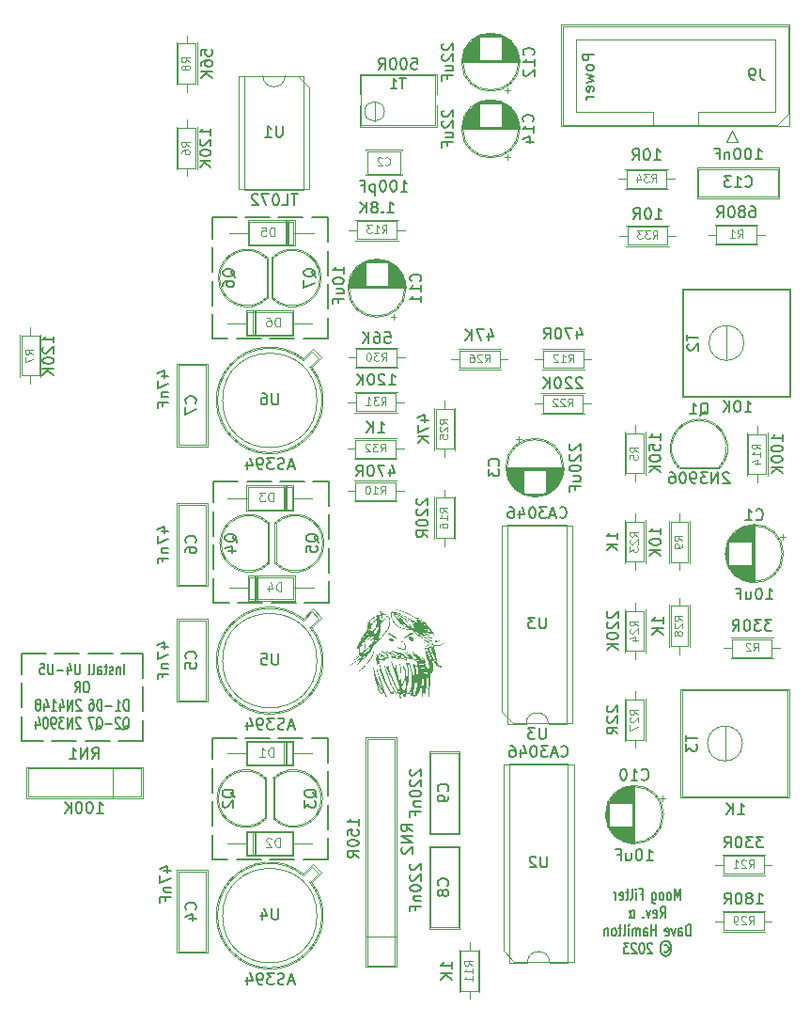
<source format=gbr>
%TF.GenerationSoftware,KiCad,Pcbnew,(7.0.0)*%
%TF.CreationDate,2023-08-02T14:23:00-04:00*%
%TF.ProjectId,Goom,476f6f6d-2e6b-4696-9361-645f70636258,rev?*%
%TF.SameCoordinates,Original*%
%TF.FileFunction,Legend,Bot*%
%TF.FilePolarity,Positive*%
%FSLAX46Y46*%
G04 Gerber Fmt 4.6, Leading zero omitted, Abs format (unit mm)*
G04 Created by KiCad (PCBNEW (7.0.0)) date 2023-08-02 14:23:00*
%MOMM*%
%LPD*%
G01*
G04 APERTURE LIST*
%ADD10C,0.200000*%
%ADD11C,0.150000*%
%ADD12C,0.108000*%
%ADD13C,0.120000*%
%ADD14C,0.090000*%
%ADD15C,0.100000*%
G04 APERTURE END LIST*
D10*
X21688000Y-92590000D02*
X23888000Y-92590000D01*
X24688000Y-92590000D02*
X26888000Y-92590000D01*
X27688000Y-92590000D02*
X29888000Y-92590000D01*
X30688000Y-92590000D02*
X32610000Y-92590000D01*
X32610000Y-92590000D02*
X32610000Y-94790000D01*
X32610000Y-95590000D02*
X32610000Y-97790000D01*
X32610000Y-98590000D02*
X32610000Y-100464000D01*
X32610000Y-100464000D02*
X30410000Y-100464000D01*
X29610000Y-100464000D02*
X27410000Y-100464000D01*
X26610000Y-100464000D02*
X24410000Y-100464000D01*
X23610000Y-100464000D02*
X21688000Y-100464000D01*
X21688000Y-100464000D02*
X21688000Y-98264000D01*
X21688000Y-97464000D02*
X21688000Y-95264000D01*
X21688000Y-94464000D02*
X21688000Y-92590000D01*
X38971000Y-77089000D02*
X41171000Y-77089000D01*
X41971000Y-77089000D02*
X44171000Y-77089000D01*
X44971000Y-77089000D02*
X47171000Y-77089000D01*
X47971000Y-77089000D02*
X49385000Y-77089000D01*
X49385000Y-77089000D02*
X49385000Y-79289000D01*
X49385000Y-80089000D02*
X49385000Y-82289000D01*
X49385000Y-83089000D02*
X49385000Y-85289000D01*
X49385000Y-86089000D02*
X49385000Y-88011000D01*
X49385000Y-88011000D02*
X47185000Y-88011000D01*
X46385000Y-88011000D02*
X44185000Y-88011000D01*
X43385000Y-88011000D02*
X41185000Y-88011000D01*
X40385000Y-88011000D02*
X38971000Y-88011000D01*
X38971000Y-88011000D02*
X38971000Y-85811000D01*
X38971000Y-85011000D02*
X38971000Y-82811000D01*
X38971000Y-82011000D02*
X38971000Y-79811000D01*
X38971000Y-79011000D02*
X38971000Y-77089000D01*
X38844000Y-53340000D02*
X41044000Y-53340000D01*
X41844000Y-53340000D02*
X44044000Y-53340000D01*
X44844000Y-53340000D02*
X47044000Y-53340000D01*
X47844000Y-53340000D02*
X49258000Y-53340000D01*
X49258000Y-53340000D02*
X49258000Y-55540000D01*
X49258000Y-56340000D02*
X49258000Y-58540000D01*
X49258000Y-59340000D02*
X49258000Y-61540000D01*
X49258000Y-62340000D02*
X49258000Y-64262000D01*
X49258000Y-64262000D02*
X47058000Y-64262000D01*
X46258000Y-64262000D02*
X44058000Y-64262000D01*
X43258000Y-64262000D02*
X41058000Y-64262000D01*
X40258000Y-64262000D02*
X38844000Y-64262000D01*
X38844000Y-64262000D02*
X38844000Y-62062000D01*
X38844000Y-61262000D02*
X38844000Y-59062000D01*
X38844000Y-58262000D02*
X38844000Y-56062000D01*
X38844000Y-55262000D02*
X38844000Y-53340000D01*
X38844000Y-100203000D02*
X41044000Y-100203000D01*
X41844000Y-100203000D02*
X44044000Y-100203000D01*
X44844000Y-100203000D02*
X47044000Y-100203000D01*
X47844000Y-100203000D02*
X49258000Y-100203000D01*
X49258000Y-100203000D02*
X49258000Y-102403000D01*
X49258000Y-103203000D02*
X49258000Y-105403000D01*
X49258000Y-106203000D02*
X49258000Y-108403000D01*
X49258000Y-109203000D02*
X49258000Y-111125000D01*
X49258000Y-111125000D02*
X47058000Y-111125000D01*
X46258000Y-111125000D02*
X44058000Y-111125000D01*
X43258000Y-111125000D02*
X41058000Y-111125000D01*
X40258000Y-111125000D02*
X38844000Y-111125000D01*
X38844000Y-111125000D02*
X38844000Y-108925000D01*
X38844000Y-108125000D02*
X38844000Y-105925000D01*
X38844000Y-105125000D02*
X38844000Y-102925000D01*
X38844000Y-102125000D02*
X38844000Y-100203000D01*
D11*
X30927570Y-94497380D02*
X30927570Y-93497380D01*
X30570427Y-93830714D02*
X30570427Y-94497380D01*
X30570427Y-93925952D02*
X30534713Y-93878333D01*
X30534713Y-93878333D02*
X30463284Y-93830714D01*
X30463284Y-93830714D02*
X30356141Y-93830714D01*
X30356141Y-93830714D02*
X30284713Y-93878333D01*
X30284713Y-93878333D02*
X30248999Y-93973571D01*
X30248999Y-93973571D02*
X30248999Y-94497380D01*
X29927570Y-94449761D02*
X29856142Y-94497380D01*
X29856142Y-94497380D02*
X29713285Y-94497380D01*
X29713285Y-94497380D02*
X29641856Y-94449761D01*
X29641856Y-94449761D02*
X29606142Y-94354523D01*
X29606142Y-94354523D02*
X29606142Y-94306904D01*
X29606142Y-94306904D02*
X29641856Y-94211666D01*
X29641856Y-94211666D02*
X29713285Y-94164047D01*
X29713285Y-94164047D02*
X29820428Y-94164047D01*
X29820428Y-94164047D02*
X29891856Y-94116428D01*
X29891856Y-94116428D02*
X29927570Y-94021190D01*
X29927570Y-94021190D02*
X29927570Y-93973571D01*
X29927570Y-93973571D02*
X29891856Y-93878333D01*
X29891856Y-93878333D02*
X29820428Y-93830714D01*
X29820428Y-93830714D02*
X29713285Y-93830714D01*
X29713285Y-93830714D02*
X29641856Y-93878333D01*
X29391856Y-93830714D02*
X29106142Y-93830714D01*
X29284713Y-93497380D02*
X29284713Y-94354523D01*
X29284713Y-94354523D02*
X29248999Y-94449761D01*
X29248999Y-94449761D02*
X29177570Y-94497380D01*
X29177570Y-94497380D02*
X29106142Y-94497380D01*
X28534714Y-94497380D02*
X28534714Y-93973571D01*
X28534714Y-93973571D02*
X28570428Y-93878333D01*
X28570428Y-93878333D02*
X28641856Y-93830714D01*
X28641856Y-93830714D02*
X28784714Y-93830714D01*
X28784714Y-93830714D02*
X28856142Y-93878333D01*
X28534714Y-94449761D02*
X28606142Y-94497380D01*
X28606142Y-94497380D02*
X28784714Y-94497380D01*
X28784714Y-94497380D02*
X28856142Y-94449761D01*
X28856142Y-94449761D02*
X28891856Y-94354523D01*
X28891856Y-94354523D02*
X28891856Y-94259285D01*
X28891856Y-94259285D02*
X28856142Y-94164047D01*
X28856142Y-94164047D02*
X28784714Y-94116428D01*
X28784714Y-94116428D02*
X28606142Y-94116428D01*
X28606142Y-94116428D02*
X28534714Y-94068809D01*
X28070428Y-94497380D02*
X28141857Y-94449761D01*
X28141857Y-94449761D02*
X28177571Y-94354523D01*
X28177571Y-94354523D02*
X28177571Y-93497380D01*
X27677571Y-94497380D02*
X27749000Y-94449761D01*
X27749000Y-94449761D02*
X27784714Y-94354523D01*
X27784714Y-94354523D02*
X27784714Y-93497380D01*
X26941857Y-93497380D02*
X26941857Y-94306904D01*
X26941857Y-94306904D02*
X26906143Y-94402142D01*
X26906143Y-94402142D02*
X26870429Y-94449761D01*
X26870429Y-94449761D02*
X26799000Y-94497380D01*
X26799000Y-94497380D02*
X26656143Y-94497380D01*
X26656143Y-94497380D02*
X26584714Y-94449761D01*
X26584714Y-94449761D02*
X26549000Y-94402142D01*
X26549000Y-94402142D02*
X26513286Y-94306904D01*
X26513286Y-94306904D02*
X26513286Y-93497380D01*
X25834715Y-93830714D02*
X25834715Y-94497380D01*
X26013286Y-93449761D02*
X26191857Y-94164047D01*
X26191857Y-94164047D02*
X25727572Y-94164047D01*
X25441857Y-94116428D02*
X24870429Y-94116428D01*
X24513286Y-93497380D02*
X24513286Y-94306904D01*
X24513286Y-94306904D02*
X24477572Y-94402142D01*
X24477572Y-94402142D02*
X24441858Y-94449761D01*
X24441858Y-94449761D02*
X24370429Y-94497380D01*
X24370429Y-94497380D02*
X24227572Y-94497380D01*
X24227572Y-94497380D02*
X24156143Y-94449761D01*
X24156143Y-94449761D02*
X24120429Y-94402142D01*
X24120429Y-94402142D02*
X24084715Y-94306904D01*
X24084715Y-94306904D02*
X24084715Y-93497380D01*
X23370429Y-93497380D02*
X23727572Y-93497380D01*
X23727572Y-93497380D02*
X23763286Y-93973571D01*
X23763286Y-93973571D02*
X23727572Y-93925952D01*
X23727572Y-93925952D02*
X23656144Y-93878333D01*
X23656144Y-93878333D02*
X23477572Y-93878333D01*
X23477572Y-93878333D02*
X23406144Y-93925952D01*
X23406144Y-93925952D02*
X23370429Y-93973571D01*
X23370429Y-93973571D02*
X23334715Y-94068809D01*
X23334715Y-94068809D02*
X23334715Y-94306904D01*
X23334715Y-94306904D02*
X23370429Y-94402142D01*
X23370429Y-94402142D02*
X23406144Y-94449761D01*
X23406144Y-94449761D02*
X23477572Y-94497380D01*
X23477572Y-94497380D02*
X23656144Y-94497380D01*
X23656144Y-94497380D02*
X23727572Y-94449761D01*
X23727572Y-94449761D02*
X23763286Y-94402142D01*
X27595428Y-95117380D02*
X27452571Y-95117380D01*
X27452571Y-95117380D02*
X27381142Y-95165000D01*
X27381142Y-95165000D02*
X27309714Y-95260238D01*
X27309714Y-95260238D02*
X27273999Y-95450714D01*
X27273999Y-95450714D02*
X27273999Y-95784047D01*
X27273999Y-95784047D02*
X27309714Y-95974523D01*
X27309714Y-95974523D02*
X27381142Y-96069761D01*
X27381142Y-96069761D02*
X27452571Y-96117380D01*
X27452571Y-96117380D02*
X27595428Y-96117380D01*
X27595428Y-96117380D02*
X27666857Y-96069761D01*
X27666857Y-96069761D02*
X27738285Y-95974523D01*
X27738285Y-95974523D02*
X27773999Y-95784047D01*
X27773999Y-95784047D02*
X27773999Y-95450714D01*
X27773999Y-95450714D02*
X27738285Y-95260238D01*
X27738285Y-95260238D02*
X27666857Y-95165000D01*
X27666857Y-95165000D02*
X27595428Y-95117380D01*
X26524000Y-96117380D02*
X26774000Y-95641190D01*
X26952571Y-96117380D02*
X26952571Y-95117380D01*
X26952571Y-95117380D02*
X26666857Y-95117380D01*
X26666857Y-95117380D02*
X26595428Y-95165000D01*
X26595428Y-95165000D02*
X26559714Y-95212619D01*
X26559714Y-95212619D02*
X26524000Y-95307857D01*
X26524000Y-95307857D02*
X26524000Y-95450714D01*
X26524000Y-95450714D02*
X26559714Y-95545952D01*
X26559714Y-95545952D02*
X26595428Y-95593571D01*
X26595428Y-95593571D02*
X26666857Y-95641190D01*
X26666857Y-95641190D02*
X26952571Y-95641190D01*
X31302571Y-97737380D02*
X31302571Y-96737380D01*
X31302571Y-96737380D02*
X31124000Y-96737380D01*
X31124000Y-96737380D02*
X31016857Y-96785000D01*
X31016857Y-96785000D02*
X30945428Y-96880238D01*
X30945428Y-96880238D02*
X30909714Y-96975476D01*
X30909714Y-96975476D02*
X30874000Y-97165952D01*
X30874000Y-97165952D02*
X30874000Y-97308809D01*
X30874000Y-97308809D02*
X30909714Y-97499285D01*
X30909714Y-97499285D02*
X30945428Y-97594523D01*
X30945428Y-97594523D02*
X31016857Y-97689761D01*
X31016857Y-97689761D02*
X31124000Y-97737380D01*
X31124000Y-97737380D02*
X31302571Y-97737380D01*
X30159714Y-97737380D02*
X30588285Y-97737380D01*
X30374000Y-97737380D02*
X30374000Y-96737380D01*
X30374000Y-96737380D02*
X30445428Y-96880238D01*
X30445428Y-96880238D02*
X30516857Y-96975476D01*
X30516857Y-96975476D02*
X30588285Y-97023095D01*
X29838285Y-97356428D02*
X29266857Y-97356428D01*
X28909714Y-97737380D02*
X28909714Y-96737380D01*
X28909714Y-96737380D02*
X28731143Y-96737380D01*
X28731143Y-96737380D02*
X28624000Y-96785000D01*
X28624000Y-96785000D02*
X28552571Y-96880238D01*
X28552571Y-96880238D02*
X28516857Y-96975476D01*
X28516857Y-96975476D02*
X28481143Y-97165952D01*
X28481143Y-97165952D02*
X28481143Y-97308809D01*
X28481143Y-97308809D02*
X28516857Y-97499285D01*
X28516857Y-97499285D02*
X28552571Y-97594523D01*
X28552571Y-97594523D02*
X28624000Y-97689761D01*
X28624000Y-97689761D02*
X28731143Y-97737380D01*
X28731143Y-97737380D02*
X28909714Y-97737380D01*
X27838286Y-96737380D02*
X27981143Y-96737380D01*
X27981143Y-96737380D02*
X28052571Y-96785000D01*
X28052571Y-96785000D02*
X28088286Y-96832619D01*
X28088286Y-96832619D02*
X28159714Y-96975476D01*
X28159714Y-96975476D02*
X28195428Y-97165952D01*
X28195428Y-97165952D02*
X28195428Y-97546904D01*
X28195428Y-97546904D02*
X28159714Y-97642142D01*
X28159714Y-97642142D02*
X28124000Y-97689761D01*
X28124000Y-97689761D02*
X28052571Y-97737380D01*
X28052571Y-97737380D02*
X27909714Y-97737380D01*
X27909714Y-97737380D02*
X27838286Y-97689761D01*
X27838286Y-97689761D02*
X27802571Y-97642142D01*
X27802571Y-97642142D02*
X27766857Y-97546904D01*
X27766857Y-97546904D02*
X27766857Y-97308809D01*
X27766857Y-97308809D02*
X27802571Y-97213571D01*
X27802571Y-97213571D02*
X27838286Y-97165952D01*
X27838286Y-97165952D02*
X27909714Y-97118333D01*
X27909714Y-97118333D02*
X28052571Y-97118333D01*
X28052571Y-97118333D02*
X28124000Y-97165952D01*
X28124000Y-97165952D02*
X28159714Y-97213571D01*
X28159714Y-97213571D02*
X28195428Y-97308809D01*
X27031142Y-96832619D02*
X26995428Y-96785000D01*
X26995428Y-96785000D02*
X26924000Y-96737380D01*
X26924000Y-96737380D02*
X26745428Y-96737380D01*
X26745428Y-96737380D02*
X26674000Y-96785000D01*
X26674000Y-96785000D02*
X26638285Y-96832619D01*
X26638285Y-96832619D02*
X26602571Y-96927857D01*
X26602571Y-96927857D02*
X26602571Y-97023095D01*
X26602571Y-97023095D02*
X26638285Y-97165952D01*
X26638285Y-97165952D02*
X27066857Y-97737380D01*
X27066857Y-97737380D02*
X26602571Y-97737380D01*
X26281142Y-97737380D02*
X26281142Y-96737380D01*
X26281142Y-96737380D02*
X25852571Y-97737380D01*
X25852571Y-97737380D02*
X25852571Y-96737380D01*
X25174000Y-97070714D02*
X25174000Y-97737380D01*
X25352571Y-96689761D02*
X25531142Y-97404047D01*
X25531142Y-97404047D02*
X25066857Y-97404047D01*
X24388285Y-97737380D02*
X24816856Y-97737380D01*
X24602571Y-97737380D02*
X24602571Y-96737380D01*
X24602571Y-96737380D02*
X24673999Y-96880238D01*
X24673999Y-96880238D02*
X24745428Y-96975476D01*
X24745428Y-96975476D02*
X24816856Y-97023095D01*
X23745428Y-97070714D02*
X23745428Y-97737380D01*
X23923999Y-96689761D02*
X24102570Y-97404047D01*
X24102570Y-97404047D02*
X23638285Y-97404047D01*
X23245427Y-97165952D02*
X23316856Y-97118333D01*
X23316856Y-97118333D02*
X23352570Y-97070714D01*
X23352570Y-97070714D02*
X23388284Y-96975476D01*
X23388284Y-96975476D02*
X23388284Y-96927857D01*
X23388284Y-96927857D02*
X23352570Y-96832619D01*
X23352570Y-96832619D02*
X23316856Y-96785000D01*
X23316856Y-96785000D02*
X23245427Y-96737380D01*
X23245427Y-96737380D02*
X23102570Y-96737380D01*
X23102570Y-96737380D02*
X23031142Y-96785000D01*
X23031142Y-96785000D02*
X22995427Y-96832619D01*
X22995427Y-96832619D02*
X22959713Y-96927857D01*
X22959713Y-96927857D02*
X22959713Y-96975476D01*
X22959713Y-96975476D02*
X22995427Y-97070714D01*
X22995427Y-97070714D02*
X23031142Y-97118333D01*
X23031142Y-97118333D02*
X23102570Y-97165952D01*
X23102570Y-97165952D02*
X23245427Y-97165952D01*
X23245427Y-97165952D02*
X23316856Y-97213571D01*
X23316856Y-97213571D02*
X23352570Y-97261190D01*
X23352570Y-97261190D02*
X23388284Y-97356428D01*
X23388284Y-97356428D02*
X23388284Y-97546904D01*
X23388284Y-97546904D02*
X23352570Y-97642142D01*
X23352570Y-97642142D02*
X23316856Y-97689761D01*
X23316856Y-97689761D02*
X23245427Y-97737380D01*
X23245427Y-97737380D02*
X23102570Y-97737380D01*
X23102570Y-97737380D02*
X23031142Y-97689761D01*
X23031142Y-97689761D02*
X22995427Y-97642142D01*
X22995427Y-97642142D02*
X22959713Y-97546904D01*
X22959713Y-97546904D02*
X22959713Y-97356428D01*
X22959713Y-97356428D02*
X22995427Y-97261190D01*
X22995427Y-97261190D02*
X23031142Y-97213571D01*
X23031142Y-97213571D02*
X23102570Y-97165952D01*
X30838285Y-99452619D02*
X30909714Y-99405000D01*
X30909714Y-99405000D02*
X30981142Y-99309761D01*
X30981142Y-99309761D02*
X31088285Y-99166904D01*
X31088285Y-99166904D02*
X31159714Y-99119285D01*
X31159714Y-99119285D02*
X31231142Y-99119285D01*
X31195428Y-99357380D02*
X31266857Y-99309761D01*
X31266857Y-99309761D02*
X31338285Y-99214523D01*
X31338285Y-99214523D02*
X31373999Y-99024047D01*
X31373999Y-99024047D02*
X31373999Y-98690714D01*
X31373999Y-98690714D02*
X31338285Y-98500238D01*
X31338285Y-98500238D02*
X31266857Y-98405000D01*
X31266857Y-98405000D02*
X31195428Y-98357380D01*
X31195428Y-98357380D02*
X31052571Y-98357380D01*
X31052571Y-98357380D02*
X30981142Y-98405000D01*
X30981142Y-98405000D02*
X30909714Y-98500238D01*
X30909714Y-98500238D02*
X30873999Y-98690714D01*
X30873999Y-98690714D02*
X30873999Y-99024047D01*
X30873999Y-99024047D02*
X30909714Y-99214523D01*
X30909714Y-99214523D02*
X30981142Y-99309761D01*
X30981142Y-99309761D02*
X31052571Y-99357380D01*
X31052571Y-99357380D02*
X31195428Y-99357380D01*
X30588285Y-98452619D02*
X30552571Y-98405000D01*
X30552571Y-98405000D02*
X30481143Y-98357380D01*
X30481143Y-98357380D02*
X30302571Y-98357380D01*
X30302571Y-98357380D02*
X30231143Y-98405000D01*
X30231143Y-98405000D02*
X30195428Y-98452619D01*
X30195428Y-98452619D02*
X30159714Y-98547857D01*
X30159714Y-98547857D02*
X30159714Y-98643095D01*
X30159714Y-98643095D02*
X30195428Y-98785952D01*
X30195428Y-98785952D02*
X30624000Y-99357380D01*
X30624000Y-99357380D02*
X30159714Y-99357380D01*
X29838285Y-98976428D02*
X29266857Y-98976428D01*
X28409714Y-99452619D02*
X28481143Y-99405000D01*
X28481143Y-99405000D02*
X28552571Y-99309761D01*
X28552571Y-99309761D02*
X28659714Y-99166904D01*
X28659714Y-99166904D02*
X28731143Y-99119285D01*
X28731143Y-99119285D02*
X28802571Y-99119285D01*
X28766857Y-99357380D02*
X28838286Y-99309761D01*
X28838286Y-99309761D02*
X28909714Y-99214523D01*
X28909714Y-99214523D02*
X28945428Y-99024047D01*
X28945428Y-99024047D02*
X28945428Y-98690714D01*
X28945428Y-98690714D02*
X28909714Y-98500238D01*
X28909714Y-98500238D02*
X28838286Y-98405000D01*
X28838286Y-98405000D02*
X28766857Y-98357380D01*
X28766857Y-98357380D02*
X28624000Y-98357380D01*
X28624000Y-98357380D02*
X28552571Y-98405000D01*
X28552571Y-98405000D02*
X28481143Y-98500238D01*
X28481143Y-98500238D02*
X28445428Y-98690714D01*
X28445428Y-98690714D02*
X28445428Y-99024047D01*
X28445428Y-99024047D02*
X28481143Y-99214523D01*
X28481143Y-99214523D02*
X28552571Y-99309761D01*
X28552571Y-99309761D02*
X28624000Y-99357380D01*
X28624000Y-99357380D02*
X28766857Y-99357380D01*
X28195429Y-98357380D02*
X27695429Y-98357380D01*
X27695429Y-98357380D02*
X28016857Y-99357380D01*
X26995428Y-98452619D02*
X26959714Y-98405000D01*
X26959714Y-98405000D02*
X26888286Y-98357380D01*
X26888286Y-98357380D02*
X26709714Y-98357380D01*
X26709714Y-98357380D02*
X26638286Y-98405000D01*
X26638286Y-98405000D02*
X26602571Y-98452619D01*
X26602571Y-98452619D02*
X26566857Y-98547857D01*
X26566857Y-98547857D02*
X26566857Y-98643095D01*
X26566857Y-98643095D02*
X26602571Y-98785952D01*
X26602571Y-98785952D02*
X27031143Y-99357380D01*
X27031143Y-99357380D02*
X26566857Y-99357380D01*
X26245428Y-99357380D02*
X26245428Y-98357380D01*
X26245428Y-98357380D02*
X25816857Y-99357380D01*
X25816857Y-99357380D02*
X25816857Y-98357380D01*
X25531143Y-98357380D02*
X25066857Y-98357380D01*
X25066857Y-98357380D02*
X25316857Y-98738333D01*
X25316857Y-98738333D02*
X25209714Y-98738333D01*
X25209714Y-98738333D02*
X25138286Y-98785952D01*
X25138286Y-98785952D02*
X25102571Y-98833571D01*
X25102571Y-98833571D02*
X25066857Y-98928809D01*
X25066857Y-98928809D02*
X25066857Y-99166904D01*
X25066857Y-99166904D02*
X25102571Y-99262142D01*
X25102571Y-99262142D02*
X25138286Y-99309761D01*
X25138286Y-99309761D02*
X25209714Y-99357380D01*
X25209714Y-99357380D02*
X25424000Y-99357380D01*
X25424000Y-99357380D02*
X25495428Y-99309761D01*
X25495428Y-99309761D02*
X25531143Y-99262142D01*
X24709714Y-99357380D02*
X24566857Y-99357380D01*
X24566857Y-99357380D02*
X24495428Y-99309761D01*
X24495428Y-99309761D02*
X24459714Y-99262142D01*
X24459714Y-99262142D02*
X24388285Y-99119285D01*
X24388285Y-99119285D02*
X24352571Y-98928809D01*
X24352571Y-98928809D02*
X24352571Y-98547857D01*
X24352571Y-98547857D02*
X24388285Y-98452619D01*
X24388285Y-98452619D02*
X24424000Y-98405000D01*
X24424000Y-98405000D02*
X24495428Y-98357380D01*
X24495428Y-98357380D02*
X24638285Y-98357380D01*
X24638285Y-98357380D02*
X24709714Y-98405000D01*
X24709714Y-98405000D02*
X24745428Y-98452619D01*
X24745428Y-98452619D02*
X24781142Y-98547857D01*
X24781142Y-98547857D02*
X24781142Y-98785952D01*
X24781142Y-98785952D02*
X24745428Y-98881190D01*
X24745428Y-98881190D02*
X24709714Y-98928809D01*
X24709714Y-98928809D02*
X24638285Y-98976428D01*
X24638285Y-98976428D02*
X24495428Y-98976428D01*
X24495428Y-98976428D02*
X24424000Y-98928809D01*
X24424000Y-98928809D02*
X24388285Y-98881190D01*
X24388285Y-98881190D02*
X24352571Y-98785952D01*
X23888285Y-98357380D02*
X23816856Y-98357380D01*
X23816856Y-98357380D02*
X23745428Y-98405000D01*
X23745428Y-98405000D02*
X23709714Y-98452619D01*
X23709714Y-98452619D02*
X23673999Y-98547857D01*
X23673999Y-98547857D02*
X23638285Y-98738333D01*
X23638285Y-98738333D02*
X23638285Y-98976428D01*
X23638285Y-98976428D02*
X23673999Y-99166904D01*
X23673999Y-99166904D02*
X23709714Y-99262142D01*
X23709714Y-99262142D02*
X23745428Y-99309761D01*
X23745428Y-99309761D02*
X23816856Y-99357380D01*
X23816856Y-99357380D02*
X23888285Y-99357380D01*
X23888285Y-99357380D02*
X23959714Y-99309761D01*
X23959714Y-99309761D02*
X23995428Y-99262142D01*
X23995428Y-99262142D02*
X24031142Y-99166904D01*
X24031142Y-99166904D02*
X24066856Y-98976428D01*
X24066856Y-98976428D02*
X24066856Y-98738333D01*
X24066856Y-98738333D02*
X24031142Y-98547857D01*
X24031142Y-98547857D02*
X23995428Y-98452619D01*
X23995428Y-98452619D02*
X23959714Y-98405000D01*
X23959714Y-98405000D02*
X23888285Y-98357380D01*
X22995428Y-98690714D02*
X22995428Y-99357380D01*
X23173999Y-98309761D02*
X23352570Y-99024047D01*
X23352570Y-99024047D02*
X22888285Y-99024047D01*
X81037141Y-114792380D02*
X81037141Y-113792380D01*
X81037141Y-113792380D02*
X80787141Y-114506666D01*
X80787141Y-114506666D02*
X80537141Y-113792380D01*
X80537141Y-113792380D02*
X80537141Y-114792380D01*
X80072855Y-114792380D02*
X80144284Y-114744761D01*
X80144284Y-114744761D02*
X80179998Y-114697142D01*
X80179998Y-114697142D02*
X80215712Y-114601904D01*
X80215712Y-114601904D02*
X80215712Y-114316190D01*
X80215712Y-114316190D02*
X80179998Y-114220952D01*
X80179998Y-114220952D02*
X80144284Y-114173333D01*
X80144284Y-114173333D02*
X80072855Y-114125714D01*
X80072855Y-114125714D02*
X79965712Y-114125714D01*
X79965712Y-114125714D02*
X79894284Y-114173333D01*
X79894284Y-114173333D02*
X79858570Y-114220952D01*
X79858570Y-114220952D02*
X79822855Y-114316190D01*
X79822855Y-114316190D02*
X79822855Y-114601904D01*
X79822855Y-114601904D02*
X79858570Y-114697142D01*
X79858570Y-114697142D02*
X79894284Y-114744761D01*
X79894284Y-114744761D02*
X79965712Y-114792380D01*
X79965712Y-114792380D02*
X80072855Y-114792380D01*
X79394284Y-114792380D02*
X79465713Y-114744761D01*
X79465713Y-114744761D02*
X79501427Y-114697142D01*
X79501427Y-114697142D02*
X79537141Y-114601904D01*
X79537141Y-114601904D02*
X79537141Y-114316190D01*
X79537141Y-114316190D02*
X79501427Y-114220952D01*
X79501427Y-114220952D02*
X79465713Y-114173333D01*
X79465713Y-114173333D02*
X79394284Y-114125714D01*
X79394284Y-114125714D02*
X79287141Y-114125714D01*
X79287141Y-114125714D02*
X79215713Y-114173333D01*
X79215713Y-114173333D02*
X79179999Y-114220952D01*
X79179999Y-114220952D02*
X79144284Y-114316190D01*
X79144284Y-114316190D02*
X79144284Y-114601904D01*
X79144284Y-114601904D02*
X79179999Y-114697142D01*
X79179999Y-114697142D02*
X79215713Y-114744761D01*
X79215713Y-114744761D02*
X79287141Y-114792380D01*
X79287141Y-114792380D02*
X79394284Y-114792380D01*
X78501428Y-114125714D02*
X78501428Y-114935238D01*
X78501428Y-114935238D02*
X78537142Y-115030476D01*
X78537142Y-115030476D02*
X78572856Y-115078095D01*
X78572856Y-115078095D02*
X78644285Y-115125714D01*
X78644285Y-115125714D02*
X78751428Y-115125714D01*
X78751428Y-115125714D02*
X78822856Y-115078095D01*
X78501428Y-114744761D02*
X78572856Y-114792380D01*
X78572856Y-114792380D02*
X78715713Y-114792380D01*
X78715713Y-114792380D02*
X78787142Y-114744761D01*
X78787142Y-114744761D02*
X78822856Y-114697142D01*
X78822856Y-114697142D02*
X78858570Y-114601904D01*
X78858570Y-114601904D02*
X78858570Y-114316190D01*
X78858570Y-114316190D02*
X78822856Y-114220952D01*
X78822856Y-114220952D02*
X78787142Y-114173333D01*
X78787142Y-114173333D02*
X78715713Y-114125714D01*
X78715713Y-114125714D02*
X78572856Y-114125714D01*
X78572856Y-114125714D02*
X78501428Y-114173333D01*
X77444285Y-114268571D02*
X77694285Y-114268571D01*
X77694285Y-114792380D02*
X77694285Y-113792380D01*
X77694285Y-113792380D02*
X77337142Y-113792380D01*
X77051428Y-114792380D02*
X77051428Y-114125714D01*
X77051428Y-113792380D02*
X77087142Y-113840000D01*
X77087142Y-113840000D02*
X77051428Y-113887619D01*
X77051428Y-113887619D02*
X77015714Y-113840000D01*
X77015714Y-113840000D02*
X77051428Y-113792380D01*
X77051428Y-113792380D02*
X77051428Y-113887619D01*
X76587142Y-114792380D02*
X76658571Y-114744761D01*
X76658571Y-114744761D02*
X76694285Y-114649523D01*
X76694285Y-114649523D02*
X76694285Y-113792380D01*
X76408571Y-114125714D02*
X76122857Y-114125714D01*
X76301428Y-113792380D02*
X76301428Y-114649523D01*
X76301428Y-114649523D02*
X76265714Y-114744761D01*
X76265714Y-114744761D02*
X76194285Y-114792380D01*
X76194285Y-114792380D02*
X76122857Y-114792380D01*
X75587143Y-114744761D02*
X75658571Y-114792380D01*
X75658571Y-114792380D02*
X75801429Y-114792380D01*
X75801429Y-114792380D02*
X75872857Y-114744761D01*
X75872857Y-114744761D02*
X75908571Y-114649523D01*
X75908571Y-114649523D02*
X75908571Y-114268571D01*
X75908571Y-114268571D02*
X75872857Y-114173333D01*
X75872857Y-114173333D02*
X75801429Y-114125714D01*
X75801429Y-114125714D02*
X75658571Y-114125714D01*
X75658571Y-114125714D02*
X75587143Y-114173333D01*
X75587143Y-114173333D02*
X75551429Y-114268571D01*
X75551429Y-114268571D02*
X75551429Y-114363809D01*
X75551429Y-114363809D02*
X75908571Y-114459047D01*
X75230000Y-114792380D02*
X75230000Y-114125714D01*
X75230000Y-114316190D02*
X75194286Y-114220952D01*
X75194286Y-114220952D02*
X75158572Y-114173333D01*
X75158572Y-114173333D02*
X75087143Y-114125714D01*
X75087143Y-114125714D02*
X75015714Y-114125714D01*
X79233571Y-116412380D02*
X79483571Y-115936190D01*
X79662142Y-116412380D02*
X79662142Y-115412380D01*
X79662142Y-115412380D02*
X79376428Y-115412380D01*
X79376428Y-115412380D02*
X79304999Y-115460000D01*
X79304999Y-115460000D02*
X79269285Y-115507619D01*
X79269285Y-115507619D02*
X79233571Y-115602857D01*
X79233571Y-115602857D02*
X79233571Y-115745714D01*
X79233571Y-115745714D02*
X79269285Y-115840952D01*
X79269285Y-115840952D02*
X79304999Y-115888571D01*
X79304999Y-115888571D02*
X79376428Y-115936190D01*
X79376428Y-115936190D02*
X79662142Y-115936190D01*
X78626428Y-116364761D02*
X78697856Y-116412380D01*
X78697856Y-116412380D02*
X78840714Y-116412380D01*
X78840714Y-116412380D02*
X78912142Y-116364761D01*
X78912142Y-116364761D02*
X78947856Y-116269523D01*
X78947856Y-116269523D02*
X78947856Y-115888571D01*
X78947856Y-115888571D02*
X78912142Y-115793333D01*
X78912142Y-115793333D02*
X78840714Y-115745714D01*
X78840714Y-115745714D02*
X78697856Y-115745714D01*
X78697856Y-115745714D02*
X78626428Y-115793333D01*
X78626428Y-115793333D02*
X78590714Y-115888571D01*
X78590714Y-115888571D02*
X78590714Y-115983809D01*
X78590714Y-115983809D02*
X78947856Y-116079047D01*
X78340714Y-115745714D02*
X78162142Y-116412380D01*
X78162142Y-116412380D02*
X77983571Y-115745714D01*
X77697856Y-116317142D02*
X77662142Y-116364761D01*
X77662142Y-116364761D02*
X77697856Y-116412380D01*
X77697856Y-116412380D02*
X77733570Y-116364761D01*
X77733570Y-116364761D02*
X77697856Y-116317142D01*
X77697856Y-116317142D02*
X77697856Y-116412380D01*
X76462142Y-115745714D02*
X76569285Y-116221904D01*
X76569285Y-116221904D02*
X76604999Y-116317142D01*
X76604999Y-116317142D02*
X76640713Y-116364761D01*
X76640713Y-116364761D02*
X76712142Y-116412380D01*
X76712142Y-116412380D02*
X76783570Y-116412380D01*
X76783570Y-116412380D02*
X76854999Y-116364761D01*
X76854999Y-116364761D02*
X76890713Y-116317142D01*
X76890713Y-116317142D02*
X76926427Y-116174285D01*
X76926427Y-116174285D02*
X76926427Y-115983809D01*
X76926427Y-115983809D02*
X76890713Y-115840952D01*
X76890713Y-115840952D02*
X76854999Y-115793333D01*
X76854999Y-115793333D02*
X76783570Y-115745714D01*
X76783570Y-115745714D02*
X76712142Y-115745714D01*
X76712142Y-115745714D02*
X76640713Y-115793333D01*
X76640713Y-115793333D02*
X76604999Y-115840952D01*
X76604999Y-115840952D02*
X76569285Y-115936190D01*
X76569285Y-115936190D02*
X76533570Y-116269523D01*
X76533570Y-116269523D02*
X76497856Y-116364761D01*
X76497856Y-116364761D02*
X76426427Y-116412380D01*
X81947855Y-118032380D02*
X81947855Y-117032380D01*
X81947855Y-117032380D02*
X81769284Y-117032380D01*
X81769284Y-117032380D02*
X81662141Y-117080000D01*
X81662141Y-117080000D02*
X81590712Y-117175238D01*
X81590712Y-117175238D02*
X81554998Y-117270476D01*
X81554998Y-117270476D02*
X81519284Y-117460952D01*
X81519284Y-117460952D02*
X81519284Y-117603809D01*
X81519284Y-117603809D02*
X81554998Y-117794285D01*
X81554998Y-117794285D02*
X81590712Y-117889523D01*
X81590712Y-117889523D02*
X81662141Y-117984761D01*
X81662141Y-117984761D02*
X81769284Y-118032380D01*
X81769284Y-118032380D02*
X81947855Y-118032380D01*
X80876427Y-118032380D02*
X80876427Y-117508571D01*
X80876427Y-117508571D02*
X80912141Y-117413333D01*
X80912141Y-117413333D02*
X80983569Y-117365714D01*
X80983569Y-117365714D02*
X81126427Y-117365714D01*
X81126427Y-117365714D02*
X81197855Y-117413333D01*
X80876427Y-117984761D02*
X80947855Y-118032380D01*
X80947855Y-118032380D02*
X81126427Y-118032380D01*
X81126427Y-118032380D02*
X81197855Y-117984761D01*
X81197855Y-117984761D02*
X81233569Y-117889523D01*
X81233569Y-117889523D02*
X81233569Y-117794285D01*
X81233569Y-117794285D02*
X81197855Y-117699047D01*
X81197855Y-117699047D02*
X81126427Y-117651428D01*
X81126427Y-117651428D02*
X80947855Y-117651428D01*
X80947855Y-117651428D02*
X80876427Y-117603809D01*
X80590713Y-117365714D02*
X80412141Y-118032380D01*
X80412141Y-118032380D02*
X80233570Y-117365714D01*
X79662141Y-117984761D02*
X79733569Y-118032380D01*
X79733569Y-118032380D02*
X79876427Y-118032380D01*
X79876427Y-118032380D02*
X79947855Y-117984761D01*
X79947855Y-117984761D02*
X79983569Y-117889523D01*
X79983569Y-117889523D02*
X79983569Y-117508571D01*
X79983569Y-117508571D02*
X79947855Y-117413333D01*
X79947855Y-117413333D02*
X79876427Y-117365714D01*
X79876427Y-117365714D02*
X79733569Y-117365714D01*
X79733569Y-117365714D02*
X79662141Y-117413333D01*
X79662141Y-117413333D02*
X79626427Y-117508571D01*
X79626427Y-117508571D02*
X79626427Y-117603809D01*
X79626427Y-117603809D02*
X79983569Y-117699047D01*
X78854998Y-118032380D02*
X78854998Y-117032380D01*
X78854998Y-117508571D02*
X78426427Y-117508571D01*
X78426427Y-118032380D02*
X78426427Y-117032380D01*
X77747856Y-118032380D02*
X77747856Y-117508571D01*
X77747856Y-117508571D02*
X77783570Y-117413333D01*
X77783570Y-117413333D02*
X77854998Y-117365714D01*
X77854998Y-117365714D02*
X77997856Y-117365714D01*
X77997856Y-117365714D02*
X78069284Y-117413333D01*
X77747856Y-117984761D02*
X77819284Y-118032380D01*
X77819284Y-118032380D02*
X77997856Y-118032380D01*
X77997856Y-118032380D02*
X78069284Y-117984761D01*
X78069284Y-117984761D02*
X78104998Y-117889523D01*
X78104998Y-117889523D02*
X78104998Y-117794285D01*
X78104998Y-117794285D02*
X78069284Y-117699047D01*
X78069284Y-117699047D02*
X77997856Y-117651428D01*
X77997856Y-117651428D02*
X77819284Y-117651428D01*
X77819284Y-117651428D02*
X77747856Y-117603809D01*
X77390713Y-118032380D02*
X77390713Y-117365714D01*
X77390713Y-117460952D02*
X77354999Y-117413333D01*
X77354999Y-117413333D02*
X77283570Y-117365714D01*
X77283570Y-117365714D02*
X77176427Y-117365714D01*
X77176427Y-117365714D02*
X77104999Y-117413333D01*
X77104999Y-117413333D02*
X77069285Y-117508571D01*
X77069285Y-117508571D02*
X77069285Y-118032380D01*
X77069285Y-117508571D02*
X77033570Y-117413333D01*
X77033570Y-117413333D02*
X76962142Y-117365714D01*
X76962142Y-117365714D02*
X76854999Y-117365714D01*
X76854999Y-117365714D02*
X76783570Y-117413333D01*
X76783570Y-117413333D02*
X76747856Y-117508571D01*
X76747856Y-117508571D02*
X76747856Y-118032380D01*
X76390713Y-118032380D02*
X76390713Y-117365714D01*
X76390713Y-117032380D02*
X76426427Y-117080000D01*
X76426427Y-117080000D02*
X76390713Y-117127619D01*
X76390713Y-117127619D02*
X76354999Y-117080000D01*
X76354999Y-117080000D02*
X76390713Y-117032380D01*
X76390713Y-117032380D02*
X76390713Y-117127619D01*
X75926427Y-118032380D02*
X75997856Y-117984761D01*
X75997856Y-117984761D02*
X76033570Y-117889523D01*
X76033570Y-117889523D02*
X76033570Y-117032380D01*
X75747856Y-117365714D02*
X75462142Y-117365714D01*
X75640713Y-117032380D02*
X75640713Y-117889523D01*
X75640713Y-117889523D02*
X75604999Y-117984761D01*
X75604999Y-117984761D02*
X75533570Y-118032380D01*
X75533570Y-118032380D02*
X75462142Y-118032380D01*
X75104999Y-118032380D02*
X75176428Y-117984761D01*
X75176428Y-117984761D02*
X75212142Y-117937142D01*
X75212142Y-117937142D02*
X75247856Y-117841904D01*
X75247856Y-117841904D02*
X75247856Y-117556190D01*
X75247856Y-117556190D02*
X75212142Y-117460952D01*
X75212142Y-117460952D02*
X75176428Y-117413333D01*
X75176428Y-117413333D02*
X75104999Y-117365714D01*
X75104999Y-117365714D02*
X74997856Y-117365714D01*
X74997856Y-117365714D02*
X74926428Y-117413333D01*
X74926428Y-117413333D02*
X74890714Y-117460952D01*
X74890714Y-117460952D02*
X74854999Y-117556190D01*
X74854999Y-117556190D02*
X74854999Y-117841904D01*
X74854999Y-117841904D02*
X74890714Y-117937142D01*
X74890714Y-117937142D02*
X74926428Y-117984761D01*
X74926428Y-117984761D02*
X74997856Y-118032380D01*
X74997856Y-118032380D02*
X75104999Y-118032380D01*
X74533571Y-117365714D02*
X74533571Y-118032380D01*
X74533571Y-117460952D02*
X74497857Y-117413333D01*
X74497857Y-117413333D02*
X74426428Y-117365714D01*
X74426428Y-117365714D02*
X74319285Y-117365714D01*
X74319285Y-117365714D02*
X74247857Y-117413333D01*
X74247857Y-117413333D02*
X74212143Y-117508571D01*
X74212143Y-117508571D02*
X74212143Y-118032380D01*
X79590714Y-118890476D02*
X79662143Y-118842857D01*
X79662143Y-118842857D02*
X79805000Y-118842857D01*
X79805000Y-118842857D02*
X79876429Y-118890476D01*
X79876429Y-118890476D02*
X79947857Y-118985714D01*
X79947857Y-118985714D02*
X79983571Y-119080952D01*
X79983571Y-119080952D02*
X79983571Y-119271428D01*
X79983571Y-119271428D02*
X79947857Y-119366666D01*
X79947857Y-119366666D02*
X79876429Y-119461904D01*
X79876429Y-119461904D02*
X79805000Y-119509523D01*
X79805000Y-119509523D02*
X79662143Y-119509523D01*
X79662143Y-119509523D02*
X79590714Y-119461904D01*
X79733571Y-118509523D02*
X79912143Y-118557142D01*
X79912143Y-118557142D02*
X80090714Y-118700000D01*
X80090714Y-118700000D02*
X80197857Y-118938095D01*
X80197857Y-118938095D02*
X80233571Y-119176190D01*
X80233571Y-119176190D02*
X80197857Y-119414285D01*
X80197857Y-119414285D02*
X80090714Y-119652380D01*
X80090714Y-119652380D02*
X79912143Y-119795238D01*
X79912143Y-119795238D02*
X79733571Y-119842857D01*
X79733571Y-119842857D02*
X79555000Y-119795238D01*
X79555000Y-119795238D02*
X79376429Y-119652380D01*
X79376429Y-119652380D02*
X79269286Y-119414285D01*
X79269286Y-119414285D02*
X79233571Y-119176190D01*
X79233571Y-119176190D02*
X79269286Y-118938095D01*
X79269286Y-118938095D02*
X79376429Y-118700000D01*
X79376429Y-118700000D02*
X79555000Y-118557142D01*
X79555000Y-118557142D02*
X79733571Y-118509523D01*
X78497857Y-118747619D02*
X78462143Y-118700000D01*
X78462143Y-118700000D02*
X78390715Y-118652380D01*
X78390715Y-118652380D02*
X78212143Y-118652380D01*
X78212143Y-118652380D02*
X78140715Y-118700000D01*
X78140715Y-118700000D02*
X78105000Y-118747619D01*
X78105000Y-118747619D02*
X78069286Y-118842857D01*
X78069286Y-118842857D02*
X78069286Y-118938095D01*
X78069286Y-118938095D02*
X78105000Y-119080952D01*
X78105000Y-119080952D02*
X78533572Y-119652380D01*
X78533572Y-119652380D02*
X78069286Y-119652380D01*
X77605000Y-118652380D02*
X77533571Y-118652380D01*
X77533571Y-118652380D02*
X77462143Y-118700000D01*
X77462143Y-118700000D02*
X77426429Y-118747619D01*
X77426429Y-118747619D02*
X77390714Y-118842857D01*
X77390714Y-118842857D02*
X77355000Y-119033333D01*
X77355000Y-119033333D02*
X77355000Y-119271428D01*
X77355000Y-119271428D02*
X77390714Y-119461904D01*
X77390714Y-119461904D02*
X77426429Y-119557142D01*
X77426429Y-119557142D02*
X77462143Y-119604761D01*
X77462143Y-119604761D02*
X77533571Y-119652380D01*
X77533571Y-119652380D02*
X77605000Y-119652380D01*
X77605000Y-119652380D02*
X77676429Y-119604761D01*
X77676429Y-119604761D02*
X77712143Y-119557142D01*
X77712143Y-119557142D02*
X77747857Y-119461904D01*
X77747857Y-119461904D02*
X77783571Y-119271428D01*
X77783571Y-119271428D02*
X77783571Y-119033333D01*
X77783571Y-119033333D02*
X77747857Y-118842857D01*
X77747857Y-118842857D02*
X77712143Y-118747619D01*
X77712143Y-118747619D02*
X77676429Y-118700000D01*
X77676429Y-118700000D02*
X77605000Y-118652380D01*
X77069285Y-118747619D02*
X77033571Y-118700000D01*
X77033571Y-118700000D02*
X76962143Y-118652380D01*
X76962143Y-118652380D02*
X76783571Y-118652380D01*
X76783571Y-118652380D02*
X76712143Y-118700000D01*
X76712143Y-118700000D02*
X76676428Y-118747619D01*
X76676428Y-118747619D02*
X76640714Y-118842857D01*
X76640714Y-118842857D02*
X76640714Y-118938095D01*
X76640714Y-118938095D02*
X76676428Y-119080952D01*
X76676428Y-119080952D02*
X77105000Y-119652380D01*
X77105000Y-119652380D02*
X76640714Y-119652380D01*
X76390714Y-118652380D02*
X75926428Y-118652380D01*
X75926428Y-118652380D02*
X76176428Y-119033333D01*
X76176428Y-119033333D02*
X76069285Y-119033333D01*
X76069285Y-119033333D02*
X75997857Y-119080952D01*
X75997857Y-119080952D02*
X75962142Y-119128571D01*
X75962142Y-119128571D02*
X75926428Y-119223809D01*
X75926428Y-119223809D02*
X75926428Y-119461904D01*
X75926428Y-119461904D02*
X75962142Y-119557142D01*
X75962142Y-119557142D02*
X75997857Y-119604761D01*
X75997857Y-119604761D02*
X76069285Y-119652380D01*
X76069285Y-119652380D02*
X76283571Y-119652380D01*
X76283571Y-119652380D02*
X76354999Y-119604761D01*
X76354999Y-119604761D02*
X76390714Y-119557142D01*
%TO.C,C11*%
X50727380Y-58388571D02*
X50727380Y-57817143D01*
X50727380Y-58102857D02*
X49727380Y-58102857D01*
X49727380Y-58102857D02*
X49870238Y-58007619D01*
X49870238Y-58007619D02*
X49965476Y-57912381D01*
X49965476Y-57912381D02*
X50013095Y-57817143D01*
X49727380Y-59007619D02*
X49727380Y-59102857D01*
X49727380Y-59102857D02*
X49775000Y-59198095D01*
X49775000Y-59198095D02*
X49822619Y-59245714D01*
X49822619Y-59245714D02*
X49917857Y-59293333D01*
X49917857Y-59293333D02*
X50108333Y-59340952D01*
X50108333Y-59340952D02*
X50346428Y-59340952D01*
X50346428Y-59340952D02*
X50536904Y-59293333D01*
X50536904Y-59293333D02*
X50632142Y-59245714D01*
X50632142Y-59245714D02*
X50679761Y-59198095D01*
X50679761Y-59198095D02*
X50727380Y-59102857D01*
X50727380Y-59102857D02*
X50727380Y-59007619D01*
X50727380Y-59007619D02*
X50679761Y-58912381D01*
X50679761Y-58912381D02*
X50632142Y-58864762D01*
X50632142Y-58864762D02*
X50536904Y-58817143D01*
X50536904Y-58817143D02*
X50346428Y-58769524D01*
X50346428Y-58769524D02*
X50108333Y-58769524D01*
X50108333Y-58769524D02*
X49917857Y-58817143D01*
X49917857Y-58817143D02*
X49822619Y-58864762D01*
X49822619Y-58864762D02*
X49775000Y-58912381D01*
X49775000Y-58912381D02*
X49727380Y-59007619D01*
X50060714Y-60198095D02*
X50727380Y-60198095D01*
X50060714Y-59769524D02*
X50584523Y-59769524D01*
X50584523Y-59769524D02*
X50679761Y-59817143D01*
X50679761Y-59817143D02*
X50727380Y-59912381D01*
X50727380Y-59912381D02*
X50727380Y-60055238D01*
X50727380Y-60055238D02*
X50679761Y-60150476D01*
X50679761Y-60150476D02*
X50632142Y-60198095D01*
X50203571Y-61007619D02*
X50203571Y-60674286D01*
X50727380Y-60674286D02*
X49727380Y-60674286D01*
X49727380Y-60674286D02*
X49727380Y-61150476D01*
X57602142Y-59067142D02*
X57649761Y-59019523D01*
X57649761Y-59019523D02*
X57697380Y-58876666D01*
X57697380Y-58876666D02*
X57697380Y-58781428D01*
X57697380Y-58781428D02*
X57649761Y-58638571D01*
X57649761Y-58638571D02*
X57554523Y-58543333D01*
X57554523Y-58543333D02*
X57459285Y-58495714D01*
X57459285Y-58495714D02*
X57268809Y-58448095D01*
X57268809Y-58448095D02*
X57125952Y-58448095D01*
X57125952Y-58448095D02*
X56935476Y-58495714D01*
X56935476Y-58495714D02*
X56840238Y-58543333D01*
X56840238Y-58543333D02*
X56745000Y-58638571D01*
X56745000Y-58638571D02*
X56697380Y-58781428D01*
X56697380Y-58781428D02*
X56697380Y-58876666D01*
X56697380Y-58876666D02*
X56745000Y-59019523D01*
X56745000Y-59019523D02*
X56792619Y-59067142D01*
X57697380Y-60019523D02*
X57697380Y-59448095D01*
X57697380Y-59733809D02*
X56697380Y-59733809D01*
X56697380Y-59733809D02*
X56840238Y-59638571D01*
X56840238Y-59638571D02*
X56935476Y-59543333D01*
X56935476Y-59543333D02*
X56983095Y-59448095D01*
X57697380Y-60971904D02*
X57697380Y-60400476D01*
X57697380Y-60686190D02*
X56697380Y-60686190D01*
X56697380Y-60686190D02*
X56840238Y-60590952D01*
X56840238Y-60590952D02*
X56935476Y-60495714D01*
X56935476Y-60495714D02*
X56983095Y-60400476D01*
%TO.C,C13*%
X87798819Y-48108580D02*
X88370247Y-48108580D01*
X88084533Y-48108580D02*
X88084533Y-47108580D01*
X88084533Y-47108580D02*
X88179771Y-47251438D01*
X88179771Y-47251438D02*
X88275009Y-47346676D01*
X88275009Y-47346676D02*
X88370247Y-47394295D01*
X87179771Y-47108580D02*
X87084533Y-47108580D01*
X87084533Y-47108580D02*
X86989295Y-47156200D01*
X86989295Y-47156200D02*
X86941676Y-47203819D01*
X86941676Y-47203819D02*
X86894057Y-47299057D01*
X86894057Y-47299057D02*
X86846438Y-47489533D01*
X86846438Y-47489533D02*
X86846438Y-47727628D01*
X86846438Y-47727628D02*
X86894057Y-47918104D01*
X86894057Y-47918104D02*
X86941676Y-48013342D01*
X86941676Y-48013342D02*
X86989295Y-48060961D01*
X86989295Y-48060961D02*
X87084533Y-48108580D01*
X87084533Y-48108580D02*
X87179771Y-48108580D01*
X87179771Y-48108580D02*
X87275009Y-48060961D01*
X87275009Y-48060961D02*
X87322628Y-48013342D01*
X87322628Y-48013342D02*
X87370247Y-47918104D01*
X87370247Y-47918104D02*
X87417866Y-47727628D01*
X87417866Y-47727628D02*
X87417866Y-47489533D01*
X87417866Y-47489533D02*
X87370247Y-47299057D01*
X87370247Y-47299057D02*
X87322628Y-47203819D01*
X87322628Y-47203819D02*
X87275009Y-47156200D01*
X87275009Y-47156200D02*
X87179771Y-47108580D01*
X86227390Y-47108580D02*
X86132152Y-47108580D01*
X86132152Y-47108580D02*
X86036914Y-47156200D01*
X86036914Y-47156200D02*
X85989295Y-47203819D01*
X85989295Y-47203819D02*
X85941676Y-47299057D01*
X85941676Y-47299057D02*
X85894057Y-47489533D01*
X85894057Y-47489533D02*
X85894057Y-47727628D01*
X85894057Y-47727628D02*
X85941676Y-47918104D01*
X85941676Y-47918104D02*
X85989295Y-48013342D01*
X85989295Y-48013342D02*
X86036914Y-48060961D01*
X86036914Y-48060961D02*
X86132152Y-48108580D01*
X86132152Y-48108580D02*
X86227390Y-48108580D01*
X86227390Y-48108580D02*
X86322628Y-48060961D01*
X86322628Y-48060961D02*
X86370247Y-48013342D01*
X86370247Y-48013342D02*
X86417866Y-47918104D01*
X86417866Y-47918104D02*
X86465485Y-47727628D01*
X86465485Y-47727628D02*
X86465485Y-47489533D01*
X86465485Y-47489533D02*
X86417866Y-47299057D01*
X86417866Y-47299057D02*
X86370247Y-47203819D01*
X86370247Y-47203819D02*
X86322628Y-47156200D01*
X86322628Y-47156200D02*
X86227390Y-47108580D01*
X85465485Y-47441914D02*
X85465485Y-48108580D01*
X85465485Y-47537152D02*
X85417866Y-47489533D01*
X85417866Y-47489533D02*
X85322628Y-47441914D01*
X85322628Y-47441914D02*
X85179771Y-47441914D01*
X85179771Y-47441914D02*
X85084533Y-47489533D01*
X85084533Y-47489533D02*
X85036914Y-47584771D01*
X85036914Y-47584771D02*
X85036914Y-48108580D01*
X84227390Y-47584771D02*
X84560723Y-47584771D01*
X84560723Y-48108580D02*
X84560723Y-47108580D01*
X84560723Y-47108580D02*
X84084533Y-47108580D01*
X86894057Y-50513342D02*
X86941676Y-50560961D01*
X86941676Y-50560961D02*
X87084533Y-50608580D01*
X87084533Y-50608580D02*
X87179771Y-50608580D01*
X87179771Y-50608580D02*
X87322628Y-50560961D01*
X87322628Y-50560961D02*
X87417866Y-50465723D01*
X87417866Y-50465723D02*
X87465485Y-50370485D01*
X87465485Y-50370485D02*
X87513104Y-50180009D01*
X87513104Y-50180009D02*
X87513104Y-50037152D01*
X87513104Y-50037152D02*
X87465485Y-49846676D01*
X87465485Y-49846676D02*
X87417866Y-49751438D01*
X87417866Y-49751438D02*
X87322628Y-49656200D01*
X87322628Y-49656200D02*
X87179771Y-49608580D01*
X87179771Y-49608580D02*
X87084533Y-49608580D01*
X87084533Y-49608580D02*
X86941676Y-49656200D01*
X86941676Y-49656200D02*
X86894057Y-49703819D01*
X85941676Y-50608580D02*
X86513104Y-50608580D01*
X86227390Y-50608580D02*
X86227390Y-49608580D01*
X86227390Y-49608580D02*
X86322628Y-49751438D01*
X86322628Y-49751438D02*
X86417866Y-49846676D01*
X86417866Y-49846676D02*
X86513104Y-49894295D01*
X85608342Y-49608580D02*
X84989295Y-49608580D01*
X84989295Y-49608580D02*
X85322628Y-49989533D01*
X85322628Y-49989533D02*
X85179771Y-49989533D01*
X85179771Y-49989533D02*
X85084533Y-50037152D01*
X85084533Y-50037152D02*
X85036914Y-50084771D01*
X85036914Y-50084771D02*
X84989295Y-50180009D01*
X84989295Y-50180009D02*
X84989295Y-50418104D01*
X84989295Y-50418104D02*
X85036914Y-50513342D01*
X85036914Y-50513342D02*
X85084533Y-50560961D01*
X85084533Y-50560961D02*
X85179771Y-50608580D01*
X85179771Y-50608580D02*
X85465485Y-50608580D01*
X85465485Y-50608580D02*
X85560723Y-50560961D01*
X85560723Y-50560961D02*
X85608342Y-50513342D01*
%TO.C,U2*%
X70288809Y-101812142D02*
X70336428Y-101859761D01*
X70336428Y-101859761D02*
X70479285Y-101907380D01*
X70479285Y-101907380D02*
X70574523Y-101907380D01*
X70574523Y-101907380D02*
X70717380Y-101859761D01*
X70717380Y-101859761D02*
X70812618Y-101764523D01*
X70812618Y-101764523D02*
X70860237Y-101669285D01*
X70860237Y-101669285D02*
X70907856Y-101478809D01*
X70907856Y-101478809D02*
X70907856Y-101335952D01*
X70907856Y-101335952D02*
X70860237Y-101145476D01*
X70860237Y-101145476D02*
X70812618Y-101050238D01*
X70812618Y-101050238D02*
X70717380Y-100955000D01*
X70717380Y-100955000D02*
X70574523Y-100907380D01*
X70574523Y-100907380D02*
X70479285Y-100907380D01*
X70479285Y-100907380D02*
X70336428Y-100955000D01*
X70336428Y-100955000D02*
X70288809Y-101002619D01*
X69907856Y-101621666D02*
X69431666Y-101621666D01*
X70003094Y-101907380D02*
X69669761Y-100907380D01*
X69669761Y-100907380D02*
X69336428Y-101907380D01*
X69098332Y-100907380D02*
X68479285Y-100907380D01*
X68479285Y-100907380D02*
X68812618Y-101288333D01*
X68812618Y-101288333D02*
X68669761Y-101288333D01*
X68669761Y-101288333D02*
X68574523Y-101335952D01*
X68574523Y-101335952D02*
X68526904Y-101383571D01*
X68526904Y-101383571D02*
X68479285Y-101478809D01*
X68479285Y-101478809D02*
X68479285Y-101716904D01*
X68479285Y-101716904D02*
X68526904Y-101812142D01*
X68526904Y-101812142D02*
X68574523Y-101859761D01*
X68574523Y-101859761D02*
X68669761Y-101907380D01*
X68669761Y-101907380D02*
X68955475Y-101907380D01*
X68955475Y-101907380D02*
X69050713Y-101859761D01*
X69050713Y-101859761D02*
X69098332Y-101812142D01*
X67860237Y-100907380D02*
X67764999Y-100907380D01*
X67764999Y-100907380D02*
X67669761Y-100955000D01*
X67669761Y-100955000D02*
X67622142Y-101002619D01*
X67622142Y-101002619D02*
X67574523Y-101097857D01*
X67574523Y-101097857D02*
X67526904Y-101288333D01*
X67526904Y-101288333D02*
X67526904Y-101526428D01*
X67526904Y-101526428D02*
X67574523Y-101716904D01*
X67574523Y-101716904D02*
X67622142Y-101812142D01*
X67622142Y-101812142D02*
X67669761Y-101859761D01*
X67669761Y-101859761D02*
X67764999Y-101907380D01*
X67764999Y-101907380D02*
X67860237Y-101907380D01*
X67860237Y-101907380D02*
X67955475Y-101859761D01*
X67955475Y-101859761D02*
X68003094Y-101812142D01*
X68003094Y-101812142D02*
X68050713Y-101716904D01*
X68050713Y-101716904D02*
X68098332Y-101526428D01*
X68098332Y-101526428D02*
X68098332Y-101288333D01*
X68098332Y-101288333D02*
X68050713Y-101097857D01*
X68050713Y-101097857D02*
X68003094Y-101002619D01*
X68003094Y-101002619D02*
X67955475Y-100955000D01*
X67955475Y-100955000D02*
X67860237Y-100907380D01*
X66669761Y-101240714D02*
X66669761Y-101907380D01*
X66907856Y-100859761D02*
X67145951Y-101574047D01*
X67145951Y-101574047D02*
X66526904Y-101574047D01*
X65717380Y-100907380D02*
X65907856Y-100907380D01*
X65907856Y-100907380D02*
X66003094Y-100955000D01*
X66003094Y-100955000D02*
X66050713Y-101002619D01*
X66050713Y-101002619D02*
X66145951Y-101145476D01*
X66145951Y-101145476D02*
X66193570Y-101335952D01*
X66193570Y-101335952D02*
X66193570Y-101716904D01*
X66193570Y-101716904D02*
X66145951Y-101812142D01*
X66145951Y-101812142D02*
X66098332Y-101859761D01*
X66098332Y-101859761D02*
X66003094Y-101907380D01*
X66003094Y-101907380D02*
X65812618Y-101907380D01*
X65812618Y-101907380D02*
X65717380Y-101859761D01*
X65717380Y-101859761D02*
X65669761Y-101812142D01*
X65669761Y-101812142D02*
X65622142Y-101716904D01*
X65622142Y-101716904D02*
X65622142Y-101478809D01*
X65622142Y-101478809D02*
X65669761Y-101383571D01*
X65669761Y-101383571D02*
X65717380Y-101335952D01*
X65717380Y-101335952D02*
X65812618Y-101288333D01*
X65812618Y-101288333D02*
X66003094Y-101288333D01*
X66003094Y-101288333D02*
X66098332Y-101335952D01*
X66098332Y-101335952D02*
X66145951Y-101383571D01*
X66145951Y-101383571D02*
X66193570Y-101478809D01*
X69026904Y-110857380D02*
X69026904Y-111666904D01*
X69026904Y-111666904D02*
X68979285Y-111762142D01*
X68979285Y-111762142D02*
X68931666Y-111809761D01*
X68931666Y-111809761D02*
X68836428Y-111857380D01*
X68836428Y-111857380D02*
X68645952Y-111857380D01*
X68645952Y-111857380D02*
X68550714Y-111809761D01*
X68550714Y-111809761D02*
X68503095Y-111762142D01*
X68503095Y-111762142D02*
X68455476Y-111666904D01*
X68455476Y-111666904D02*
X68455476Y-110857380D01*
X68026904Y-110952619D02*
X67979285Y-110905000D01*
X67979285Y-110905000D02*
X67884047Y-110857380D01*
X67884047Y-110857380D02*
X67645952Y-110857380D01*
X67645952Y-110857380D02*
X67550714Y-110905000D01*
X67550714Y-110905000D02*
X67503095Y-110952619D01*
X67503095Y-110952619D02*
X67455476Y-111047857D01*
X67455476Y-111047857D02*
X67455476Y-111143095D01*
X67455476Y-111143095D02*
X67503095Y-111285952D01*
X67503095Y-111285952D02*
X68074523Y-111857380D01*
X68074523Y-111857380D02*
X67455476Y-111857380D01*
%TO.C,R23*%
X75402380Y-82315714D02*
X75402380Y-81744286D01*
X75402380Y-82030000D02*
X74402380Y-82030000D01*
X74402380Y-82030000D02*
X74545238Y-81934762D01*
X74545238Y-81934762D02*
X74640476Y-81839524D01*
X74640476Y-81839524D02*
X74688095Y-81744286D01*
X75402380Y-82744286D02*
X74402380Y-82744286D01*
X75402380Y-83315714D02*
X74830952Y-82887143D01*
X74402380Y-83315714D02*
X74973809Y-82744286D01*
D12*
X77219514Y-82067143D02*
X76876657Y-81827143D01*
X77219514Y-81655714D02*
X76499514Y-81655714D01*
X76499514Y-81655714D02*
X76499514Y-81930000D01*
X76499514Y-81930000D02*
X76533800Y-81998571D01*
X76533800Y-81998571D02*
X76568085Y-82032857D01*
X76568085Y-82032857D02*
X76636657Y-82067143D01*
X76636657Y-82067143D02*
X76739514Y-82067143D01*
X76739514Y-82067143D02*
X76808085Y-82032857D01*
X76808085Y-82032857D02*
X76842371Y-81998571D01*
X76842371Y-81998571D02*
X76876657Y-81930000D01*
X76876657Y-81930000D02*
X76876657Y-81655714D01*
X76568085Y-82341428D02*
X76533800Y-82375714D01*
X76533800Y-82375714D02*
X76499514Y-82444286D01*
X76499514Y-82444286D02*
X76499514Y-82615714D01*
X76499514Y-82615714D02*
X76533800Y-82684286D01*
X76533800Y-82684286D02*
X76568085Y-82718571D01*
X76568085Y-82718571D02*
X76636657Y-82752857D01*
X76636657Y-82752857D02*
X76705228Y-82752857D01*
X76705228Y-82752857D02*
X76808085Y-82718571D01*
X76808085Y-82718571D02*
X77219514Y-82307143D01*
X77219514Y-82307143D02*
X77219514Y-82752857D01*
X76499514Y-82992857D02*
X76499514Y-83438571D01*
X76499514Y-83438571D02*
X76773800Y-83198571D01*
X76773800Y-83198571D02*
X76773800Y-83301428D01*
X76773800Y-83301428D02*
X76808085Y-83370000D01*
X76808085Y-83370000D02*
X76842371Y-83404285D01*
X76842371Y-83404285D02*
X76910942Y-83438571D01*
X76910942Y-83438571D02*
X77082371Y-83438571D01*
X77082371Y-83438571D02*
X77150942Y-83404285D01*
X77150942Y-83404285D02*
X77185228Y-83370000D01*
X77185228Y-83370000D02*
X77219514Y-83301428D01*
X77219514Y-83301428D02*
X77219514Y-83095714D01*
X77219514Y-83095714D02*
X77185228Y-83027142D01*
X77185228Y-83027142D02*
X77150942Y-82992857D01*
D11*
%TO.C,Q3*%
X48265419Y-105568761D02*
X48217800Y-105473523D01*
X48217800Y-105473523D02*
X48122561Y-105378285D01*
X48122561Y-105378285D02*
X47979704Y-105235428D01*
X47979704Y-105235428D02*
X47932085Y-105140190D01*
X47932085Y-105140190D02*
X47932085Y-105044952D01*
X48170180Y-105092571D02*
X48122561Y-104997333D01*
X48122561Y-104997333D02*
X48027323Y-104902095D01*
X48027323Y-104902095D02*
X47836847Y-104854476D01*
X47836847Y-104854476D02*
X47503514Y-104854476D01*
X47503514Y-104854476D02*
X47313038Y-104902095D01*
X47313038Y-104902095D02*
X47217800Y-104997333D01*
X47217800Y-104997333D02*
X47170180Y-105092571D01*
X47170180Y-105092571D02*
X47170180Y-105283047D01*
X47170180Y-105283047D02*
X47217800Y-105378285D01*
X47217800Y-105378285D02*
X47313038Y-105473523D01*
X47313038Y-105473523D02*
X47503514Y-105521142D01*
X47503514Y-105521142D02*
X47836847Y-105521142D01*
X47836847Y-105521142D02*
X48027323Y-105473523D01*
X48027323Y-105473523D02*
X48122561Y-105378285D01*
X48122561Y-105378285D02*
X48170180Y-105283047D01*
X48170180Y-105283047D02*
X48170180Y-105092571D01*
X47170180Y-105854476D02*
X47170180Y-106473523D01*
X47170180Y-106473523D02*
X47551133Y-106140190D01*
X47551133Y-106140190D02*
X47551133Y-106283047D01*
X47551133Y-106283047D02*
X47598752Y-106378285D01*
X47598752Y-106378285D02*
X47646371Y-106425904D01*
X47646371Y-106425904D02*
X47741609Y-106473523D01*
X47741609Y-106473523D02*
X47979704Y-106473523D01*
X47979704Y-106473523D02*
X48074942Y-106425904D01*
X48074942Y-106425904D02*
X48122561Y-106378285D01*
X48122561Y-106378285D02*
X48170180Y-106283047D01*
X48170180Y-106283047D02*
X48170180Y-105997333D01*
X48170180Y-105997333D02*
X48122561Y-105902095D01*
X48122561Y-105902095D02*
X48074942Y-105854476D01*
%TO.C,C12*%
X59667619Y-37717143D02*
X59620000Y-37764762D01*
X59620000Y-37764762D02*
X59572380Y-37860000D01*
X59572380Y-37860000D02*
X59572380Y-38098095D01*
X59572380Y-38098095D02*
X59620000Y-38193333D01*
X59620000Y-38193333D02*
X59667619Y-38240952D01*
X59667619Y-38240952D02*
X59762857Y-38288571D01*
X59762857Y-38288571D02*
X59858095Y-38288571D01*
X59858095Y-38288571D02*
X60000952Y-38240952D01*
X60000952Y-38240952D02*
X60572380Y-37669524D01*
X60572380Y-37669524D02*
X60572380Y-38288571D01*
X59667619Y-38669524D02*
X59620000Y-38717143D01*
X59620000Y-38717143D02*
X59572380Y-38812381D01*
X59572380Y-38812381D02*
X59572380Y-39050476D01*
X59572380Y-39050476D02*
X59620000Y-39145714D01*
X59620000Y-39145714D02*
X59667619Y-39193333D01*
X59667619Y-39193333D02*
X59762857Y-39240952D01*
X59762857Y-39240952D02*
X59858095Y-39240952D01*
X59858095Y-39240952D02*
X60000952Y-39193333D01*
X60000952Y-39193333D02*
X60572380Y-38621905D01*
X60572380Y-38621905D02*
X60572380Y-39240952D01*
X59905714Y-40098095D02*
X60572380Y-40098095D01*
X59905714Y-39669524D02*
X60429523Y-39669524D01*
X60429523Y-39669524D02*
X60524761Y-39717143D01*
X60524761Y-39717143D02*
X60572380Y-39812381D01*
X60572380Y-39812381D02*
X60572380Y-39955238D01*
X60572380Y-39955238D02*
X60524761Y-40050476D01*
X60524761Y-40050476D02*
X60477142Y-40098095D01*
X60048571Y-40907619D02*
X60048571Y-40574286D01*
X60572380Y-40574286D02*
X59572380Y-40574286D01*
X59572380Y-40574286D02*
X59572380Y-41050476D01*
X67785342Y-38717142D02*
X67832961Y-38669523D01*
X67832961Y-38669523D02*
X67880580Y-38526666D01*
X67880580Y-38526666D02*
X67880580Y-38431428D01*
X67880580Y-38431428D02*
X67832961Y-38288571D01*
X67832961Y-38288571D02*
X67737723Y-38193333D01*
X67737723Y-38193333D02*
X67642485Y-38145714D01*
X67642485Y-38145714D02*
X67452009Y-38098095D01*
X67452009Y-38098095D02*
X67309152Y-38098095D01*
X67309152Y-38098095D02*
X67118676Y-38145714D01*
X67118676Y-38145714D02*
X67023438Y-38193333D01*
X67023438Y-38193333D02*
X66928200Y-38288571D01*
X66928200Y-38288571D02*
X66880580Y-38431428D01*
X66880580Y-38431428D02*
X66880580Y-38526666D01*
X66880580Y-38526666D02*
X66928200Y-38669523D01*
X66928200Y-38669523D02*
X66975819Y-38717142D01*
X67880580Y-39669523D02*
X67880580Y-39098095D01*
X67880580Y-39383809D02*
X66880580Y-39383809D01*
X66880580Y-39383809D02*
X67023438Y-39288571D01*
X67023438Y-39288571D02*
X67118676Y-39193333D01*
X67118676Y-39193333D02*
X67166295Y-39098095D01*
X66975819Y-40050476D02*
X66928200Y-40098095D01*
X66928200Y-40098095D02*
X66880580Y-40193333D01*
X66880580Y-40193333D02*
X66880580Y-40431428D01*
X66880580Y-40431428D02*
X66928200Y-40526666D01*
X66928200Y-40526666D02*
X66975819Y-40574285D01*
X66975819Y-40574285D02*
X67071057Y-40621904D01*
X67071057Y-40621904D02*
X67166295Y-40621904D01*
X67166295Y-40621904D02*
X67309152Y-40574285D01*
X67309152Y-40574285D02*
X67880580Y-40002857D01*
X67880580Y-40002857D02*
X67880580Y-40621904D01*
%TO.C,R14*%
X90242380Y-73483333D02*
X90242380Y-72911905D01*
X90242380Y-73197619D02*
X89242380Y-73197619D01*
X89242380Y-73197619D02*
X89385238Y-73102381D01*
X89385238Y-73102381D02*
X89480476Y-73007143D01*
X89480476Y-73007143D02*
X89528095Y-72911905D01*
X89242380Y-74102381D02*
X89242380Y-74197619D01*
X89242380Y-74197619D02*
X89290000Y-74292857D01*
X89290000Y-74292857D02*
X89337619Y-74340476D01*
X89337619Y-74340476D02*
X89432857Y-74388095D01*
X89432857Y-74388095D02*
X89623333Y-74435714D01*
X89623333Y-74435714D02*
X89861428Y-74435714D01*
X89861428Y-74435714D02*
X90051904Y-74388095D01*
X90051904Y-74388095D02*
X90147142Y-74340476D01*
X90147142Y-74340476D02*
X90194761Y-74292857D01*
X90194761Y-74292857D02*
X90242380Y-74197619D01*
X90242380Y-74197619D02*
X90242380Y-74102381D01*
X90242380Y-74102381D02*
X90194761Y-74007143D01*
X90194761Y-74007143D02*
X90147142Y-73959524D01*
X90147142Y-73959524D02*
X90051904Y-73911905D01*
X90051904Y-73911905D02*
X89861428Y-73864286D01*
X89861428Y-73864286D02*
X89623333Y-73864286D01*
X89623333Y-73864286D02*
X89432857Y-73911905D01*
X89432857Y-73911905D02*
X89337619Y-73959524D01*
X89337619Y-73959524D02*
X89290000Y-74007143D01*
X89290000Y-74007143D02*
X89242380Y-74102381D01*
X89242380Y-75054762D02*
X89242380Y-75150000D01*
X89242380Y-75150000D02*
X89290000Y-75245238D01*
X89290000Y-75245238D02*
X89337619Y-75292857D01*
X89337619Y-75292857D02*
X89432857Y-75340476D01*
X89432857Y-75340476D02*
X89623333Y-75388095D01*
X89623333Y-75388095D02*
X89861428Y-75388095D01*
X89861428Y-75388095D02*
X90051904Y-75340476D01*
X90051904Y-75340476D02*
X90147142Y-75292857D01*
X90147142Y-75292857D02*
X90194761Y-75245238D01*
X90194761Y-75245238D02*
X90242380Y-75150000D01*
X90242380Y-75150000D02*
X90242380Y-75054762D01*
X90242380Y-75054762D02*
X90194761Y-74959524D01*
X90194761Y-74959524D02*
X90147142Y-74911905D01*
X90147142Y-74911905D02*
X90051904Y-74864286D01*
X90051904Y-74864286D02*
X89861428Y-74816667D01*
X89861428Y-74816667D02*
X89623333Y-74816667D01*
X89623333Y-74816667D02*
X89432857Y-74864286D01*
X89432857Y-74864286D02*
X89337619Y-74911905D01*
X89337619Y-74911905D02*
X89290000Y-74959524D01*
X89290000Y-74959524D02*
X89242380Y-75054762D01*
X90242380Y-75816667D02*
X89242380Y-75816667D01*
X90242380Y-76388095D02*
X89670952Y-75959524D01*
X89242380Y-76388095D02*
X89813809Y-75816667D01*
D12*
X88219514Y-74187143D02*
X87876657Y-73947143D01*
X88219514Y-73775714D02*
X87499514Y-73775714D01*
X87499514Y-73775714D02*
X87499514Y-74050000D01*
X87499514Y-74050000D02*
X87533800Y-74118571D01*
X87533800Y-74118571D02*
X87568085Y-74152857D01*
X87568085Y-74152857D02*
X87636657Y-74187143D01*
X87636657Y-74187143D02*
X87739514Y-74187143D01*
X87739514Y-74187143D02*
X87808085Y-74152857D01*
X87808085Y-74152857D02*
X87842371Y-74118571D01*
X87842371Y-74118571D02*
X87876657Y-74050000D01*
X87876657Y-74050000D02*
X87876657Y-73775714D01*
X88219514Y-74872857D02*
X88219514Y-74461428D01*
X88219514Y-74667143D02*
X87499514Y-74667143D01*
X87499514Y-74667143D02*
X87602371Y-74598571D01*
X87602371Y-74598571D02*
X87670942Y-74530000D01*
X87670942Y-74530000D02*
X87705228Y-74461428D01*
X87739514Y-75490000D02*
X88219514Y-75490000D01*
X87465228Y-75318571D02*
X87979514Y-75147142D01*
X87979514Y-75147142D02*
X87979514Y-75592857D01*
D11*
%TO.C,R9*%
X79285180Y-81879523D02*
X79285180Y-81308095D01*
X79285180Y-81593809D02*
X78285180Y-81593809D01*
X78285180Y-81593809D02*
X78428038Y-81498571D01*
X78428038Y-81498571D02*
X78523276Y-81403333D01*
X78523276Y-81403333D02*
X78570895Y-81308095D01*
X78285180Y-82498571D02*
X78285180Y-82593809D01*
X78285180Y-82593809D02*
X78332800Y-82689047D01*
X78332800Y-82689047D02*
X78380419Y-82736666D01*
X78380419Y-82736666D02*
X78475657Y-82784285D01*
X78475657Y-82784285D02*
X78666133Y-82831904D01*
X78666133Y-82831904D02*
X78904228Y-82831904D01*
X78904228Y-82831904D02*
X79094704Y-82784285D01*
X79094704Y-82784285D02*
X79189942Y-82736666D01*
X79189942Y-82736666D02*
X79237561Y-82689047D01*
X79237561Y-82689047D02*
X79285180Y-82593809D01*
X79285180Y-82593809D02*
X79285180Y-82498571D01*
X79285180Y-82498571D02*
X79237561Y-82403333D01*
X79237561Y-82403333D02*
X79189942Y-82355714D01*
X79189942Y-82355714D02*
X79094704Y-82308095D01*
X79094704Y-82308095D02*
X78904228Y-82260476D01*
X78904228Y-82260476D02*
X78666133Y-82260476D01*
X78666133Y-82260476D02*
X78475657Y-82308095D01*
X78475657Y-82308095D02*
X78380419Y-82355714D01*
X78380419Y-82355714D02*
X78332800Y-82403333D01*
X78332800Y-82403333D02*
X78285180Y-82498571D01*
X79285180Y-83260476D02*
X78285180Y-83260476D01*
X79285180Y-83831904D02*
X78713752Y-83403333D01*
X78285180Y-83831904D02*
X78856609Y-83260476D01*
D12*
X81219514Y-82450000D02*
X80876657Y-82210000D01*
X81219514Y-82038571D02*
X80499514Y-82038571D01*
X80499514Y-82038571D02*
X80499514Y-82312857D01*
X80499514Y-82312857D02*
X80533800Y-82381428D01*
X80533800Y-82381428D02*
X80568085Y-82415714D01*
X80568085Y-82415714D02*
X80636657Y-82450000D01*
X80636657Y-82450000D02*
X80739514Y-82450000D01*
X80739514Y-82450000D02*
X80808085Y-82415714D01*
X80808085Y-82415714D02*
X80842371Y-82381428D01*
X80842371Y-82381428D02*
X80876657Y-82312857D01*
X80876657Y-82312857D02*
X80876657Y-82038571D01*
X81219514Y-82792857D02*
X81219514Y-82930000D01*
X81219514Y-82930000D02*
X81185228Y-82998571D01*
X81185228Y-82998571D02*
X81150942Y-83032857D01*
X81150942Y-83032857D02*
X81048085Y-83101428D01*
X81048085Y-83101428D02*
X80910942Y-83135714D01*
X80910942Y-83135714D02*
X80636657Y-83135714D01*
X80636657Y-83135714D02*
X80568085Y-83101428D01*
X80568085Y-83101428D02*
X80533800Y-83067143D01*
X80533800Y-83067143D02*
X80499514Y-82998571D01*
X80499514Y-82998571D02*
X80499514Y-82861428D01*
X80499514Y-82861428D02*
X80533800Y-82792857D01*
X80533800Y-82792857D02*
X80568085Y-82758571D01*
X80568085Y-82758571D02*
X80636657Y-82724285D01*
X80636657Y-82724285D02*
X80808085Y-82724285D01*
X80808085Y-82724285D02*
X80876657Y-82758571D01*
X80876657Y-82758571D02*
X80910942Y-82792857D01*
X80910942Y-82792857D02*
X80945228Y-82861428D01*
X80945228Y-82861428D02*
X80945228Y-82998571D01*
X80945228Y-82998571D02*
X80910942Y-83067143D01*
X80910942Y-83067143D02*
X80876657Y-83101428D01*
X80876657Y-83101428D02*
X80808085Y-83135714D01*
D11*
%TO.C,R7*%
X24573580Y-64619333D02*
X24573580Y-64047905D01*
X24573580Y-64333619D02*
X23573580Y-64333619D01*
X23573580Y-64333619D02*
X23716438Y-64238381D01*
X23716438Y-64238381D02*
X23811676Y-64143143D01*
X23811676Y-64143143D02*
X23859295Y-64047905D01*
X23668819Y-65000286D02*
X23621200Y-65047905D01*
X23621200Y-65047905D02*
X23573580Y-65143143D01*
X23573580Y-65143143D02*
X23573580Y-65381238D01*
X23573580Y-65381238D02*
X23621200Y-65476476D01*
X23621200Y-65476476D02*
X23668819Y-65524095D01*
X23668819Y-65524095D02*
X23764057Y-65571714D01*
X23764057Y-65571714D02*
X23859295Y-65571714D01*
X23859295Y-65571714D02*
X24002152Y-65524095D01*
X24002152Y-65524095D02*
X24573580Y-64952667D01*
X24573580Y-64952667D02*
X24573580Y-65571714D01*
X23573580Y-66190762D02*
X23573580Y-66286000D01*
X23573580Y-66286000D02*
X23621200Y-66381238D01*
X23621200Y-66381238D02*
X23668819Y-66428857D01*
X23668819Y-66428857D02*
X23764057Y-66476476D01*
X23764057Y-66476476D02*
X23954533Y-66524095D01*
X23954533Y-66524095D02*
X24192628Y-66524095D01*
X24192628Y-66524095D02*
X24383104Y-66476476D01*
X24383104Y-66476476D02*
X24478342Y-66428857D01*
X24478342Y-66428857D02*
X24525961Y-66381238D01*
X24525961Y-66381238D02*
X24573580Y-66286000D01*
X24573580Y-66286000D02*
X24573580Y-66190762D01*
X24573580Y-66190762D02*
X24525961Y-66095524D01*
X24525961Y-66095524D02*
X24478342Y-66047905D01*
X24478342Y-66047905D02*
X24383104Y-66000286D01*
X24383104Y-66000286D02*
X24192628Y-65952667D01*
X24192628Y-65952667D02*
X23954533Y-65952667D01*
X23954533Y-65952667D02*
X23764057Y-66000286D01*
X23764057Y-66000286D02*
X23668819Y-66047905D01*
X23668819Y-66047905D02*
X23621200Y-66095524D01*
X23621200Y-66095524D02*
X23573580Y-66190762D01*
X24573580Y-66952667D02*
X23573580Y-66952667D01*
X24573580Y-67524095D02*
X24002152Y-67095524D01*
X23573580Y-67524095D02*
X24145009Y-66952667D01*
D12*
X22725514Y-65666000D02*
X22382657Y-65426000D01*
X22725514Y-65254571D02*
X22005514Y-65254571D01*
X22005514Y-65254571D02*
X22005514Y-65528857D01*
X22005514Y-65528857D02*
X22039800Y-65597428D01*
X22039800Y-65597428D02*
X22074085Y-65631714D01*
X22074085Y-65631714D02*
X22142657Y-65666000D01*
X22142657Y-65666000D02*
X22245514Y-65666000D01*
X22245514Y-65666000D02*
X22314085Y-65631714D01*
X22314085Y-65631714D02*
X22348371Y-65597428D01*
X22348371Y-65597428D02*
X22382657Y-65528857D01*
X22382657Y-65528857D02*
X22382657Y-65254571D01*
X22005514Y-65906000D02*
X22005514Y-66386000D01*
X22005514Y-66386000D02*
X22725514Y-66077428D01*
D13*
%TO.C,D3*%
X44351737Y-78906904D02*
X44351737Y-78106904D01*
X44351737Y-78106904D02*
X44161261Y-78106904D01*
X44161261Y-78106904D02*
X44046975Y-78145000D01*
X44046975Y-78145000D02*
X43970785Y-78221190D01*
X43970785Y-78221190D02*
X43932690Y-78297380D01*
X43932690Y-78297380D02*
X43894594Y-78449761D01*
X43894594Y-78449761D02*
X43894594Y-78564047D01*
X43894594Y-78564047D02*
X43932690Y-78716428D01*
X43932690Y-78716428D02*
X43970785Y-78792619D01*
X43970785Y-78792619D02*
X44046975Y-78868809D01*
X44046975Y-78868809D02*
X44161261Y-78906904D01*
X44161261Y-78906904D02*
X44351737Y-78906904D01*
X43627928Y-78106904D02*
X43132690Y-78106904D01*
X43132690Y-78106904D02*
X43399356Y-78411666D01*
X43399356Y-78411666D02*
X43285071Y-78411666D01*
X43285071Y-78411666D02*
X43208880Y-78449761D01*
X43208880Y-78449761D02*
X43170785Y-78487857D01*
X43170785Y-78487857D02*
X43132690Y-78564047D01*
X43132690Y-78564047D02*
X43132690Y-78754523D01*
X43132690Y-78754523D02*
X43170785Y-78830714D01*
X43170785Y-78830714D02*
X43208880Y-78868809D01*
X43208880Y-78868809D02*
X43285071Y-78906904D01*
X43285071Y-78906904D02*
X43513642Y-78906904D01*
X43513642Y-78906904D02*
X43589833Y-78868809D01*
X43589833Y-78868809D02*
X43627928Y-78830714D01*
D11*
%TO.C,U3*%
X68906904Y-99307380D02*
X68906904Y-100116904D01*
X68906904Y-100116904D02*
X68859285Y-100212142D01*
X68859285Y-100212142D02*
X68811666Y-100259761D01*
X68811666Y-100259761D02*
X68716428Y-100307380D01*
X68716428Y-100307380D02*
X68525952Y-100307380D01*
X68525952Y-100307380D02*
X68430714Y-100259761D01*
X68430714Y-100259761D02*
X68383095Y-100212142D01*
X68383095Y-100212142D02*
X68335476Y-100116904D01*
X68335476Y-100116904D02*
X68335476Y-99307380D01*
X67954523Y-99307380D02*
X67335476Y-99307380D01*
X67335476Y-99307380D02*
X67668809Y-99688333D01*
X67668809Y-99688333D02*
X67525952Y-99688333D01*
X67525952Y-99688333D02*
X67430714Y-99735952D01*
X67430714Y-99735952D02*
X67383095Y-99783571D01*
X67383095Y-99783571D02*
X67335476Y-99878809D01*
X67335476Y-99878809D02*
X67335476Y-100116904D01*
X67335476Y-100116904D02*
X67383095Y-100212142D01*
X67383095Y-100212142D02*
X67430714Y-100259761D01*
X67430714Y-100259761D02*
X67525952Y-100307380D01*
X67525952Y-100307380D02*
X67811666Y-100307380D01*
X67811666Y-100307380D02*
X67906904Y-100259761D01*
X67906904Y-100259761D02*
X67954523Y-100212142D01*
X70168809Y-80312142D02*
X70216428Y-80359761D01*
X70216428Y-80359761D02*
X70359285Y-80407380D01*
X70359285Y-80407380D02*
X70454523Y-80407380D01*
X70454523Y-80407380D02*
X70597380Y-80359761D01*
X70597380Y-80359761D02*
X70692618Y-80264523D01*
X70692618Y-80264523D02*
X70740237Y-80169285D01*
X70740237Y-80169285D02*
X70787856Y-79978809D01*
X70787856Y-79978809D02*
X70787856Y-79835952D01*
X70787856Y-79835952D02*
X70740237Y-79645476D01*
X70740237Y-79645476D02*
X70692618Y-79550238D01*
X70692618Y-79550238D02*
X70597380Y-79455000D01*
X70597380Y-79455000D02*
X70454523Y-79407380D01*
X70454523Y-79407380D02*
X70359285Y-79407380D01*
X70359285Y-79407380D02*
X70216428Y-79455000D01*
X70216428Y-79455000D02*
X70168809Y-79502619D01*
X69787856Y-80121666D02*
X69311666Y-80121666D01*
X69883094Y-80407380D02*
X69549761Y-79407380D01*
X69549761Y-79407380D02*
X69216428Y-80407380D01*
X68978332Y-79407380D02*
X68359285Y-79407380D01*
X68359285Y-79407380D02*
X68692618Y-79788333D01*
X68692618Y-79788333D02*
X68549761Y-79788333D01*
X68549761Y-79788333D02*
X68454523Y-79835952D01*
X68454523Y-79835952D02*
X68406904Y-79883571D01*
X68406904Y-79883571D02*
X68359285Y-79978809D01*
X68359285Y-79978809D02*
X68359285Y-80216904D01*
X68359285Y-80216904D02*
X68406904Y-80312142D01*
X68406904Y-80312142D02*
X68454523Y-80359761D01*
X68454523Y-80359761D02*
X68549761Y-80407380D01*
X68549761Y-80407380D02*
X68835475Y-80407380D01*
X68835475Y-80407380D02*
X68930713Y-80359761D01*
X68930713Y-80359761D02*
X68978332Y-80312142D01*
X67740237Y-79407380D02*
X67644999Y-79407380D01*
X67644999Y-79407380D02*
X67549761Y-79455000D01*
X67549761Y-79455000D02*
X67502142Y-79502619D01*
X67502142Y-79502619D02*
X67454523Y-79597857D01*
X67454523Y-79597857D02*
X67406904Y-79788333D01*
X67406904Y-79788333D02*
X67406904Y-80026428D01*
X67406904Y-80026428D02*
X67454523Y-80216904D01*
X67454523Y-80216904D02*
X67502142Y-80312142D01*
X67502142Y-80312142D02*
X67549761Y-80359761D01*
X67549761Y-80359761D02*
X67644999Y-80407380D01*
X67644999Y-80407380D02*
X67740237Y-80407380D01*
X67740237Y-80407380D02*
X67835475Y-80359761D01*
X67835475Y-80359761D02*
X67883094Y-80312142D01*
X67883094Y-80312142D02*
X67930713Y-80216904D01*
X67930713Y-80216904D02*
X67978332Y-80026428D01*
X67978332Y-80026428D02*
X67978332Y-79788333D01*
X67978332Y-79788333D02*
X67930713Y-79597857D01*
X67930713Y-79597857D02*
X67883094Y-79502619D01*
X67883094Y-79502619D02*
X67835475Y-79455000D01*
X67835475Y-79455000D02*
X67740237Y-79407380D01*
X66549761Y-79740714D02*
X66549761Y-80407380D01*
X66787856Y-79359761D02*
X67025951Y-80074047D01*
X67025951Y-80074047D02*
X66406904Y-80074047D01*
X65597380Y-79407380D02*
X65787856Y-79407380D01*
X65787856Y-79407380D02*
X65883094Y-79455000D01*
X65883094Y-79455000D02*
X65930713Y-79502619D01*
X65930713Y-79502619D02*
X66025951Y-79645476D01*
X66025951Y-79645476D02*
X66073570Y-79835952D01*
X66073570Y-79835952D02*
X66073570Y-80216904D01*
X66073570Y-80216904D02*
X66025951Y-80312142D01*
X66025951Y-80312142D02*
X65978332Y-80359761D01*
X65978332Y-80359761D02*
X65883094Y-80407380D01*
X65883094Y-80407380D02*
X65692618Y-80407380D01*
X65692618Y-80407380D02*
X65597380Y-80359761D01*
X65597380Y-80359761D02*
X65549761Y-80312142D01*
X65549761Y-80312142D02*
X65502142Y-80216904D01*
X65502142Y-80216904D02*
X65502142Y-79978809D01*
X65502142Y-79978809D02*
X65549761Y-79883571D01*
X65549761Y-79883571D02*
X65597380Y-79835952D01*
X65597380Y-79835952D02*
X65692618Y-79788333D01*
X65692618Y-79788333D02*
X65883094Y-79788333D01*
X65883094Y-79788333D02*
X65978332Y-79835952D01*
X65978332Y-79835952D02*
X66025951Y-79883571D01*
X66025951Y-79883571D02*
X66073570Y-79978809D01*
X68906904Y-89357380D02*
X68906904Y-90166904D01*
X68906904Y-90166904D02*
X68859285Y-90262142D01*
X68859285Y-90262142D02*
X68811666Y-90309761D01*
X68811666Y-90309761D02*
X68716428Y-90357380D01*
X68716428Y-90357380D02*
X68525952Y-90357380D01*
X68525952Y-90357380D02*
X68430714Y-90309761D01*
X68430714Y-90309761D02*
X68383095Y-90262142D01*
X68383095Y-90262142D02*
X68335476Y-90166904D01*
X68335476Y-90166904D02*
X68335476Y-89357380D01*
X67954523Y-89357380D02*
X67335476Y-89357380D01*
X67335476Y-89357380D02*
X67668809Y-89738333D01*
X67668809Y-89738333D02*
X67525952Y-89738333D01*
X67525952Y-89738333D02*
X67430714Y-89785952D01*
X67430714Y-89785952D02*
X67383095Y-89833571D01*
X67383095Y-89833571D02*
X67335476Y-89928809D01*
X67335476Y-89928809D02*
X67335476Y-90166904D01*
X67335476Y-90166904D02*
X67383095Y-90262142D01*
X67383095Y-90262142D02*
X67430714Y-90309761D01*
X67430714Y-90309761D02*
X67525952Y-90357380D01*
X67525952Y-90357380D02*
X67811666Y-90357380D01*
X67811666Y-90357380D02*
X67906904Y-90309761D01*
X67906904Y-90309761D02*
X67954523Y-90262142D01*
%TO.C,U1*%
X46551047Y-51227380D02*
X45979619Y-51227380D01*
X46265333Y-52227380D02*
X46265333Y-51227380D01*
X45170095Y-52227380D02*
X45646285Y-52227380D01*
X45646285Y-52227380D02*
X45646285Y-51227380D01*
X44646285Y-51227380D02*
X44551047Y-51227380D01*
X44551047Y-51227380D02*
X44455809Y-51275000D01*
X44455809Y-51275000D02*
X44408190Y-51322619D01*
X44408190Y-51322619D02*
X44360571Y-51417857D01*
X44360571Y-51417857D02*
X44312952Y-51608333D01*
X44312952Y-51608333D02*
X44312952Y-51846428D01*
X44312952Y-51846428D02*
X44360571Y-52036904D01*
X44360571Y-52036904D02*
X44408190Y-52132142D01*
X44408190Y-52132142D02*
X44455809Y-52179761D01*
X44455809Y-52179761D02*
X44551047Y-52227380D01*
X44551047Y-52227380D02*
X44646285Y-52227380D01*
X44646285Y-52227380D02*
X44741523Y-52179761D01*
X44741523Y-52179761D02*
X44789142Y-52132142D01*
X44789142Y-52132142D02*
X44836761Y-52036904D01*
X44836761Y-52036904D02*
X44884380Y-51846428D01*
X44884380Y-51846428D02*
X44884380Y-51608333D01*
X44884380Y-51608333D02*
X44836761Y-51417857D01*
X44836761Y-51417857D02*
X44789142Y-51322619D01*
X44789142Y-51322619D02*
X44741523Y-51275000D01*
X44741523Y-51275000D02*
X44646285Y-51227380D01*
X43979618Y-51227380D02*
X43312952Y-51227380D01*
X43312952Y-51227380D02*
X43741523Y-52227380D01*
X42979618Y-51322619D02*
X42931999Y-51275000D01*
X42931999Y-51275000D02*
X42836761Y-51227380D01*
X42836761Y-51227380D02*
X42598666Y-51227380D01*
X42598666Y-51227380D02*
X42503428Y-51275000D01*
X42503428Y-51275000D02*
X42455809Y-51322619D01*
X42455809Y-51322619D02*
X42408190Y-51417857D01*
X42408190Y-51417857D02*
X42408190Y-51513095D01*
X42408190Y-51513095D02*
X42455809Y-51655952D01*
X42455809Y-51655952D02*
X43027237Y-52227380D01*
X43027237Y-52227380D02*
X42408190Y-52227380D01*
X45193904Y-45087380D02*
X45193904Y-45896904D01*
X45193904Y-45896904D02*
X45146285Y-45992142D01*
X45146285Y-45992142D02*
X45098666Y-46039761D01*
X45098666Y-46039761D02*
X45003428Y-46087380D01*
X45003428Y-46087380D02*
X44812952Y-46087380D01*
X44812952Y-46087380D02*
X44717714Y-46039761D01*
X44717714Y-46039761D02*
X44670095Y-45992142D01*
X44670095Y-45992142D02*
X44622476Y-45896904D01*
X44622476Y-45896904D02*
X44622476Y-45087380D01*
X43622476Y-46087380D02*
X44193904Y-46087380D01*
X43908190Y-46087380D02*
X43908190Y-45087380D01*
X43908190Y-45087380D02*
X44003428Y-45230238D01*
X44003428Y-45230238D02*
X44098666Y-45325476D01*
X44098666Y-45325476D02*
X44193904Y-45373095D01*
%TO.C,R29*%
X87907666Y-115160380D02*
X88479094Y-115160380D01*
X88193380Y-115160380D02*
X88193380Y-114160380D01*
X88193380Y-114160380D02*
X88288618Y-114303238D01*
X88288618Y-114303238D02*
X88383856Y-114398476D01*
X88383856Y-114398476D02*
X88479094Y-114446095D01*
X87336237Y-114588952D02*
X87431475Y-114541333D01*
X87431475Y-114541333D02*
X87479094Y-114493714D01*
X87479094Y-114493714D02*
X87526713Y-114398476D01*
X87526713Y-114398476D02*
X87526713Y-114350857D01*
X87526713Y-114350857D02*
X87479094Y-114255619D01*
X87479094Y-114255619D02*
X87431475Y-114208000D01*
X87431475Y-114208000D02*
X87336237Y-114160380D01*
X87336237Y-114160380D02*
X87145761Y-114160380D01*
X87145761Y-114160380D02*
X87050523Y-114208000D01*
X87050523Y-114208000D02*
X87002904Y-114255619D01*
X87002904Y-114255619D02*
X86955285Y-114350857D01*
X86955285Y-114350857D02*
X86955285Y-114398476D01*
X86955285Y-114398476D02*
X87002904Y-114493714D01*
X87002904Y-114493714D02*
X87050523Y-114541333D01*
X87050523Y-114541333D02*
X87145761Y-114588952D01*
X87145761Y-114588952D02*
X87336237Y-114588952D01*
X87336237Y-114588952D02*
X87431475Y-114636571D01*
X87431475Y-114636571D02*
X87479094Y-114684190D01*
X87479094Y-114684190D02*
X87526713Y-114779428D01*
X87526713Y-114779428D02*
X87526713Y-114969904D01*
X87526713Y-114969904D02*
X87479094Y-115065142D01*
X87479094Y-115065142D02*
X87431475Y-115112761D01*
X87431475Y-115112761D02*
X87336237Y-115160380D01*
X87336237Y-115160380D02*
X87145761Y-115160380D01*
X87145761Y-115160380D02*
X87050523Y-115112761D01*
X87050523Y-115112761D02*
X87002904Y-115065142D01*
X87002904Y-115065142D02*
X86955285Y-114969904D01*
X86955285Y-114969904D02*
X86955285Y-114779428D01*
X86955285Y-114779428D02*
X87002904Y-114684190D01*
X87002904Y-114684190D02*
X87050523Y-114636571D01*
X87050523Y-114636571D02*
X87145761Y-114588952D01*
X86336237Y-114160380D02*
X86240999Y-114160380D01*
X86240999Y-114160380D02*
X86145761Y-114208000D01*
X86145761Y-114208000D02*
X86098142Y-114255619D01*
X86098142Y-114255619D02*
X86050523Y-114350857D01*
X86050523Y-114350857D02*
X86002904Y-114541333D01*
X86002904Y-114541333D02*
X86002904Y-114779428D01*
X86002904Y-114779428D02*
X86050523Y-114969904D01*
X86050523Y-114969904D02*
X86098142Y-115065142D01*
X86098142Y-115065142D02*
X86145761Y-115112761D01*
X86145761Y-115112761D02*
X86240999Y-115160380D01*
X86240999Y-115160380D02*
X86336237Y-115160380D01*
X86336237Y-115160380D02*
X86431475Y-115112761D01*
X86431475Y-115112761D02*
X86479094Y-115065142D01*
X86479094Y-115065142D02*
X86526713Y-114969904D01*
X86526713Y-114969904D02*
X86574332Y-114779428D01*
X86574332Y-114779428D02*
X86574332Y-114541333D01*
X86574332Y-114541333D02*
X86526713Y-114350857D01*
X86526713Y-114350857D02*
X86479094Y-114255619D01*
X86479094Y-114255619D02*
X86431475Y-114208000D01*
X86431475Y-114208000D02*
X86336237Y-114160380D01*
X85002904Y-115160380D02*
X85336237Y-114684190D01*
X85574332Y-115160380D02*
X85574332Y-114160380D01*
X85574332Y-114160380D02*
X85193380Y-114160380D01*
X85193380Y-114160380D02*
X85098142Y-114208000D01*
X85098142Y-114208000D02*
X85050523Y-114255619D01*
X85050523Y-114255619D02*
X85002904Y-114350857D01*
X85002904Y-114350857D02*
X85002904Y-114493714D01*
X85002904Y-114493714D02*
X85050523Y-114588952D01*
X85050523Y-114588952D02*
X85098142Y-114636571D01*
X85098142Y-114636571D02*
X85193380Y-114684190D01*
X85193380Y-114684190D02*
X85574332Y-114684190D01*
D12*
X87203856Y-116977514D02*
X87443856Y-116634657D01*
X87615285Y-116977514D02*
X87615285Y-116257514D01*
X87615285Y-116257514D02*
X87340999Y-116257514D01*
X87340999Y-116257514D02*
X87272428Y-116291800D01*
X87272428Y-116291800D02*
X87238142Y-116326085D01*
X87238142Y-116326085D02*
X87203856Y-116394657D01*
X87203856Y-116394657D02*
X87203856Y-116497514D01*
X87203856Y-116497514D02*
X87238142Y-116566085D01*
X87238142Y-116566085D02*
X87272428Y-116600371D01*
X87272428Y-116600371D02*
X87340999Y-116634657D01*
X87340999Y-116634657D02*
X87615285Y-116634657D01*
X86929571Y-116326085D02*
X86895285Y-116291800D01*
X86895285Y-116291800D02*
X86826714Y-116257514D01*
X86826714Y-116257514D02*
X86655285Y-116257514D01*
X86655285Y-116257514D02*
X86586714Y-116291800D01*
X86586714Y-116291800D02*
X86552428Y-116326085D01*
X86552428Y-116326085D02*
X86518142Y-116394657D01*
X86518142Y-116394657D02*
X86518142Y-116463228D01*
X86518142Y-116463228D02*
X86552428Y-116566085D01*
X86552428Y-116566085D02*
X86963856Y-116977514D01*
X86963856Y-116977514D02*
X86518142Y-116977514D01*
X86175285Y-116977514D02*
X86038142Y-116977514D01*
X86038142Y-116977514D02*
X85969571Y-116943228D01*
X85969571Y-116943228D02*
X85935285Y-116908942D01*
X85935285Y-116908942D02*
X85866714Y-116806085D01*
X85866714Y-116806085D02*
X85832428Y-116668942D01*
X85832428Y-116668942D02*
X85832428Y-116394657D01*
X85832428Y-116394657D02*
X85866714Y-116326085D01*
X85866714Y-116326085D02*
X85901000Y-116291800D01*
X85901000Y-116291800D02*
X85969571Y-116257514D01*
X85969571Y-116257514D02*
X86106714Y-116257514D01*
X86106714Y-116257514D02*
X86175285Y-116291800D01*
X86175285Y-116291800D02*
X86209571Y-116326085D01*
X86209571Y-116326085D02*
X86243857Y-116394657D01*
X86243857Y-116394657D02*
X86243857Y-116566085D01*
X86243857Y-116566085D02*
X86209571Y-116634657D01*
X86209571Y-116634657D02*
X86175285Y-116668942D01*
X86175285Y-116668942D02*
X86106714Y-116703228D01*
X86106714Y-116703228D02*
X85969571Y-116703228D01*
X85969571Y-116703228D02*
X85901000Y-116668942D01*
X85901000Y-116668942D02*
X85866714Y-116634657D01*
X85866714Y-116634657D02*
X85832428Y-116566085D01*
D11*
%TO.C,RN1*%
X28471666Y-106977380D02*
X29043094Y-106977380D01*
X28757380Y-106977380D02*
X28757380Y-105977380D01*
X28757380Y-105977380D02*
X28852618Y-106120238D01*
X28852618Y-106120238D02*
X28947856Y-106215476D01*
X28947856Y-106215476D02*
X29043094Y-106263095D01*
X27852618Y-105977380D02*
X27757380Y-105977380D01*
X27757380Y-105977380D02*
X27662142Y-106025000D01*
X27662142Y-106025000D02*
X27614523Y-106072619D01*
X27614523Y-106072619D02*
X27566904Y-106167857D01*
X27566904Y-106167857D02*
X27519285Y-106358333D01*
X27519285Y-106358333D02*
X27519285Y-106596428D01*
X27519285Y-106596428D02*
X27566904Y-106786904D01*
X27566904Y-106786904D02*
X27614523Y-106882142D01*
X27614523Y-106882142D02*
X27662142Y-106929761D01*
X27662142Y-106929761D02*
X27757380Y-106977380D01*
X27757380Y-106977380D02*
X27852618Y-106977380D01*
X27852618Y-106977380D02*
X27947856Y-106929761D01*
X27947856Y-106929761D02*
X27995475Y-106882142D01*
X27995475Y-106882142D02*
X28043094Y-106786904D01*
X28043094Y-106786904D02*
X28090713Y-106596428D01*
X28090713Y-106596428D02*
X28090713Y-106358333D01*
X28090713Y-106358333D02*
X28043094Y-106167857D01*
X28043094Y-106167857D02*
X27995475Y-106072619D01*
X27995475Y-106072619D02*
X27947856Y-106025000D01*
X27947856Y-106025000D02*
X27852618Y-105977380D01*
X26900237Y-105977380D02*
X26804999Y-105977380D01*
X26804999Y-105977380D02*
X26709761Y-106025000D01*
X26709761Y-106025000D02*
X26662142Y-106072619D01*
X26662142Y-106072619D02*
X26614523Y-106167857D01*
X26614523Y-106167857D02*
X26566904Y-106358333D01*
X26566904Y-106358333D02*
X26566904Y-106596428D01*
X26566904Y-106596428D02*
X26614523Y-106786904D01*
X26614523Y-106786904D02*
X26662142Y-106882142D01*
X26662142Y-106882142D02*
X26709761Y-106929761D01*
X26709761Y-106929761D02*
X26804999Y-106977380D01*
X26804999Y-106977380D02*
X26900237Y-106977380D01*
X26900237Y-106977380D02*
X26995475Y-106929761D01*
X26995475Y-106929761D02*
X27043094Y-106882142D01*
X27043094Y-106882142D02*
X27090713Y-106786904D01*
X27090713Y-106786904D02*
X27138332Y-106596428D01*
X27138332Y-106596428D02*
X27138332Y-106358333D01*
X27138332Y-106358333D02*
X27090713Y-106167857D01*
X27090713Y-106167857D02*
X27043094Y-106072619D01*
X27043094Y-106072619D02*
X26995475Y-106025000D01*
X26995475Y-106025000D02*
X26900237Y-105977380D01*
X26138332Y-106977380D02*
X26138332Y-105977380D01*
X25566904Y-106977380D02*
X25995475Y-106405952D01*
X25566904Y-105977380D02*
X26138332Y-106548809D01*
X28043076Y-102094380D02*
X28376409Y-101618190D01*
X28614504Y-102094380D02*
X28614504Y-101094380D01*
X28614504Y-101094380D02*
X28233552Y-101094380D01*
X28233552Y-101094380D02*
X28138314Y-101142000D01*
X28138314Y-101142000D02*
X28090695Y-101189619D01*
X28090695Y-101189619D02*
X28043076Y-101284857D01*
X28043076Y-101284857D02*
X28043076Y-101427714D01*
X28043076Y-101427714D02*
X28090695Y-101522952D01*
X28090695Y-101522952D02*
X28138314Y-101570571D01*
X28138314Y-101570571D02*
X28233552Y-101618190D01*
X28233552Y-101618190D02*
X28614504Y-101618190D01*
X27614504Y-102094380D02*
X27614504Y-101094380D01*
X27614504Y-101094380D02*
X27043076Y-102094380D01*
X27043076Y-102094380D02*
X27043076Y-101094380D01*
X26043076Y-102094380D02*
X26614504Y-102094380D01*
X26328790Y-102094380D02*
X26328790Y-101094380D01*
X26328790Y-101094380D02*
X26424028Y-101237238D01*
X26424028Y-101237238D02*
X26519266Y-101332476D01*
X26519266Y-101332476D02*
X26614504Y-101380095D01*
D13*
%TO.C,D6*%
X44941475Y-63158904D02*
X44941475Y-62358904D01*
X44941475Y-62358904D02*
X44750999Y-62358904D01*
X44750999Y-62358904D02*
X44636713Y-62397000D01*
X44636713Y-62397000D02*
X44560523Y-62473190D01*
X44560523Y-62473190D02*
X44522428Y-62549380D01*
X44522428Y-62549380D02*
X44484332Y-62701761D01*
X44484332Y-62701761D02*
X44484332Y-62816047D01*
X44484332Y-62816047D02*
X44522428Y-62968428D01*
X44522428Y-62968428D02*
X44560523Y-63044619D01*
X44560523Y-63044619D02*
X44636713Y-63120809D01*
X44636713Y-63120809D02*
X44750999Y-63158904D01*
X44750999Y-63158904D02*
X44941475Y-63158904D01*
X43798618Y-62358904D02*
X43950999Y-62358904D01*
X43950999Y-62358904D02*
X44027190Y-62397000D01*
X44027190Y-62397000D02*
X44065285Y-62435095D01*
X44065285Y-62435095D02*
X44141475Y-62549380D01*
X44141475Y-62549380D02*
X44179571Y-62701761D01*
X44179571Y-62701761D02*
X44179571Y-63006523D01*
X44179571Y-63006523D02*
X44141475Y-63082714D01*
X44141475Y-63082714D02*
X44103380Y-63120809D01*
X44103380Y-63120809D02*
X44027190Y-63158904D01*
X44027190Y-63158904D02*
X43874809Y-63158904D01*
X43874809Y-63158904D02*
X43798618Y-63120809D01*
X43798618Y-63120809D02*
X43760523Y-63082714D01*
X43760523Y-63082714D02*
X43722428Y-63006523D01*
X43722428Y-63006523D02*
X43722428Y-62816047D01*
X43722428Y-62816047D02*
X43760523Y-62739857D01*
X43760523Y-62739857D02*
X43798618Y-62701761D01*
X43798618Y-62701761D02*
X43874809Y-62663666D01*
X43874809Y-62663666D02*
X44027190Y-62663666D01*
X44027190Y-62663666D02*
X44103380Y-62701761D01*
X44103380Y-62701761D02*
X44141475Y-62739857D01*
X44141475Y-62739857D02*
X44179571Y-62816047D01*
D11*
%TO.C,C2*%
X55865619Y-51004380D02*
X56437047Y-51004380D01*
X56151333Y-51004380D02*
X56151333Y-50004380D01*
X56151333Y-50004380D02*
X56246571Y-50147238D01*
X56246571Y-50147238D02*
X56341809Y-50242476D01*
X56341809Y-50242476D02*
X56437047Y-50290095D01*
X55246571Y-50004380D02*
X55151333Y-50004380D01*
X55151333Y-50004380D02*
X55056095Y-50052000D01*
X55056095Y-50052000D02*
X55008476Y-50099619D01*
X55008476Y-50099619D02*
X54960857Y-50194857D01*
X54960857Y-50194857D02*
X54913238Y-50385333D01*
X54913238Y-50385333D02*
X54913238Y-50623428D01*
X54913238Y-50623428D02*
X54960857Y-50813904D01*
X54960857Y-50813904D02*
X55008476Y-50909142D01*
X55008476Y-50909142D02*
X55056095Y-50956761D01*
X55056095Y-50956761D02*
X55151333Y-51004380D01*
X55151333Y-51004380D02*
X55246571Y-51004380D01*
X55246571Y-51004380D02*
X55341809Y-50956761D01*
X55341809Y-50956761D02*
X55389428Y-50909142D01*
X55389428Y-50909142D02*
X55437047Y-50813904D01*
X55437047Y-50813904D02*
X55484666Y-50623428D01*
X55484666Y-50623428D02*
X55484666Y-50385333D01*
X55484666Y-50385333D02*
X55437047Y-50194857D01*
X55437047Y-50194857D02*
X55389428Y-50099619D01*
X55389428Y-50099619D02*
X55341809Y-50052000D01*
X55341809Y-50052000D02*
X55246571Y-50004380D01*
X54294190Y-50004380D02*
X54198952Y-50004380D01*
X54198952Y-50004380D02*
X54103714Y-50052000D01*
X54103714Y-50052000D02*
X54056095Y-50099619D01*
X54056095Y-50099619D02*
X54008476Y-50194857D01*
X54008476Y-50194857D02*
X53960857Y-50385333D01*
X53960857Y-50385333D02*
X53960857Y-50623428D01*
X53960857Y-50623428D02*
X54008476Y-50813904D01*
X54008476Y-50813904D02*
X54056095Y-50909142D01*
X54056095Y-50909142D02*
X54103714Y-50956761D01*
X54103714Y-50956761D02*
X54198952Y-51004380D01*
X54198952Y-51004380D02*
X54294190Y-51004380D01*
X54294190Y-51004380D02*
X54389428Y-50956761D01*
X54389428Y-50956761D02*
X54437047Y-50909142D01*
X54437047Y-50909142D02*
X54484666Y-50813904D01*
X54484666Y-50813904D02*
X54532285Y-50623428D01*
X54532285Y-50623428D02*
X54532285Y-50385333D01*
X54532285Y-50385333D02*
X54484666Y-50194857D01*
X54484666Y-50194857D02*
X54437047Y-50099619D01*
X54437047Y-50099619D02*
X54389428Y-50052000D01*
X54389428Y-50052000D02*
X54294190Y-50004380D01*
X53532285Y-50337714D02*
X53532285Y-51337714D01*
X53532285Y-50385333D02*
X53437047Y-50337714D01*
X53437047Y-50337714D02*
X53246571Y-50337714D01*
X53246571Y-50337714D02*
X53151333Y-50385333D01*
X53151333Y-50385333D02*
X53103714Y-50432952D01*
X53103714Y-50432952D02*
X53056095Y-50528190D01*
X53056095Y-50528190D02*
X53056095Y-50813904D01*
X53056095Y-50813904D02*
X53103714Y-50909142D01*
X53103714Y-50909142D02*
X53151333Y-50956761D01*
X53151333Y-50956761D02*
X53246571Y-51004380D01*
X53246571Y-51004380D02*
X53437047Y-51004380D01*
X53437047Y-51004380D02*
X53532285Y-50956761D01*
X52294190Y-50480571D02*
X52627523Y-50480571D01*
X52627523Y-51004380D02*
X52627523Y-50004380D01*
X52627523Y-50004380D02*
X52151333Y-50004380D01*
D14*
X54437999Y-48582942D02*
X54472285Y-48617228D01*
X54472285Y-48617228D02*
X54575142Y-48651514D01*
X54575142Y-48651514D02*
X54643714Y-48651514D01*
X54643714Y-48651514D02*
X54746571Y-48617228D01*
X54746571Y-48617228D02*
X54815142Y-48548657D01*
X54815142Y-48548657D02*
X54849428Y-48480085D01*
X54849428Y-48480085D02*
X54883714Y-48342942D01*
X54883714Y-48342942D02*
X54883714Y-48240085D01*
X54883714Y-48240085D02*
X54849428Y-48102942D01*
X54849428Y-48102942D02*
X54815142Y-48034371D01*
X54815142Y-48034371D02*
X54746571Y-47965800D01*
X54746571Y-47965800D02*
X54643714Y-47931514D01*
X54643714Y-47931514D02*
X54575142Y-47931514D01*
X54575142Y-47931514D02*
X54472285Y-47965800D01*
X54472285Y-47965800D02*
X54437999Y-48000085D01*
X54163714Y-48000085D02*
X54129428Y-47965800D01*
X54129428Y-47965800D02*
X54060857Y-47931514D01*
X54060857Y-47931514D02*
X53889428Y-47931514D01*
X53889428Y-47931514D02*
X53820857Y-47965800D01*
X53820857Y-47965800D02*
X53786571Y-48000085D01*
X53786571Y-48000085D02*
X53752285Y-48068657D01*
X53752285Y-48068657D02*
X53752285Y-48137228D01*
X53752285Y-48137228D02*
X53786571Y-48240085D01*
X53786571Y-48240085D02*
X54197999Y-48651514D01*
X54197999Y-48651514D02*
X53752285Y-48651514D01*
D11*
%TO.C,Q7*%
X48189219Y-58705761D02*
X48141600Y-58610523D01*
X48141600Y-58610523D02*
X48046361Y-58515285D01*
X48046361Y-58515285D02*
X47903504Y-58372428D01*
X47903504Y-58372428D02*
X47855885Y-58277190D01*
X47855885Y-58277190D02*
X47855885Y-58181952D01*
X48093980Y-58229571D02*
X48046361Y-58134333D01*
X48046361Y-58134333D02*
X47951123Y-58039095D01*
X47951123Y-58039095D02*
X47760647Y-57991476D01*
X47760647Y-57991476D02*
X47427314Y-57991476D01*
X47427314Y-57991476D02*
X47236838Y-58039095D01*
X47236838Y-58039095D02*
X47141600Y-58134333D01*
X47141600Y-58134333D02*
X47093980Y-58229571D01*
X47093980Y-58229571D02*
X47093980Y-58420047D01*
X47093980Y-58420047D02*
X47141600Y-58515285D01*
X47141600Y-58515285D02*
X47236838Y-58610523D01*
X47236838Y-58610523D02*
X47427314Y-58658142D01*
X47427314Y-58658142D02*
X47760647Y-58658142D01*
X47760647Y-58658142D02*
X47951123Y-58610523D01*
X47951123Y-58610523D02*
X48046361Y-58515285D01*
X48046361Y-58515285D02*
X48093980Y-58420047D01*
X48093980Y-58420047D02*
X48093980Y-58229571D01*
X47093980Y-58991476D02*
X47093980Y-59658142D01*
X47093980Y-59658142D02*
X48093980Y-59229571D01*
%TO.C,C10*%
X77981541Y-111227380D02*
X78552969Y-111227380D01*
X78267255Y-111227380D02*
X78267255Y-110227380D01*
X78267255Y-110227380D02*
X78362493Y-110370238D01*
X78362493Y-110370238D02*
X78457731Y-110465476D01*
X78457731Y-110465476D02*
X78552969Y-110513095D01*
X77362493Y-110227380D02*
X77267255Y-110227380D01*
X77267255Y-110227380D02*
X77172017Y-110275000D01*
X77172017Y-110275000D02*
X77124398Y-110322619D01*
X77124398Y-110322619D02*
X77076779Y-110417857D01*
X77076779Y-110417857D02*
X77029160Y-110608333D01*
X77029160Y-110608333D02*
X77029160Y-110846428D01*
X77029160Y-110846428D02*
X77076779Y-111036904D01*
X77076779Y-111036904D02*
X77124398Y-111132142D01*
X77124398Y-111132142D02*
X77172017Y-111179761D01*
X77172017Y-111179761D02*
X77267255Y-111227380D01*
X77267255Y-111227380D02*
X77362493Y-111227380D01*
X77362493Y-111227380D02*
X77457731Y-111179761D01*
X77457731Y-111179761D02*
X77505350Y-111132142D01*
X77505350Y-111132142D02*
X77552969Y-111036904D01*
X77552969Y-111036904D02*
X77600588Y-110846428D01*
X77600588Y-110846428D02*
X77600588Y-110608333D01*
X77600588Y-110608333D02*
X77552969Y-110417857D01*
X77552969Y-110417857D02*
X77505350Y-110322619D01*
X77505350Y-110322619D02*
X77457731Y-110275000D01*
X77457731Y-110275000D02*
X77362493Y-110227380D01*
X76172017Y-110560714D02*
X76172017Y-111227380D01*
X76600588Y-110560714D02*
X76600588Y-111084523D01*
X76600588Y-111084523D02*
X76552969Y-111179761D01*
X76552969Y-111179761D02*
X76457731Y-111227380D01*
X76457731Y-111227380D02*
X76314874Y-111227380D01*
X76314874Y-111227380D02*
X76219636Y-111179761D01*
X76219636Y-111179761D02*
X76172017Y-111132142D01*
X75362493Y-110703571D02*
X75695826Y-110703571D01*
X75695826Y-111227380D02*
X75695826Y-110227380D01*
X75695826Y-110227380D02*
X75219636Y-110227380D01*
X77552970Y-103904142D02*
X77600589Y-103951761D01*
X77600589Y-103951761D02*
X77743446Y-103999380D01*
X77743446Y-103999380D02*
X77838684Y-103999380D01*
X77838684Y-103999380D02*
X77981541Y-103951761D01*
X77981541Y-103951761D02*
X78076779Y-103856523D01*
X78076779Y-103856523D02*
X78124398Y-103761285D01*
X78124398Y-103761285D02*
X78172017Y-103570809D01*
X78172017Y-103570809D02*
X78172017Y-103427952D01*
X78172017Y-103427952D02*
X78124398Y-103237476D01*
X78124398Y-103237476D02*
X78076779Y-103142238D01*
X78076779Y-103142238D02*
X77981541Y-103047000D01*
X77981541Y-103047000D02*
X77838684Y-102999380D01*
X77838684Y-102999380D02*
X77743446Y-102999380D01*
X77743446Y-102999380D02*
X77600589Y-103047000D01*
X77600589Y-103047000D02*
X77552970Y-103094619D01*
X76600589Y-103999380D02*
X77172017Y-103999380D01*
X76886303Y-103999380D02*
X76886303Y-102999380D01*
X76886303Y-102999380D02*
X76981541Y-103142238D01*
X76981541Y-103142238D02*
X77076779Y-103237476D01*
X77076779Y-103237476D02*
X77172017Y-103285095D01*
X75981541Y-102999380D02*
X75886303Y-102999380D01*
X75886303Y-102999380D02*
X75791065Y-103047000D01*
X75791065Y-103047000D02*
X75743446Y-103094619D01*
X75743446Y-103094619D02*
X75695827Y-103189857D01*
X75695827Y-103189857D02*
X75648208Y-103380333D01*
X75648208Y-103380333D02*
X75648208Y-103618428D01*
X75648208Y-103618428D02*
X75695827Y-103808904D01*
X75695827Y-103808904D02*
X75743446Y-103904142D01*
X75743446Y-103904142D02*
X75791065Y-103951761D01*
X75791065Y-103951761D02*
X75886303Y-103999380D01*
X75886303Y-103999380D02*
X75981541Y-103999380D01*
X75981541Y-103999380D02*
X76076779Y-103951761D01*
X76076779Y-103951761D02*
X76124398Y-103904142D01*
X76124398Y-103904142D02*
X76172017Y-103808904D01*
X76172017Y-103808904D02*
X76219636Y-103618428D01*
X76219636Y-103618428D02*
X76219636Y-103380333D01*
X76219636Y-103380333D02*
X76172017Y-103189857D01*
X76172017Y-103189857D02*
X76124398Y-103094619D01*
X76124398Y-103094619D02*
X76076779Y-103047000D01*
X76076779Y-103047000D02*
X75981541Y-102999380D01*
%TO.C,R6*%
X38746780Y-45919333D02*
X38746780Y-45347905D01*
X38746780Y-45633619D02*
X37746780Y-45633619D01*
X37746780Y-45633619D02*
X37889638Y-45538381D01*
X37889638Y-45538381D02*
X37984876Y-45443143D01*
X37984876Y-45443143D02*
X38032495Y-45347905D01*
X37842019Y-46300286D02*
X37794400Y-46347905D01*
X37794400Y-46347905D02*
X37746780Y-46443143D01*
X37746780Y-46443143D02*
X37746780Y-46681238D01*
X37746780Y-46681238D02*
X37794400Y-46776476D01*
X37794400Y-46776476D02*
X37842019Y-46824095D01*
X37842019Y-46824095D02*
X37937257Y-46871714D01*
X37937257Y-46871714D02*
X38032495Y-46871714D01*
X38032495Y-46871714D02*
X38175352Y-46824095D01*
X38175352Y-46824095D02*
X38746780Y-46252667D01*
X38746780Y-46252667D02*
X38746780Y-46871714D01*
X37746780Y-47490762D02*
X37746780Y-47586000D01*
X37746780Y-47586000D02*
X37794400Y-47681238D01*
X37794400Y-47681238D02*
X37842019Y-47728857D01*
X37842019Y-47728857D02*
X37937257Y-47776476D01*
X37937257Y-47776476D02*
X38127733Y-47824095D01*
X38127733Y-47824095D02*
X38365828Y-47824095D01*
X38365828Y-47824095D02*
X38556304Y-47776476D01*
X38556304Y-47776476D02*
X38651542Y-47728857D01*
X38651542Y-47728857D02*
X38699161Y-47681238D01*
X38699161Y-47681238D02*
X38746780Y-47586000D01*
X38746780Y-47586000D02*
X38746780Y-47490762D01*
X38746780Y-47490762D02*
X38699161Y-47395524D01*
X38699161Y-47395524D02*
X38651542Y-47347905D01*
X38651542Y-47347905D02*
X38556304Y-47300286D01*
X38556304Y-47300286D02*
X38365828Y-47252667D01*
X38365828Y-47252667D02*
X38127733Y-47252667D01*
X38127733Y-47252667D02*
X37937257Y-47300286D01*
X37937257Y-47300286D02*
X37842019Y-47347905D01*
X37842019Y-47347905D02*
X37794400Y-47395524D01*
X37794400Y-47395524D02*
X37746780Y-47490762D01*
X38746780Y-48252667D02*
X37746780Y-48252667D01*
X38746780Y-48824095D02*
X38175352Y-48395524D01*
X37746780Y-48824095D02*
X38318209Y-48252667D01*
D12*
X36830514Y-46966000D02*
X36487657Y-46726000D01*
X36830514Y-46554571D02*
X36110514Y-46554571D01*
X36110514Y-46554571D02*
X36110514Y-46828857D01*
X36110514Y-46828857D02*
X36144800Y-46897428D01*
X36144800Y-46897428D02*
X36179085Y-46931714D01*
X36179085Y-46931714D02*
X36247657Y-46966000D01*
X36247657Y-46966000D02*
X36350514Y-46966000D01*
X36350514Y-46966000D02*
X36419085Y-46931714D01*
X36419085Y-46931714D02*
X36453371Y-46897428D01*
X36453371Y-46897428D02*
X36487657Y-46828857D01*
X36487657Y-46828857D02*
X36487657Y-46554571D01*
X36110514Y-47583143D02*
X36110514Y-47446000D01*
X36110514Y-47446000D02*
X36144800Y-47377428D01*
X36144800Y-47377428D02*
X36179085Y-47343143D01*
X36179085Y-47343143D02*
X36281942Y-47274571D01*
X36281942Y-47274571D02*
X36419085Y-47240285D01*
X36419085Y-47240285D02*
X36693371Y-47240285D01*
X36693371Y-47240285D02*
X36761942Y-47274571D01*
X36761942Y-47274571D02*
X36796228Y-47308857D01*
X36796228Y-47308857D02*
X36830514Y-47377428D01*
X36830514Y-47377428D02*
X36830514Y-47514571D01*
X36830514Y-47514571D02*
X36796228Y-47583143D01*
X36796228Y-47583143D02*
X36761942Y-47617428D01*
X36761942Y-47617428D02*
X36693371Y-47651714D01*
X36693371Y-47651714D02*
X36521942Y-47651714D01*
X36521942Y-47651714D02*
X36453371Y-47617428D01*
X36453371Y-47617428D02*
X36419085Y-47583143D01*
X36419085Y-47583143D02*
X36384800Y-47514571D01*
X36384800Y-47514571D02*
X36384800Y-47377428D01*
X36384800Y-47377428D02*
X36419085Y-47308857D01*
X36419085Y-47308857D02*
X36453371Y-47274571D01*
X36453371Y-47274571D02*
X36521942Y-47240285D01*
D11*
%TO.C,Q2*%
X40874019Y-105568761D02*
X40826400Y-105473523D01*
X40826400Y-105473523D02*
X40731161Y-105378285D01*
X40731161Y-105378285D02*
X40588304Y-105235428D01*
X40588304Y-105235428D02*
X40540685Y-105140190D01*
X40540685Y-105140190D02*
X40540685Y-105044952D01*
X40778780Y-105092571D02*
X40731161Y-104997333D01*
X40731161Y-104997333D02*
X40635923Y-104902095D01*
X40635923Y-104902095D02*
X40445447Y-104854476D01*
X40445447Y-104854476D02*
X40112114Y-104854476D01*
X40112114Y-104854476D02*
X39921638Y-104902095D01*
X39921638Y-104902095D02*
X39826400Y-104997333D01*
X39826400Y-104997333D02*
X39778780Y-105092571D01*
X39778780Y-105092571D02*
X39778780Y-105283047D01*
X39778780Y-105283047D02*
X39826400Y-105378285D01*
X39826400Y-105378285D02*
X39921638Y-105473523D01*
X39921638Y-105473523D02*
X40112114Y-105521142D01*
X40112114Y-105521142D02*
X40445447Y-105521142D01*
X40445447Y-105521142D02*
X40635923Y-105473523D01*
X40635923Y-105473523D02*
X40731161Y-105378285D01*
X40731161Y-105378285D02*
X40778780Y-105283047D01*
X40778780Y-105283047D02*
X40778780Y-105092571D01*
X39874019Y-105902095D02*
X39826400Y-105949714D01*
X39826400Y-105949714D02*
X39778780Y-106044952D01*
X39778780Y-106044952D02*
X39778780Y-106283047D01*
X39778780Y-106283047D02*
X39826400Y-106378285D01*
X39826400Y-106378285D02*
X39874019Y-106425904D01*
X39874019Y-106425904D02*
X39969257Y-106473523D01*
X39969257Y-106473523D02*
X40064495Y-106473523D01*
X40064495Y-106473523D02*
X40207352Y-106425904D01*
X40207352Y-106425904D02*
X40778780Y-105854476D01*
X40778780Y-105854476D02*
X40778780Y-106473523D01*
%TO.C,R10*%
X54837904Y-75976914D02*
X54837904Y-76643580D01*
X55075999Y-75595961D02*
X55314094Y-76310247D01*
X55314094Y-76310247D02*
X54695047Y-76310247D01*
X54409332Y-75643580D02*
X53742666Y-75643580D01*
X53742666Y-75643580D02*
X54171237Y-76643580D01*
X53171237Y-75643580D02*
X53075999Y-75643580D01*
X53075999Y-75643580D02*
X52980761Y-75691200D01*
X52980761Y-75691200D02*
X52933142Y-75738819D01*
X52933142Y-75738819D02*
X52885523Y-75834057D01*
X52885523Y-75834057D02*
X52837904Y-76024533D01*
X52837904Y-76024533D02*
X52837904Y-76262628D01*
X52837904Y-76262628D02*
X52885523Y-76453104D01*
X52885523Y-76453104D02*
X52933142Y-76548342D01*
X52933142Y-76548342D02*
X52980761Y-76595961D01*
X52980761Y-76595961D02*
X53075999Y-76643580D01*
X53075999Y-76643580D02*
X53171237Y-76643580D01*
X53171237Y-76643580D02*
X53266475Y-76595961D01*
X53266475Y-76595961D02*
X53314094Y-76548342D01*
X53314094Y-76548342D02*
X53361713Y-76453104D01*
X53361713Y-76453104D02*
X53409332Y-76262628D01*
X53409332Y-76262628D02*
X53409332Y-76024533D01*
X53409332Y-76024533D02*
X53361713Y-75834057D01*
X53361713Y-75834057D02*
X53314094Y-75738819D01*
X53314094Y-75738819D02*
X53266475Y-75691200D01*
X53266475Y-75691200D02*
X53171237Y-75643580D01*
X51837904Y-76643580D02*
X52171237Y-76167390D01*
X52409332Y-76643580D02*
X52409332Y-75643580D01*
X52409332Y-75643580D02*
X52028380Y-75643580D01*
X52028380Y-75643580D02*
X51933142Y-75691200D01*
X51933142Y-75691200D02*
X51885523Y-75738819D01*
X51885523Y-75738819D02*
X51837904Y-75834057D01*
X51837904Y-75834057D02*
X51837904Y-75976914D01*
X51837904Y-75976914D02*
X51885523Y-76072152D01*
X51885523Y-76072152D02*
X51933142Y-76119771D01*
X51933142Y-76119771D02*
X52028380Y-76167390D01*
X52028380Y-76167390D02*
X52409332Y-76167390D01*
D12*
X54038856Y-78242514D02*
X54278856Y-77899657D01*
X54450285Y-78242514D02*
X54450285Y-77522514D01*
X54450285Y-77522514D02*
X54175999Y-77522514D01*
X54175999Y-77522514D02*
X54107428Y-77556800D01*
X54107428Y-77556800D02*
X54073142Y-77591085D01*
X54073142Y-77591085D02*
X54038856Y-77659657D01*
X54038856Y-77659657D02*
X54038856Y-77762514D01*
X54038856Y-77762514D02*
X54073142Y-77831085D01*
X54073142Y-77831085D02*
X54107428Y-77865371D01*
X54107428Y-77865371D02*
X54175999Y-77899657D01*
X54175999Y-77899657D02*
X54450285Y-77899657D01*
X53353142Y-78242514D02*
X53764571Y-78242514D01*
X53558856Y-78242514D02*
X53558856Y-77522514D01*
X53558856Y-77522514D02*
X53627428Y-77625371D01*
X53627428Y-77625371D02*
X53695999Y-77693942D01*
X53695999Y-77693942D02*
X53764571Y-77728228D01*
X52907428Y-77522514D02*
X52838857Y-77522514D01*
X52838857Y-77522514D02*
X52770285Y-77556800D01*
X52770285Y-77556800D02*
X52736000Y-77591085D01*
X52736000Y-77591085D02*
X52701714Y-77659657D01*
X52701714Y-77659657D02*
X52667428Y-77796800D01*
X52667428Y-77796800D02*
X52667428Y-77968228D01*
X52667428Y-77968228D02*
X52701714Y-78105371D01*
X52701714Y-78105371D02*
X52736000Y-78173942D01*
X52736000Y-78173942D02*
X52770285Y-78208228D01*
X52770285Y-78208228D02*
X52838857Y-78242514D01*
X52838857Y-78242514D02*
X52907428Y-78242514D01*
X52907428Y-78242514D02*
X52976000Y-78208228D01*
X52976000Y-78208228D02*
X53010285Y-78173942D01*
X53010285Y-78173942D02*
X53044571Y-78105371D01*
X53044571Y-78105371D02*
X53078857Y-77968228D01*
X53078857Y-77968228D02*
X53078857Y-77796800D01*
X53078857Y-77796800D02*
X53044571Y-77659657D01*
X53044571Y-77659657D02*
X53010285Y-77591085D01*
X53010285Y-77591085D02*
X52976000Y-77556800D01*
X52976000Y-77556800D02*
X52907428Y-77522514D01*
D11*
%TO.C,R34*%
X78675876Y-48170180D02*
X79247304Y-48170180D01*
X78961590Y-48170180D02*
X78961590Y-47170180D01*
X78961590Y-47170180D02*
X79056828Y-47313038D01*
X79056828Y-47313038D02*
X79152066Y-47408276D01*
X79152066Y-47408276D02*
X79247304Y-47455895D01*
X78056828Y-47170180D02*
X77961590Y-47170180D01*
X77961590Y-47170180D02*
X77866352Y-47217800D01*
X77866352Y-47217800D02*
X77818733Y-47265419D01*
X77818733Y-47265419D02*
X77771114Y-47360657D01*
X77771114Y-47360657D02*
X77723495Y-47551133D01*
X77723495Y-47551133D02*
X77723495Y-47789228D01*
X77723495Y-47789228D02*
X77771114Y-47979704D01*
X77771114Y-47979704D02*
X77818733Y-48074942D01*
X77818733Y-48074942D02*
X77866352Y-48122561D01*
X77866352Y-48122561D02*
X77961590Y-48170180D01*
X77961590Y-48170180D02*
X78056828Y-48170180D01*
X78056828Y-48170180D02*
X78152066Y-48122561D01*
X78152066Y-48122561D02*
X78199685Y-48074942D01*
X78199685Y-48074942D02*
X78247304Y-47979704D01*
X78247304Y-47979704D02*
X78294923Y-47789228D01*
X78294923Y-47789228D02*
X78294923Y-47551133D01*
X78294923Y-47551133D02*
X78247304Y-47360657D01*
X78247304Y-47360657D02*
X78199685Y-47265419D01*
X78199685Y-47265419D02*
X78152066Y-47217800D01*
X78152066Y-47217800D02*
X78056828Y-47170180D01*
X76723495Y-48170180D02*
X77056828Y-47693990D01*
X77294923Y-48170180D02*
X77294923Y-47170180D01*
X77294923Y-47170180D02*
X76913971Y-47170180D01*
X76913971Y-47170180D02*
X76818733Y-47217800D01*
X76818733Y-47217800D02*
X76771114Y-47265419D01*
X76771114Y-47265419D02*
X76723495Y-47360657D01*
X76723495Y-47360657D02*
X76723495Y-47503514D01*
X76723495Y-47503514D02*
X76771114Y-47598752D01*
X76771114Y-47598752D02*
X76818733Y-47646371D01*
X76818733Y-47646371D02*
X76913971Y-47693990D01*
X76913971Y-47693990D02*
X77294923Y-47693990D01*
D12*
X78448256Y-50150114D02*
X78688256Y-49807257D01*
X78859685Y-50150114D02*
X78859685Y-49430114D01*
X78859685Y-49430114D02*
X78585399Y-49430114D01*
X78585399Y-49430114D02*
X78516828Y-49464400D01*
X78516828Y-49464400D02*
X78482542Y-49498685D01*
X78482542Y-49498685D02*
X78448256Y-49567257D01*
X78448256Y-49567257D02*
X78448256Y-49670114D01*
X78448256Y-49670114D02*
X78482542Y-49738685D01*
X78482542Y-49738685D02*
X78516828Y-49772971D01*
X78516828Y-49772971D02*
X78585399Y-49807257D01*
X78585399Y-49807257D02*
X78859685Y-49807257D01*
X78208256Y-49430114D02*
X77762542Y-49430114D01*
X77762542Y-49430114D02*
X78002542Y-49704400D01*
X78002542Y-49704400D02*
X77899685Y-49704400D01*
X77899685Y-49704400D02*
X77831114Y-49738685D01*
X77831114Y-49738685D02*
X77796828Y-49772971D01*
X77796828Y-49772971D02*
X77762542Y-49841542D01*
X77762542Y-49841542D02*
X77762542Y-50012971D01*
X77762542Y-50012971D02*
X77796828Y-50081542D01*
X77796828Y-50081542D02*
X77831114Y-50115828D01*
X77831114Y-50115828D02*
X77899685Y-50150114D01*
X77899685Y-50150114D02*
X78105399Y-50150114D01*
X78105399Y-50150114D02*
X78173971Y-50115828D01*
X78173971Y-50115828D02*
X78208256Y-50081542D01*
X77145400Y-49670114D02*
X77145400Y-50150114D01*
X77316828Y-49395828D02*
X77488257Y-49910114D01*
X77488257Y-49910114D02*
X77042542Y-49910114D01*
D11*
%TO.C,R13*%
X54631571Y-52930380D02*
X55202999Y-52930380D01*
X54917285Y-52930380D02*
X54917285Y-51930380D01*
X54917285Y-51930380D02*
X55012523Y-52073238D01*
X55012523Y-52073238D02*
X55107761Y-52168476D01*
X55107761Y-52168476D02*
X55202999Y-52216095D01*
X54202999Y-52835142D02*
X54155380Y-52882761D01*
X54155380Y-52882761D02*
X54202999Y-52930380D01*
X54202999Y-52930380D02*
X54250618Y-52882761D01*
X54250618Y-52882761D02*
X54202999Y-52835142D01*
X54202999Y-52835142D02*
X54202999Y-52930380D01*
X53583952Y-52358952D02*
X53679190Y-52311333D01*
X53679190Y-52311333D02*
X53726809Y-52263714D01*
X53726809Y-52263714D02*
X53774428Y-52168476D01*
X53774428Y-52168476D02*
X53774428Y-52120857D01*
X53774428Y-52120857D02*
X53726809Y-52025619D01*
X53726809Y-52025619D02*
X53679190Y-51978000D01*
X53679190Y-51978000D02*
X53583952Y-51930380D01*
X53583952Y-51930380D02*
X53393476Y-51930380D01*
X53393476Y-51930380D02*
X53298238Y-51978000D01*
X53298238Y-51978000D02*
X53250619Y-52025619D01*
X53250619Y-52025619D02*
X53203000Y-52120857D01*
X53203000Y-52120857D02*
X53203000Y-52168476D01*
X53203000Y-52168476D02*
X53250619Y-52263714D01*
X53250619Y-52263714D02*
X53298238Y-52311333D01*
X53298238Y-52311333D02*
X53393476Y-52358952D01*
X53393476Y-52358952D02*
X53583952Y-52358952D01*
X53583952Y-52358952D02*
X53679190Y-52406571D01*
X53679190Y-52406571D02*
X53726809Y-52454190D01*
X53726809Y-52454190D02*
X53774428Y-52549428D01*
X53774428Y-52549428D02*
X53774428Y-52739904D01*
X53774428Y-52739904D02*
X53726809Y-52835142D01*
X53726809Y-52835142D02*
X53679190Y-52882761D01*
X53679190Y-52882761D02*
X53583952Y-52930380D01*
X53583952Y-52930380D02*
X53393476Y-52930380D01*
X53393476Y-52930380D02*
X53298238Y-52882761D01*
X53298238Y-52882761D02*
X53250619Y-52835142D01*
X53250619Y-52835142D02*
X53203000Y-52739904D01*
X53203000Y-52739904D02*
X53203000Y-52549428D01*
X53203000Y-52549428D02*
X53250619Y-52454190D01*
X53250619Y-52454190D02*
X53298238Y-52406571D01*
X53298238Y-52406571D02*
X53393476Y-52358952D01*
X52774428Y-52930380D02*
X52774428Y-51930380D01*
X52203000Y-52930380D02*
X52631571Y-52358952D01*
X52203000Y-51930380D02*
X52774428Y-52501809D01*
D12*
X54165856Y-54747514D02*
X54405856Y-54404657D01*
X54577285Y-54747514D02*
X54577285Y-54027514D01*
X54577285Y-54027514D02*
X54302999Y-54027514D01*
X54302999Y-54027514D02*
X54234428Y-54061800D01*
X54234428Y-54061800D02*
X54200142Y-54096085D01*
X54200142Y-54096085D02*
X54165856Y-54164657D01*
X54165856Y-54164657D02*
X54165856Y-54267514D01*
X54165856Y-54267514D02*
X54200142Y-54336085D01*
X54200142Y-54336085D02*
X54234428Y-54370371D01*
X54234428Y-54370371D02*
X54302999Y-54404657D01*
X54302999Y-54404657D02*
X54577285Y-54404657D01*
X53480142Y-54747514D02*
X53891571Y-54747514D01*
X53685856Y-54747514D02*
X53685856Y-54027514D01*
X53685856Y-54027514D02*
X53754428Y-54130371D01*
X53754428Y-54130371D02*
X53822999Y-54198942D01*
X53822999Y-54198942D02*
X53891571Y-54233228D01*
X53240142Y-54027514D02*
X52794428Y-54027514D01*
X52794428Y-54027514D02*
X53034428Y-54301800D01*
X53034428Y-54301800D02*
X52931571Y-54301800D01*
X52931571Y-54301800D02*
X52863000Y-54336085D01*
X52863000Y-54336085D02*
X52828714Y-54370371D01*
X52828714Y-54370371D02*
X52794428Y-54438942D01*
X52794428Y-54438942D02*
X52794428Y-54610371D01*
X52794428Y-54610371D02*
X52828714Y-54678942D01*
X52828714Y-54678942D02*
X52863000Y-54713228D01*
X52863000Y-54713228D02*
X52931571Y-54747514D01*
X52931571Y-54747514D02*
X53137285Y-54747514D01*
X53137285Y-54747514D02*
X53205857Y-54713228D01*
X53205857Y-54713228D02*
X53240142Y-54678942D01*
D11*
%TO.C,Q5*%
X48417819Y-82581761D02*
X48370200Y-82486523D01*
X48370200Y-82486523D02*
X48274961Y-82391285D01*
X48274961Y-82391285D02*
X48132104Y-82248428D01*
X48132104Y-82248428D02*
X48084485Y-82153190D01*
X48084485Y-82153190D02*
X48084485Y-82057952D01*
X48322580Y-82105571D02*
X48274961Y-82010333D01*
X48274961Y-82010333D02*
X48179723Y-81915095D01*
X48179723Y-81915095D02*
X47989247Y-81867476D01*
X47989247Y-81867476D02*
X47655914Y-81867476D01*
X47655914Y-81867476D02*
X47465438Y-81915095D01*
X47465438Y-81915095D02*
X47370200Y-82010333D01*
X47370200Y-82010333D02*
X47322580Y-82105571D01*
X47322580Y-82105571D02*
X47322580Y-82296047D01*
X47322580Y-82296047D02*
X47370200Y-82391285D01*
X47370200Y-82391285D02*
X47465438Y-82486523D01*
X47465438Y-82486523D02*
X47655914Y-82534142D01*
X47655914Y-82534142D02*
X47989247Y-82534142D01*
X47989247Y-82534142D02*
X48179723Y-82486523D01*
X48179723Y-82486523D02*
X48274961Y-82391285D01*
X48274961Y-82391285D02*
X48322580Y-82296047D01*
X48322580Y-82296047D02*
X48322580Y-82105571D01*
X47322580Y-83438904D02*
X47322580Y-82962714D01*
X47322580Y-82962714D02*
X47798771Y-82915095D01*
X47798771Y-82915095D02*
X47751152Y-82962714D01*
X47751152Y-82962714D02*
X47703533Y-83057952D01*
X47703533Y-83057952D02*
X47703533Y-83296047D01*
X47703533Y-83296047D02*
X47751152Y-83391285D01*
X47751152Y-83391285D02*
X47798771Y-83438904D01*
X47798771Y-83438904D02*
X47894009Y-83486523D01*
X47894009Y-83486523D02*
X48132104Y-83486523D01*
X48132104Y-83486523D02*
X48227342Y-83438904D01*
X48227342Y-83438904D02*
X48274961Y-83391285D01*
X48274961Y-83391285D02*
X48322580Y-83296047D01*
X48322580Y-83296047D02*
X48322580Y-83057952D01*
X48322580Y-83057952D02*
X48274961Y-82962714D01*
X48274961Y-82962714D02*
X48227342Y-82915095D01*
%TO.C,R2*%
X89280713Y-89557380D02*
X88661666Y-89557380D01*
X88661666Y-89557380D02*
X88994999Y-89938333D01*
X88994999Y-89938333D02*
X88852142Y-89938333D01*
X88852142Y-89938333D02*
X88756904Y-89985952D01*
X88756904Y-89985952D02*
X88709285Y-90033571D01*
X88709285Y-90033571D02*
X88661666Y-90128809D01*
X88661666Y-90128809D02*
X88661666Y-90366904D01*
X88661666Y-90366904D02*
X88709285Y-90462142D01*
X88709285Y-90462142D02*
X88756904Y-90509761D01*
X88756904Y-90509761D02*
X88852142Y-90557380D01*
X88852142Y-90557380D02*
X89137856Y-90557380D01*
X89137856Y-90557380D02*
X89233094Y-90509761D01*
X89233094Y-90509761D02*
X89280713Y-90462142D01*
X88328332Y-89557380D02*
X87709285Y-89557380D01*
X87709285Y-89557380D02*
X88042618Y-89938333D01*
X88042618Y-89938333D02*
X87899761Y-89938333D01*
X87899761Y-89938333D02*
X87804523Y-89985952D01*
X87804523Y-89985952D02*
X87756904Y-90033571D01*
X87756904Y-90033571D02*
X87709285Y-90128809D01*
X87709285Y-90128809D02*
X87709285Y-90366904D01*
X87709285Y-90366904D02*
X87756904Y-90462142D01*
X87756904Y-90462142D02*
X87804523Y-90509761D01*
X87804523Y-90509761D02*
X87899761Y-90557380D01*
X87899761Y-90557380D02*
X88185475Y-90557380D01*
X88185475Y-90557380D02*
X88280713Y-90509761D01*
X88280713Y-90509761D02*
X88328332Y-90462142D01*
X87090237Y-89557380D02*
X86994999Y-89557380D01*
X86994999Y-89557380D02*
X86899761Y-89605000D01*
X86899761Y-89605000D02*
X86852142Y-89652619D01*
X86852142Y-89652619D02*
X86804523Y-89747857D01*
X86804523Y-89747857D02*
X86756904Y-89938333D01*
X86756904Y-89938333D02*
X86756904Y-90176428D01*
X86756904Y-90176428D02*
X86804523Y-90366904D01*
X86804523Y-90366904D02*
X86852142Y-90462142D01*
X86852142Y-90462142D02*
X86899761Y-90509761D01*
X86899761Y-90509761D02*
X86994999Y-90557380D01*
X86994999Y-90557380D02*
X87090237Y-90557380D01*
X87090237Y-90557380D02*
X87185475Y-90509761D01*
X87185475Y-90509761D02*
X87233094Y-90462142D01*
X87233094Y-90462142D02*
X87280713Y-90366904D01*
X87280713Y-90366904D02*
X87328332Y-90176428D01*
X87328332Y-90176428D02*
X87328332Y-89938333D01*
X87328332Y-89938333D02*
X87280713Y-89747857D01*
X87280713Y-89747857D02*
X87233094Y-89652619D01*
X87233094Y-89652619D02*
X87185475Y-89605000D01*
X87185475Y-89605000D02*
X87090237Y-89557380D01*
X85756904Y-90557380D02*
X86090237Y-90081190D01*
X86328332Y-90557380D02*
X86328332Y-89557380D01*
X86328332Y-89557380D02*
X85947380Y-89557380D01*
X85947380Y-89557380D02*
X85852142Y-89605000D01*
X85852142Y-89605000D02*
X85804523Y-89652619D01*
X85804523Y-89652619D02*
X85756904Y-89747857D01*
X85756904Y-89747857D02*
X85756904Y-89890714D01*
X85756904Y-89890714D02*
X85804523Y-89985952D01*
X85804523Y-89985952D02*
X85852142Y-90033571D01*
X85852142Y-90033571D02*
X85947380Y-90081190D01*
X85947380Y-90081190D02*
X86328332Y-90081190D01*
D12*
X87614999Y-92374514D02*
X87854999Y-92031657D01*
X88026428Y-92374514D02*
X88026428Y-91654514D01*
X88026428Y-91654514D02*
X87752142Y-91654514D01*
X87752142Y-91654514D02*
X87683571Y-91688800D01*
X87683571Y-91688800D02*
X87649285Y-91723085D01*
X87649285Y-91723085D02*
X87614999Y-91791657D01*
X87614999Y-91791657D02*
X87614999Y-91894514D01*
X87614999Y-91894514D02*
X87649285Y-91963085D01*
X87649285Y-91963085D02*
X87683571Y-91997371D01*
X87683571Y-91997371D02*
X87752142Y-92031657D01*
X87752142Y-92031657D02*
X88026428Y-92031657D01*
X87340714Y-91723085D02*
X87306428Y-91688800D01*
X87306428Y-91688800D02*
X87237857Y-91654514D01*
X87237857Y-91654514D02*
X87066428Y-91654514D01*
X87066428Y-91654514D02*
X86997857Y-91688800D01*
X86997857Y-91688800D02*
X86963571Y-91723085D01*
X86963571Y-91723085D02*
X86929285Y-91791657D01*
X86929285Y-91791657D02*
X86929285Y-91860228D01*
X86929285Y-91860228D02*
X86963571Y-91963085D01*
X86963571Y-91963085D02*
X87374999Y-92374514D01*
X87374999Y-92374514D02*
X86929285Y-92374514D01*
D11*
%TO.C,R33*%
X78778276Y-53478780D02*
X79349704Y-53478780D01*
X79063990Y-53478780D02*
X79063990Y-52478780D01*
X79063990Y-52478780D02*
X79159228Y-52621638D01*
X79159228Y-52621638D02*
X79254466Y-52716876D01*
X79254466Y-52716876D02*
X79349704Y-52764495D01*
X78159228Y-52478780D02*
X78063990Y-52478780D01*
X78063990Y-52478780D02*
X77968752Y-52526400D01*
X77968752Y-52526400D02*
X77921133Y-52574019D01*
X77921133Y-52574019D02*
X77873514Y-52669257D01*
X77873514Y-52669257D02*
X77825895Y-52859733D01*
X77825895Y-52859733D02*
X77825895Y-53097828D01*
X77825895Y-53097828D02*
X77873514Y-53288304D01*
X77873514Y-53288304D02*
X77921133Y-53383542D01*
X77921133Y-53383542D02*
X77968752Y-53431161D01*
X77968752Y-53431161D02*
X78063990Y-53478780D01*
X78063990Y-53478780D02*
X78159228Y-53478780D01*
X78159228Y-53478780D02*
X78254466Y-53431161D01*
X78254466Y-53431161D02*
X78302085Y-53383542D01*
X78302085Y-53383542D02*
X78349704Y-53288304D01*
X78349704Y-53288304D02*
X78397323Y-53097828D01*
X78397323Y-53097828D02*
X78397323Y-52859733D01*
X78397323Y-52859733D02*
X78349704Y-52669257D01*
X78349704Y-52669257D02*
X78302085Y-52574019D01*
X78302085Y-52574019D02*
X78254466Y-52526400D01*
X78254466Y-52526400D02*
X78159228Y-52478780D01*
X76825895Y-53478780D02*
X77159228Y-53002590D01*
X77397323Y-53478780D02*
X77397323Y-52478780D01*
X77397323Y-52478780D02*
X77016371Y-52478780D01*
X77016371Y-52478780D02*
X76921133Y-52526400D01*
X76921133Y-52526400D02*
X76873514Y-52574019D01*
X76873514Y-52574019D02*
X76825895Y-52669257D01*
X76825895Y-52669257D02*
X76825895Y-52812114D01*
X76825895Y-52812114D02*
X76873514Y-52907352D01*
X76873514Y-52907352D02*
X76921133Y-52954971D01*
X76921133Y-52954971D02*
X77016371Y-53002590D01*
X77016371Y-53002590D02*
X77397323Y-53002590D01*
D12*
X78550656Y-55255514D02*
X78790656Y-54912657D01*
X78962085Y-55255514D02*
X78962085Y-54535514D01*
X78962085Y-54535514D02*
X78687799Y-54535514D01*
X78687799Y-54535514D02*
X78619228Y-54569800D01*
X78619228Y-54569800D02*
X78584942Y-54604085D01*
X78584942Y-54604085D02*
X78550656Y-54672657D01*
X78550656Y-54672657D02*
X78550656Y-54775514D01*
X78550656Y-54775514D02*
X78584942Y-54844085D01*
X78584942Y-54844085D02*
X78619228Y-54878371D01*
X78619228Y-54878371D02*
X78687799Y-54912657D01*
X78687799Y-54912657D02*
X78962085Y-54912657D01*
X78310656Y-54535514D02*
X77864942Y-54535514D01*
X77864942Y-54535514D02*
X78104942Y-54809800D01*
X78104942Y-54809800D02*
X78002085Y-54809800D01*
X78002085Y-54809800D02*
X77933514Y-54844085D01*
X77933514Y-54844085D02*
X77899228Y-54878371D01*
X77899228Y-54878371D02*
X77864942Y-54946942D01*
X77864942Y-54946942D02*
X77864942Y-55118371D01*
X77864942Y-55118371D02*
X77899228Y-55186942D01*
X77899228Y-55186942D02*
X77933514Y-55221228D01*
X77933514Y-55221228D02*
X78002085Y-55255514D01*
X78002085Y-55255514D02*
X78207799Y-55255514D01*
X78207799Y-55255514D02*
X78276371Y-55221228D01*
X78276371Y-55221228D02*
X78310656Y-55186942D01*
X77624942Y-54535514D02*
X77179228Y-54535514D01*
X77179228Y-54535514D02*
X77419228Y-54809800D01*
X77419228Y-54809800D02*
X77316371Y-54809800D01*
X77316371Y-54809800D02*
X77247800Y-54844085D01*
X77247800Y-54844085D02*
X77213514Y-54878371D01*
X77213514Y-54878371D02*
X77179228Y-54946942D01*
X77179228Y-54946942D02*
X77179228Y-55118371D01*
X77179228Y-55118371D02*
X77213514Y-55186942D01*
X77213514Y-55186942D02*
X77247800Y-55221228D01*
X77247800Y-55221228D02*
X77316371Y-55255514D01*
X77316371Y-55255514D02*
X77522085Y-55255514D01*
X77522085Y-55255514D02*
X77590657Y-55221228D01*
X77590657Y-55221228D02*
X77624942Y-55186942D01*
D11*
%TO.C,T2*%
X86847276Y-70852380D02*
X87418704Y-70852380D01*
X87132990Y-70852380D02*
X87132990Y-69852380D01*
X87132990Y-69852380D02*
X87228228Y-69995238D01*
X87228228Y-69995238D02*
X87323466Y-70090476D01*
X87323466Y-70090476D02*
X87418704Y-70138095D01*
X86228228Y-69852380D02*
X86132990Y-69852380D01*
X86132990Y-69852380D02*
X86037752Y-69900000D01*
X86037752Y-69900000D02*
X85990133Y-69947619D01*
X85990133Y-69947619D02*
X85942514Y-70042857D01*
X85942514Y-70042857D02*
X85894895Y-70233333D01*
X85894895Y-70233333D02*
X85894895Y-70471428D01*
X85894895Y-70471428D02*
X85942514Y-70661904D01*
X85942514Y-70661904D02*
X85990133Y-70757142D01*
X85990133Y-70757142D02*
X86037752Y-70804761D01*
X86037752Y-70804761D02*
X86132990Y-70852380D01*
X86132990Y-70852380D02*
X86228228Y-70852380D01*
X86228228Y-70852380D02*
X86323466Y-70804761D01*
X86323466Y-70804761D02*
X86371085Y-70757142D01*
X86371085Y-70757142D02*
X86418704Y-70661904D01*
X86418704Y-70661904D02*
X86466323Y-70471428D01*
X86466323Y-70471428D02*
X86466323Y-70233333D01*
X86466323Y-70233333D02*
X86418704Y-70042857D01*
X86418704Y-70042857D02*
X86371085Y-69947619D01*
X86371085Y-69947619D02*
X86323466Y-69900000D01*
X86323466Y-69900000D02*
X86228228Y-69852380D01*
X85466323Y-70852380D02*
X85466323Y-69852380D01*
X84894895Y-70852380D02*
X85323466Y-70280952D01*
X84894895Y-69852380D02*
X85466323Y-70423809D01*
X81675380Y-63881095D02*
X81675380Y-64452523D01*
X82675380Y-64166809D02*
X81675380Y-64166809D01*
X81770619Y-64738238D02*
X81723000Y-64785857D01*
X81723000Y-64785857D02*
X81675380Y-64881095D01*
X81675380Y-64881095D02*
X81675380Y-65119190D01*
X81675380Y-65119190D02*
X81723000Y-65214428D01*
X81723000Y-65214428D02*
X81770619Y-65262047D01*
X81770619Y-65262047D02*
X81865857Y-65309666D01*
X81865857Y-65309666D02*
X81961095Y-65309666D01*
X81961095Y-65309666D02*
X82103952Y-65262047D01*
X82103952Y-65262047D02*
X82675380Y-64690619D01*
X82675380Y-64690619D02*
X82675380Y-65309666D01*
%TO.C,U4*%
X46192856Y-122106666D02*
X45716666Y-122106666D01*
X46288094Y-122392380D02*
X45954761Y-121392380D01*
X45954761Y-121392380D02*
X45621428Y-122392380D01*
X45335713Y-122344761D02*
X45192856Y-122392380D01*
X45192856Y-122392380D02*
X44954761Y-122392380D01*
X44954761Y-122392380D02*
X44859523Y-122344761D01*
X44859523Y-122344761D02*
X44811904Y-122297142D01*
X44811904Y-122297142D02*
X44764285Y-122201904D01*
X44764285Y-122201904D02*
X44764285Y-122106666D01*
X44764285Y-122106666D02*
X44811904Y-122011428D01*
X44811904Y-122011428D02*
X44859523Y-121963809D01*
X44859523Y-121963809D02*
X44954761Y-121916190D01*
X44954761Y-121916190D02*
X45145237Y-121868571D01*
X45145237Y-121868571D02*
X45240475Y-121820952D01*
X45240475Y-121820952D02*
X45288094Y-121773333D01*
X45288094Y-121773333D02*
X45335713Y-121678095D01*
X45335713Y-121678095D02*
X45335713Y-121582857D01*
X45335713Y-121582857D02*
X45288094Y-121487619D01*
X45288094Y-121487619D02*
X45240475Y-121440000D01*
X45240475Y-121440000D02*
X45145237Y-121392380D01*
X45145237Y-121392380D02*
X44907142Y-121392380D01*
X44907142Y-121392380D02*
X44764285Y-121440000D01*
X44430951Y-121392380D02*
X43811904Y-121392380D01*
X43811904Y-121392380D02*
X44145237Y-121773333D01*
X44145237Y-121773333D02*
X44002380Y-121773333D01*
X44002380Y-121773333D02*
X43907142Y-121820952D01*
X43907142Y-121820952D02*
X43859523Y-121868571D01*
X43859523Y-121868571D02*
X43811904Y-121963809D01*
X43811904Y-121963809D02*
X43811904Y-122201904D01*
X43811904Y-122201904D02*
X43859523Y-122297142D01*
X43859523Y-122297142D02*
X43907142Y-122344761D01*
X43907142Y-122344761D02*
X44002380Y-122392380D01*
X44002380Y-122392380D02*
X44288094Y-122392380D01*
X44288094Y-122392380D02*
X44383332Y-122344761D01*
X44383332Y-122344761D02*
X44430951Y-122297142D01*
X43335713Y-122392380D02*
X43145237Y-122392380D01*
X43145237Y-122392380D02*
X43049999Y-122344761D01*
X43049999Y-122344761D02*
X43002380Y-122297142D01*
X43002380Y-122297142D02*
X42907142Y-122154285D01*
X42907142Y-122154285D02*
X42859523Y-121963809D01*
X42859523Y-121963809D02*
X42859523Y-121582857D01*
X42859523Y-121582857D02*
X42907142Y-121487619D01*
X42907142Y-121487619D02*
X42954761Y-121440000D01*
X42954761Y-121440000D02*
X43049999Y-121392380D01*
X43049999Y-121392380D02*
X43240475Y-121392380D01*
X43240475Y-121392380D02*
X43335713Y-121440000D01*
X43335713Y-121440000D02*
X43383332Y-121487619D01*
X43383332Y-121487619D02*
X43430951Y-121582857D01*
X43430951Y-121582857D02*
X43430951Y-121820952D01*
X43430951Y-121820952D02*
X43383332Y-121916190D01*
X43383332Y-121916190D02*
X43335713Y-121963809D01*
X43335713Y-121963809D02*
X43240475Y-122011428D01*
X43240475Y-122011428D02*
X43049999Y-122011428D01*
X43049999Y-122011428D02*
X42954761Y-121963809D01*
X42954761Y-121963809D02*
X42907142Y-121916190D01*
X42907142Y-121916190D02*
X42859523Y-121820952D01*
X42002380Y-121725714D02*
X42002380Y-122392380D01*
X42240475Y-121344761D02*
X42478570Y-122059047D01*
X42478570Y-122059047D02*
X41859523Y-122059047D01*
X44811904Y-115572380D02*
X44811904Y-116381904D01*
X44811904Y-116381904D02*
X44764285Y-116477142D01*
X44764285Y-116477142D02*
X44716666Y-116524761D01*
X44716666Y-116524761D02*
X44621428Y-116572380D01*
X44621428Y-116572380D02*
X44430952Y-116572380D01*
X44430952Y-116572380D02*
X44335714Y-116524761D01*
X44335714Y-116524761D02*
X44288095Y-116477142D01*
X44288095Y-116477142D02*
X44240476Y-116381904D01*
X44240476Y-116381904D02*
X44240476Y-115572380D01*
X43335714Y-115905714D02*
X43335714Y-116572380D01*
X43573809Y-115524761D02*
X43811904Y-116239047D01*
X43811904Y-116239047D02*
X43192857Y-116239047D01*
%TO.C,R31*%
X54787666Y-68425380D02*
X55359094Y-68425380D01*
X55073380Y-68425380D02*
X55073380Y-67425380D01*
X55073380Y-67425380D02*
X55168618Y-67568238D01*
X55168618Y-67568238D02*
X55263856Y-67663476D01*
X55263856Y-67663476D02*
X55359094Y-67711095D01*
X54406713Y-67520619D02*
X54359094Y-67473000D01*
X54359094Y-67473000D02*
X54263856Y-67425380D01*
X54263856Y-67425380D02*
X54025761Y-67425380D01*
X54025761Y-67425380D02*
X53930523Y-67473000D01*
X53930523Y-67473000D02*
X53882904Y-67520619D01*
X53882904Y-67520619D02*
X53835285Y-67615857D01*
X53835285Y-67615857D02*
X53835285Y-67711095D01*
X53835285Y-67711095D02*
X53882904Y-67853952D01*
X53882904Y-67853952D02*
X54454332Y-68425380D01*
X54454332Y-68425380D02*
X53835285Y-68425380D01*
X53216237Y-67425380D02*
X53120999Y-67425380D01*
X53120999Y-67425380D02*
X53025761Y-67473000D01*
X53025761Y-67473000D02*
X52978142Y-67520619D01*
X52978142Y-67520619D02*
X52930523Y-67615857D01*
X52930523Y-67615857D02*
X52882904Y-67806333D01*
X52882904Y-67806333D02*
X52882904Y-68044428D01*
X52882904Y-68044428D02*
X52930523Y-68234904D01*
X52930523Y-68234904D02*
X52978142Y-68330142D01*
X52978142Y-68330142D02*
X53025761Y-68377761D01*
X53025761Y-68377761D02*
X53120999Y-68425380D01*
X53120999Y-68425380D02*
X53216237Y-68425380D01*
X53216237Y-68425380D02*
X53311475Y-68377761D01*
X53311475Y-68377761D02*
X53359094Y-68330142D01*
X53359094Y-68330142D02*
X53406713Y-68234904D01*
X53406713Y-68234904D02*
X53454332Y-68044428D01*
X53454332Y-68044428D02*
X53454332Y-67806333D01*
X53454332Y-67806333D02*
X53406713Y-67615857D01*
X53406713Y-67615857D02*
X53359094Y-67520619D01*
X53359094Y-67520619D02*
X53311475Y-67473000D01*
X53311475Y-67473000D02*
X53216237Y-67425380D01*
X52454332Y-68425380D02*
X52454332Y-67425380D01*
X51882904Y-68425380D02*
X52311475Y-67853952D01*
X51882904Y-67425380D02*
X52454332Y-67996809D01*
D12*
X54083856Y-70242514D02*
X54323856Y-69899657D01*
X54495285Y-70242514D02*
X54495285Y-69522514D01*
X54495285Y-69522514D02*
X54220999Y-69522514D01*
X54220999Y-69522514D02*
X54152428Y-69556800D01*
X54152428Y-69556800D02*
X54118142Y-69591085D01*
X54118142Y-69591085D02*
X54083856Y-69659657D01*
X54083856Y-69659657D02*
X54083856Y-69762514D01*
X54083856Y-69762514D02*
X54118142Y-69831085D01*
X54118142Y-69831085D02*
X54152428Y-69865371D01*
X54152428Y-69865371D02*
X54220999Y-69899657D01*
X54220999Y-69899657D02*
X54495285Y-69899657D01*
X53843856Y-69522514D02*
X53398142Y-69522514D01*
X53398142Y-69522514D02*
X53638142Y-69796800D01*
X53638142Y-69796800D02*
X53535285Y-69796800D01*
X53535285Y-69796800D02*
X53466714Y-69831085D01*
X53466714Y-69831085D02*
X53432428Y-69865371D01*
X53432428Y-69865371D02*
X53398142Y-69933942D01*
X53398142Y-69933942D02*
X53398142Y-70105371D01*
X53398142Y-70105371D02*
X53432428Y-70173942D01*
X53432428Y-70173942D02*
X53466714Y-70208228D01*
X53466714Y-70208228D02*
X53535285Y-70242514D01*
X53535285Y-70242514D02*
X53740999Y-70242514D01*
X53740999Y-70242514D02*
X53809571Y-70208228D01*
X53809571Y-70208228D02*
X53843856Y-70173942D01*
X52712428Y-70242514D02*
X53123857Y-70242514D01*
X52918142Y-70242514D02*
X52918142Y-69522514D01*
X52918142Y-69522514D02*
X52986714Y-69625371D01*
X52986714Y-69625371D02*
X53055285Y-69693942D01*
X53055285Y-69693942D02*
X53123857Y-69728228D01*
D11*
%TO.C,R12*%
X71756904Y-63607114D02*
X71756904Y-64273780D01*
X71994999Y-63226161D02*
X72233094Y-63940447D01*
X72233094Y-63940447D02*
X71614047Y-63940447D01*
X71328332Y-63273780D02*
X70661666Y-63273780D01*
X70661666Y-63273780D02*
X71090237Y-64273780D01*
X70090237Y-63273780D02*
X69994999Y-63273780D01*
X69994999Y-63273780D02*
X69899761Y-63321400D01*
X69899761Y-63321400D02*
X69852142Y-63369019D01*
X69852142Y-63369019D02*
X69804523Y-63464257D01*
X69804523Y-63464257D02*
X69756904Y-63654733D01*
X69756904Y-63654733D02*
X69756904Y-63892828D01*
X69756904Y-63892828D02*
X69804523Y-64083304D01*
X69804523Y-64083304D02*
X69852142Y-64178542D01*
X69852142Y-64178542D02*
X69899761Y-64226161D01*
X69899761Y-64226161D02*
X69994999Y-64273780D01*
X69994999Y-64273780D02*
X70090237Y-64273780D01*
X70090237Y-64273780D02*
X70185475Y-64226161D01*
X70185475Y-64226161D02*
X70233094Y-64178542D01*
X70233094Y-64178542D02*
X70280713Y-64083304D01*
X70280713Y-64083304D02*
X70328332Y-63892828D01*
X70328332Y-63892828D02*
X70328332Y-63654733D01*
X70328332Y-63654733D02*
X70280713Y-63464257D01*
X70280713Y-63464257D02*
X70233094Y-63369019D01*
X70233094Y-63369019D02*
X70185475Y-63321400D01*
X70185475Y-63321400D02*
X70090237Y-63273780D01*
X68756904Y-64273780D02*
X69090237Y-63797590D01*
X69328332Y-64273780D02*
X69328332Y-63273780D01*
X69328332Y-63273780D02*
X68947380Y-63273780D01*
X68947380Y-63273780D02*
X68852142Y-63321400D01*
X68852142Y-63321400D02*
X68804523Y-63369019D01*
X68804523Y-63369019D02*
X68756904Y-63464257D01*
X68756904Y-63464257D02*
X68756904Y-63607114D01*
X68756904Y-63607114D02*
X68804523Y-63702352D01*
X68804523Y-63702352D02*
X68852142Y-63749971D01*
X68852142Y-63749971D02*
X68947380Y-63797590D01*
X68947380Y-63797590D02*
X69328332Y-63797590D01*
D12*
X70957856Y-66374514D02*
X71197856Y-66031657D01*
X71369285Y-66374514D02*
X71369285Y-65654514D01*
X71369285Y-65654514D02*
X71094999Y-65654514D01*
X71094999Y-65654514D02*
X71026428Y-65688800D01*
X71026428Y-65688800D02*
X70992142Y-65723085D01*
X70992142Y-65723085D02*
X70957856Y-65791657D01*
X70957856Y-65791657D02*
X70957856Y-65894514D01*
X70957856Y-65894514D02*
X70992142Y-65963085D01*
X70992142Y-65963085D02*
X71026428Y-65997371D01*
X71026428Y-65997371D02*
X71094999Y-66031657D01*
X71094999Y-66031657D02*
X71369285Y-66031657D01*
X70272142Y-66374514D02*
X70683571Y-66374514D01*
X70477856Y-66374514D02*
X70477856Y-65654514D01*
X70477856Y-65654514D02*
X70546428Y-65757371D01*
X70546428Y-65757371D02*
X70614999Y-65825942D01*
X70614999Y-65825942D02*
X70683571Y-65860228D01*
X69997857Y-65723085D02*
X69963571Y-65688800D01*
X69963571Y-65688800D02*
X69895000Y-65654514D01*
X69895000Y-65654514D02*
X69723571Y-65654514D01*
X69723571Y-65654514D02*
X69655000Y-65688800D01*
X69655000Y-65688800D02*
X69620714Y-65723085D01*
X69620714Y-65723085D02*
X69586428Y-65791657D01*
X69586428Y-65791657D02*
X69586428Y-65860228D01*
X69586428Y-65860228D02*
X69620714Y-65963085D01*
X69620714Y-65963085D02*
X70032142Y-66374514D01*
X70032142Y-66374514D02*
X69586428Y-66374514D01*
D11*
%TO.C,R26*%
X63740714Y-63708714D02*
X63740714Y-64375380D01*
X63978809Y-63327761D02*
X64216904Y-64042047D01*
X64216904Y-64042047D02*
X63597857Y-64042047D01*
X63312142Y-63375380D02*
X62645476Y-63375380D01*
X62645476Y-63375380D02*
X63074047Y-64375380D01*
X62264523Y-64375380D02*
X62264523Y-63375380D01*
X61693095Y-64375380D02*
X62121666Y-63803952D01*
X61693095Y-63375380D02*
X62264523Y-63946809D01*
D12*
X63417856Y-66374514D02*
X63657856Y-66031657D01*
X63829285Y-66374514D02*
X63829285Y-65654514D01*
X63829285Y-65654514D02*
X63554999Y-65654514D01*
X63554999Y-65654514D02*
X63486428Y-65688800D01*
X63486428Y-65688800D02*
X63452142Y-65723085D01*
X63452142Y-65723085D02*
X63417856Y-65791657D01*
X63417856Y-65791657D02*
X63417856Y-65894514D01*
X63417856Y-65894514D02*
X63452142Y-65963085D01*
X63452142Y-65963085D02*
X63486428Y-65997371D01*
X63486428Y-65997371D02*
X63554999Y-66031657D01*
X63554999Y-66031657D02*
X63829285Y-66031657D01*
X63143571Y-65723085D02*
X63109285Y-65688800D01*
X63109285Y-65688800D02*
X63040714Y-65654514D01*
X63040714Y-65654514D02*
X62869285Y-65654514D01*
X62869285Y-65654514D02*
X62800714Y-65688800D01*
X62800714Y-65688800D02*
X62766428Y-65723085D01*
X62766428Y-65723085D02*
X62732142Y-65791657D01*
X62732142Y-65791657D02*
X62732142Y-65860228D01*
X62732142Y-65860228D02*
X62766428Y-65963085D01*
X62766428Y-65963085D02*
X63177856Y-66374514D01*
X63177856Y-66374514D02*
X62732142Y-66374514D01*
X62115000Y-65654514D02*
X62252142Y-65654514D01*
X62252142Y-65654514D02*
X62320714Y-65688800D01*
X62320714Y-65688800D02*
X62355000Y-65723085D01*
X62355000Y-65723085D02*
X62423571Y-65825942D01*
X62423571Y-65825942D02*
X62457857Y-65963085D01*
X62457857Y-65963085D02*
X62457857Y-66237371D01*
X62457857Y-66237371D02*
X62423571Y-66305942D01*
X62423571Y-66305942D02*
X62389285Y-66340228D01*
X62389285Y-66340228D02*
X62320714Y-66374514D01*
X62320714Y-66374514D02*
X62183571Y-66374514D01*
X62183571Y-66374514D02*
X62115000Y-66340228D01*
X62115000Y-66340228D02*
X62080714Y-66305942D01*
X62080714Y-66305942D02*
X62046428Y-66237371D01*
X62046428Y-66237371D02*
X62046428Y-66065942D01*
X62046428Y-66065942D02*
X62080714Y-65997371D01*
X62080714Y-65997371D02*
X62115000Y-65963085D01*
X62115000Y-65963085D02*
X62183571Y-65928800D01*
X62183571Y-65928800D02*
X62320714Y-65928800D01*
X62320714Y-65928800D02*
X62389285Y-65963085D01*
X62389285Y-65963085D02*
X62423571Y-65997371D01*
X62423571Y-65997371D02*
X62457857Y-66065942D01*
D11*
%TO.C,R22*%
X72193094Y-67814019D02*
X72145475Y-67766400D01*
X72145475Y-67766400D02*
X72050237Y-67718780D01*
X72050237Y-67718780D02*
X71812142Y-67718780D01*
X71812142Y-67718780D02*
X71716904Y-67766400D01*
X71716904Y-67766400D02*
X71669285Y-67814019D01*
X71669285Y-67814019D02*
X71621666Y-67909257D01*
X71621666Y-67909257D02*
X71621666Y-68004495D01*
X71621666Y-68004495D02*
X71669285Y-68147352D01*
X71669285Y-68147352D02*
X72240713Y-68718780D01*
X72240713Y-68718780D02*
X71621666Y-68718780D01*
X71240713Y-67814019D02*
X71193094Y-67766400D01*
X71193094Y-67766400D02*
X71097856Y-67718780D01*
X71097856Y-67718780D02*
X70859761Y-67718780D01*
X70859761Y-67718780D02*
X70764523Y-67766400D01*
X70764523Y-67766400D02*
X70716904Y-67814019D01*
X70716904Y-67814019D02*
X70669285Y-67909257D01*
X70669285Y-67909257D02*
X70669285Y-68004495D01*
X70669285Y-68004495D02*
X70716904Y-68147352D01*
X70716904Y-68147352D02*
X71288332Y-68718780D01*
X71288332Y-68718780D02*
X70669285Y-68718780D01*
X70050237Y-67718780D02*
X69954999Y-67718780D01*
X69954999Y-67718780D02*
X69859761Y-67766400D01*
X69859761Y-67766400D02*
X69812142Y-67814019D01*
X69812142Y-67814019D02*
X69764523Y-67909257D01*
X69764523Y-67909257D02*
X69716904Y-68099733D01*
X69716904Y-68099733D02*
X69716904Y-68337828D01*
X69716904Y-68337828D02*
X69764523Y-68528304D01*
X69764523Y-68528304D02*
X69812142Y-68623542D01*
X69812142Y-68623542D02*
X69859761Y-68671161D01*
X69859761Y-68671161D02*
X69954999Y-68718780D01*
X69954999Y-68718780D02*
X70050237Y-68718780D01*
X70050237Y-68718780D02*
X70145475Y-68671161D01*
X70145475Y-68671161D02*
X70193094Y-68623542D01*
X70193094Y-68623542D02*
X70240713Y-68528304D01*
X70240713Y-68528304D02*
X70288332Y-68337828D01*
X70288332Y-68337828D02*
X70288332Y-68099733D01*
X70288332Y-68099733D02*
X70240713Y-67909257D01*
X70240713Y-67909257D02*
X70193094Y-67814019D01*
X70193094Y-67814019D02*
X70145475Y-67766400D01*
X70145475Y-67766400D02*
X70050237Y-67718780D01*
X69288332Y-68718780D02*
X69288332Y-67718780D01*
X68716904Y-68718780D02*
X69145475Y-68147352D01*
X68716904Y-67718780D02*
X69288332Y-68290209D01*
D12*
X70917856Y-70374514D02*
X71157856Y-70031657D01*
X71329285Y-70374514D02*
X71329285Y-69654514D01*
X71329285Y-69654514D02*
X71054999Y-69654514D01*
X71054999Y-69654514D02*
X70986428Y-69688800D01*
X70986428Y-69688800D02*
X70952142Y-69723085D01*
X70952142Y-69723085D02*
X70917856Y-69791657D01*
X70917856Y-69791657D02*
X70917856Y-69894514D01*
X70917856Y-69894514D02*
X70952142Y-69963085D01*
X70952142Y-69963085D02*
X70986428Y-69997371D01*
X70986428Y-69997371D02*
X71054999Y-70031657D01*
X71054999Y-70031657D02*
X71329285Y-70031657D01*
X70643571Y-69723085D02*
X70609285Y-69688800D01*
X70609285Y-69688800D02*
X70540714Y-69654514D01*
X70540714Y-69654514D02*
X70369285Y-69654514D01*
X70369285Y-69654514D02*
X70300714Y-69688800D01*
X70300714Y-69688800D02*
X70266428Y-69723085D01*
X70266428Y-69723085D02*
X70232142Y-69791657D01*
X70232142Y-69791657D02*
X70232142Y-69860228D01*
X70232142Y-69860228D02*
X70266428Y-69963085D01*
X70266428Y-69963085D02*
X70677856Y-70374514D01*
X70677856Y-70374514D02*
X70232142Y-70374514D01*
X69957857Y-69723085D02*
X69923571Y-69688800D01*
X69923571Y-69688800D02*
X69855000Y-69654514D01*
X69855000Y-69654514D02*
X69683571Y-69654514D01*
X69683571Y-69654514D02*
X69615000Y-69688800D01*
X69615000Y-69688800D02*
X69580714Y-69723085D01*
X69580714Y-69723085D02*
X69546428Y-69791657D01*
X69546428Y-69791657D02*
X69546428Y-69860228D01*
X69546428Y-69860228D02*
X69580714Y-69963085D01*
X69580714Y-69963085D02*
X69992142Y-70374514D01*
X69992142Y-70374514D02*
X69546428Y-70374514D01*
D11*
%TO.C,C7*%
X34266714Y-67616533D02*
X34933380Y-67616533D01*
X33885761Y-67378438D02*
X34600047Y-67140343D01*
X34600047Y-67140343D02*
X34600047Y-67759390D01*
X33933380Y-68045105D02*
X33933380Y-68711771D01*
X33933380Y-68711771D02*
X34933380Y-68283200D01*
X34266714Y-69092724D02*
X34933380Y-69092724D01*
X34361952Y-69092724D02*
X34314333Y-69140343D01*
X34314333Y-69140343D02*
X34266714Y-69235581D01*
X34266714Y-69235581D02*
X34266714Y-69378438D01*
X34266714Y-69378438D02*
X34314333Y-69473676D01*
X34314333Y-69473676D02*
X34409571Y-69521295D01*
X34409571Y-69521295D02*
X34933380Y-69521295D01*
X34409571Y-70330819D02*
X34409571Y-69997486D01*
X34933380Y-69997486D02*
X33933380Y-69997486D01*
X33933380Y-69997486D02*
X33933380Y-70473676D01*
X37338142Y-70064333D02*
X37385761Y-70016714D01*
X37385761Y-70016714D02*
X37433380Y-69873857D01*
X37433380Y-69873857D02*
X37433380Y-69778619D01*
X37433380Y-69778619D02*
X37385761Y-69635762D01*
X37385761Y-69635762D02*
X37290523Y-69540524D01*
X37290523Y-69540524D02*
X37195285Y-69492905D01*
X37195285Y-69492905D02*
X37004809Y-69445286D01*
X37004809Y-69445286D02*
X36861952Y-69445286D01*
X36861952Y-69445286D02*
X36671476Y-69492905D01*
X36671476Y-69492905D02*
X36576238Y-69540524D01*
X36576238Y-69540524D02*
X36481000Y-69635762D01*
X36481000Y-69635762D02*
X36433380Y-69778619D01*
X36433380Y-69778619D02*
X36433380Y-69873857D01*
X36433380Y-69873857D02*
X36481000Y-70016714D01*
X36481000Y-70016714D02*
X36528619Y-70064333D01*
X36433380Y-70397667D02*
X36433380Y-71064333D01*
X36433380Y-71064333D02*
X37433380Y-70635762D01*
%TO.C,C1*%
X88776428Y-87727380D02*
X89347856Y-87727380D01*
X89062142Y-87727380D02*
X89062142Y-86727380D01*
X89062142Y-86727380D02*
X89157380Y-86870238D01*
X89157380Y-86870238D02*
X89252618Y-86965476D01*
X89252618Y-86965476D02*
X89347856Y-87013095D01*
X88157380Y-86727380D02*
X88062142Y-86727380D01*
X88062142Y-86727380D02*
X87966904Y-86775000D01*
X87966904Y-86775000D02*
X87919285Y-86822619D01*
X87919285Y-86822619D02*
X87871666Y-86917857D01*
X87871666Y-86917857D02*
X87824047Y-87108333D01*
X87824047Y-87108333D02*
X87824047Y-87346428D01*
X87824047Y-87346428D02*
X87871666Y-87536904D01*
X87871666Y-87536904D02*
X87919285Y-87632142D01*
X87919285Y-87632142D02*
X87966904Y-87679761D01*
X87966904Y-87679761D02*
X88062142Y-87727380D01*
X88062142Y-87727380D02*
X88157380Y-87727380D01*
X88157380Y-87727380D02*
X88252618Y-87679761D01*
X88252618Y-87679761D02*
X88300237Y-87632142D01*
X88300237Y-87632142D02*
X88347856Y-87536904D01*
X88347856Y-87536904D02*
X88395475Y-87346428D01*
X88395475Y-87346428D02*
X88395475Y-87108333D01*
X88395475Y-87108333D02*
X88347856Y-86917857D01*
X88347856Y-86917857D02*
X88300237Y-86822619D01*
X88300237Y-86822619D02*
X88252618Y-86775000D01*
X88252618Y-86775000D02*
X88157380Y-86727380D01*
X86966904Y-87060714D02*
X86966904Y-87727380D01*
X87395475Y-87060714D02*
X87395475Y-87584523D01*
X87395475Y-87584523D02*
X87347856Y-87679761D01*
X87347856Y-87679761D02*
X87252618Y-87727380D01*
X87252618Y-87727380D02*
X87109761Y-87727380D01*
X87109761Y-87727380D02*
X87014523Y-87679761D01*
X87014523Y-87679761D02*
X86966904Y-87632142D01*
X86157380Y-87203571D02*
X86490713Y-87203571D01*
X86490713Y-87727380D02*
X86490713Y-86727380D01*
X86490713Y-86727380D02*
X86014523Y-86727380D01*
X87871666Y-80510742D02*
X87919285Y-80558361D01*
X87919285Y-80558361D02*
X88062142Y-80605980D01*
X88062142Y-80605980D02*
X88157380Y-80605980D01*
X88157380Y-80605980D02*
X88300237Y-80558361D01*
X88300237Y-80558361D02*
X88395475Y-80463123D01*
X88395475Y-80463123D02*
X88443094Y-80367885D01*
X88443094Y-80367885D02*
X88490713Y-80177409D01*
X88490713Y-80177409D02*
X88490713Y-80034552D01*
X88490713Y-80034552D02*
X88443094Y-79844076D01*
X88443094Y-79844076D02*
X88395475Y-79748838D01*
X88395475Y-79748838D02*
X88300237Y-79653600D01*
X88300237Y-79653600D02*
X88157380Y-79605980D01*
X88157380Y-79605980D02*
X88062142Y-79605980D01*
X88062142Y-79605980D02*
X87919285Y-79653600D01*
X87919285Y-79653600D02*
X87871666Y-79701219D01*
X86919285Y-80605980D02*
X87490713Y-80605980D01*
X87204999Y-80605980D02*
X87204999Y-79605980D01*
X87204999Y-79605980D02*
X87300237Y-79748838D01*
X87300237Y-79748838D02*
X87395475Y-79844076D01*
X87395475Y-79844076D02*
X87490713Y-79891695D01*
%TO.C,R25*%
X57714314Y-71604285D02*
X58380980Y-71604285D01*
X57333361Y-71366190D02*
X58047647Y-71128095D01*
X58047647Y-71128095D02*
X58047647Y-71747142D01*
X57380980Y-72032857D02*
X57380980Y-72699523D01*
X57380980Y-72699523D02*
X58380980Y-72270952D01*
X58380980Y-73080476D02*
X57380980Y-73080476D01*
X58380980Y-73651904D02*
X57809552Y-73223333D01*
X57380980Y-73651904D02*
X57952409Y-73080476D01*
D12*
X60063514Y-71927143D02*
X59720657Y-71687143D01*
X60063514Y-71515714D02*
X59343514Y-71515714D01*
X59343514Y-71515714D02*
X59343514Y-71790000D01*
X59343514Y-71790000D02*
X59377800Y-71858571D01*
X59377800Y-71858571D02*
X59412085Y-71892857D01*
X59412085Y-71892857D02*
X59480657Y-71927143D01*
X59480657Y-71927143D02*
X59583514Y-71927143D01*
X59583514Y-71927143D02*
X59652085Y-71892857D01*
X59652085Y-71892857D02*
X59686371Y-71858571D01*
X59686371Y-71858571D02*
X59720657Y-71790000D01*
X59720657Y-71790000D02*
X59720657Y-71515714D01*
X59412085Y-72201428D02*
X59377800Y-72235714D01*
X59377800Y-72235714D02*
X59343514Y-72304286D01*
X59343514Y-72304286D02*
X59343514Y-72475714D01*
X59343514Y-72475714D02*
X59377800Y-72544286D01*
X59377800Y-72544286D02*
X59412085Y-72578571D01*
X59412085Y-72578571D02*
X59480657Y-72612857D01*
X59480657Y-72612857D02*
X59549228Y-72612857D01*
X59549228Y-72612857D02*
X59652085Y-72578571D01*
X59652085Y-72578571D02*
X60063514Y-72167143D01*
X60063514Y-72167143D02*
X60063514Y-72612857D01*
X59343514Y-73264285D02*
X59343514Y-72921428D01*
X59343514Y-72921428D02*
X59686371Y-72887142D01*
X59686371Y-72887142D02*
X59652085Y-72921428D01*
X59652085Y-72921428D02*
X59617800Y-72990000D01*
X59617800Y-72990000D02*
X59617800Y-73161428D01*
X59617800Y-73161428D02*
X59652085Y-73230000D01*
X59652085Y-73230000D02*
X59686371Y-73264285D01*
X59686371Y-73264285D02*
X59754942Y-73298571D01*
X59754942Y-73298571D02*
X59926371Y-73298571D01*
X59926371Y-73298571D02*
X59994942Y-73264285D01*
X59994942Y-73264285D02*
X60029228Y-73230000D01*
X60029228Y-73230000D02*
X60063514Y-73161428D01*
X60063514Y-73161428D02*
X60063514Y-72990000D01*
X60063514Y-72990000D02*
X60029228Y-72921428D01*
X60029228Y-72921428D02*
X59994942Y-72887142D01*
D11*
%TO.C,U5*%
X46192856Y-99152418D02*
X45716666Y-99152418D01*
X46288094Y-99438132D02*
X45954761Y-98438132D01*
X45954761Y-98438132D02*
X45621428Y-99438132D01*
X45335713Y-99390513D02*
X45192856Y-99438132D01*
X45192856Y-99438132D02*
X44954761Y-99438132D01*
X44954761Y-99438132D02*
X44859523Y-99390513D01*
X44859523Y-99390513D02*
X44811904Y-99342894D01*
X44811904Y-99342894D02*
X44764285Y-99247656D01*
X44764285Y-99247656D02*
X44764285Y-99152418D01*
X44764285Y-99152418D02*
X44811904Y-99057180D01*
X44811904Y-99057180D02*
X44859523Y-99009561D01*
X44859523Y-99009561D02*
X44954761Y-98961942D01*
X44954761Y-98961942D02*
X45145237Y-98914323D01*
X45145237Y-98914323D02*
X45240475Y-98866704D01*
X45240475Y-98866704D02*
X45288094Y-98819085D01*
X45288094Y-98819085D02*
X45335713Y-98723847D01*
X45335713Y-98723847D02*
X45335713Y-98628609D01*
X45335713Y-98628609D02*
X45288094Y-98533371D01*
X45288094Y-98533371D02*
X45240475Y-98485752D01*
X45240475Y-98485752D02*
X45145237Y-98438132D01*
X45145237Y-98438132D02*
X44907142Y-98438132D01*
X44907142Y-98438132D02*
X44764285Y-98485752D01*
X44430951Y-98438132D02*
X43811904Y-98438132D01*
X43811904Y-98438132D02*
X44145237Y-98819085D01*
X44145237Y-98819085D02*
X44002380Y-98819085D01*
X44002380Y-98819085D02*
X43907142Y-98866704D01*
X43907142Y-98866704D02*
X43859523Y-98914323D01*
X43859523Y-98914323D02*
X43811904Y-99009561D01*
X43811904Y-99009561D02*
X43811904Y-99247656D01*
X43811904Y-99247656D02*
X43859523Y-99342894D01*
X43859523Y-99342894D02*
X43907142Y-99390513D01*
X43907142Y-99390513D02*
X44002380Y-99438132D01*
X44002380Y-99438132D02*
X44288094Y-99438132D01*
X44288094Y-99438132D02*
X44383332Y-99390513D01*
X44383332Y-99390513D02*
X44430951Y-99342894D01*
X43335713Y-99438132D02*
X43145237Y-99438132D01*
X43145237Y-99438132D02*
X43049999Y-99390513D01*
X43049999Y-99390513D02*
X43002380Y-99342894D01*
X43002380Y-99342894D02*
X42907142Y-99200037D01*
X42907142Y-99200037D02*
X42859523Y-99009561D01*
X42859523Y-99009561D02*
X42859523Y-98628609D01*
X42859523Y-98628609D02*
X42907142Y-98533371D01*
X42907142Y-98533371D02*
X42954761Y-98485752D01*
X42954761Y-98485752D02*
X43049999Y-98438132D01*
X43049999Y-98438132D02*
X43240475Y-98438132D01*
X43240475Y-98438132D02*
X43335713Y-98485752D01*
X43335713Y-98485752D02*
X43383332Y-98533371D01*
X43383332Y-98533371D02*
X43430951Y-98628609D01*
X43430951Y-98628609D02*
X43430951Y-98866704D01*
X43430951Y-98866704D02*
X43383332Y-98961942D01*
X43383332Y-98961942D02*
X43335713Y-99009561D01*
X43335713Y-99009561D02*
X43240475Y-99057180D01*
X43240475Y-99057180D02*
X43049999Y-99057180D01*
X43049999Y-99057180D02*
X42954761Y-99009561D01*
X42954761Y-99009561D02*
X42907142Y-98961942D01*
X42907142Y-98961942D02*
X42859523Y-98866704D01*
X42002380Y-98771466D02*
X42002380Y-99438132D01*
X42240475Y-98390513D02*
X42478570Y-99104799D01*
X42478570Y-99104799D02*
X41859523Y-99104799D01*
X44811904Y-92618132D02*
X44811904Y-93427656D01*
X44811904Y-93427656D02*
X44764285Y-93522894D01*
X44764285Y-93522894D02*
X44716666Y-93570513D01*
X44716666Y-93570513D02*
X44621428Y-93618132D01*
X44621428Y-93618132D02*
X44430952Y-93618132D01*
X44430952Y-93618132D02*
X44335714Y-93570513D01*
X44335714Y-93570513D02*
X44288095Y-93522894D01*
X44288095Y-93522894D02*
X44240476Y-93427656D01*
X44240476Y-93427656D02*
X44240476Y-92618132D01*
X43288095Y-92618132D02*
X43764285Y-92618132D01*
X43764285Y-92618132D02*
X43811904Y-93094323D01*
X43811904Y-93094323D02*
X43764285Y-93046704D01*
X43764285Y-93046704D02*
X43669047Y-92999085D01*
X43669047Y-92999085D02*
X43430952Y-92999085D01*
X43430952Y-92999085D02*
X43335714Y-93046704D01*
X43335714Y-93046704D02*
X43288095Y-93094323D01*
X43288095Y-93094323D02*
X43240476Y-93189561D01*
X43240476Y-93189561D02*
X43240476Y-93427656D01*
X43240476Y-93427656D02*
X43288095Y-93522894D01*
X43288095Y-93522894D02*
X43335714Y-93570513D01*
X43335714Y-93570513D02*
X43430952Y-93618132D01*
X43430952Y-93618132D02*
X43669047Y-93618132D01*
X43669047Y-93618132D02*
X43764285Y-93570513D01*
X43764285Y-93570513D02*
X43811904Y-93522894D01*
%TO.C,C4*%
X34498714Y-112193533D02*
X35165380Y-112193533D01*
X34117761Y-111955438D02*
X34832047Y-111717343D01*
X34832047Y-111717343D02*
X34832047Y-112336390D01*
X34165380Y-112622105D02*
X34165380Y-113288771D01*
X34165380Y-113288771D02*
X35165380Y-112860200D01*
X34498714Y-113669724D02*
X35165380Y-113669724D01*
X34593952Y-113669724D02*
X34546333Y-113717343D01*
X34546333Y-113717343D02*
X34498714Y-113812581D01*
X34498714Y-113812581D02*
X34498714Y-113955438D01*
X34498714Y-113955438D02*
X34546333Y-114050676D01*
X34546333Y-114050676D02*
X34641571Y-114098295D01*
X34641571Y-114098295D02*
X35165380Y-114098295D01*
X34641571Y-114907819D02*
X34641571Y-114574486D01*
X35165380Y-114574486D02*
X34165380Y-114574486D01*
X34165380Y-114574486D02*
X34165380Y-115050676D01*
X37338142Y-115657333D02*
X37385761Y-115609714D01*
X37385761Y-115609714D02*
X37433380Y-115466857D01*
X37433380Y-115466857D02*
X37433380Y-115371619D01*
X37433380Y-115371619D02*
X37385761Y-115228762D01*
X37385761Y-115228762D02*
X37290523Y-115133524D01*
X37290523Y-115133524D02*
X37195285Y-115085905D01*
X37195285Y-115085905D02*
X37004809Y-115038286D01*
X37004809Y-115038286D02*
X36861952Y-115038286D01*
X36861952Y-115038286D02*
X36671476Y-115085905D01*
X36671476Y-115085905D02*
X36576238Y-115133524D01*
X36576238Y-115133524D02*
X36481000Y-115228762D01*
X36481000Y-115228762D02*
X36433380Y-115371619D01*
X36433380Y-115371619D02*
X36433380Y-115466857D01*
X36433380Y-115466857D02*
X36481000Y-115609714D01*
X36481000Y-115609714D02*
X36528619Y-115657333D01*
X36766714Y-116514476D02*
X37433380Y-116514476D01*
X36385761Y-116276381D02*
X37100047Y-116038286D01*
X37100047Y-116038286D02*
X37100047Y-116657333D01*
%TO.C,R16*%
X57374619Y-78651905D02*
X57327000Y-78699524D01*
X57327000Y-78699524D02*
X57279380Y-78794762D01*
X57279380Y-78794762D02*
X57279380Y-79032857D01*
X57279380Y-79032857D02*
X57327000Y-79128095D01*
X57327000Y-79128095D02*
X57374619Y-79175714D01*
X57374619Y-79175714D02*
X57469857Y-79223333D01*
X57469857Y-79223333D02*
X57565095Y-79223333D01*
X57565095Y-79223333D02*
X57707952Y-79175714D01*
X57707952Y-79175714D02*
X58279380Y-78604286D01*
X58279380Y-78604286D02*
X58279380Y-79223333D01*
X57374619Y-79604286D02*
X57327000Y-79651905D01*
X57327000Y-79651905D02*
X57279380Y-79747143D01*
X57279380Y-79747143D02*
X57279380Y-79985238D01*
X57279380Y-79985238D02*
X57327000Y-80080476D01*
X57327000Y-80080476D02*
X57374619Y-80128095D01*
X57374619Y-80128095D02*
X57469857Y-80175714D01*
X57469857Y-80175714D02*
X57565095Y-80175714D01*
X57565095Y-80175714D02*
X57707952Y-80128095D01*
X57707952Y-80128095D02*
X58279380Y-79556667D01*
X58279380Y-79556667D02*
X58279380Y-80175714D01*
X57279380Y-80794762D02*
X57279380Y-80890000D01*
X57279380Y-80890000D02*
X57327000Y-80985238D01*
X57327000Y-80985238D02*
X57374619Y-81032857D01*
X57374619Y-81032857D02*
X57469857Y-81080476D01*
X57469857Y-81080476D02*
X57660333Y-81128095D01*
X57660333Y-81128095D02*
X57898428Y-81128095D01*
X57898428Y-81128095D02*
X58088904Y-81080476D01*
X58088904Y-81080476D02*
X58184142Y-81032857D01*
X58184142Y-81032857D02*
X58231761Y-80985238D01*
X58231761Y-80985238D02*
X58279380Y-80890000D01*
X58279380Y-80890000D02*
X58279380Y-80794762D01*
X58279380Y-80794762D02*
X58231761Y-80699524D01*
X58231761Y-80699524D02*
X58184142Y-80651905D01*
X58184142Y-80651905D02*
X58088904Y-80604286D01*
X58088904Y-80604286D02*
X57898428Y-80556667D01*
X57898428Y-80556667D02*
X57660333Y-80556667D01*
X57660333Y-80556667D02*
X57469857Y-80604286D01*
X57469857Y-80604286D02*
X57374619Y-80651905D01*
X57374619Y-80651905D02*
X57327000Y-80699524D01*
X57327000Y-80699524D02*
X57279380Y-80794762D01*
X58279380Y-82128095D02*
X57803190Y-81794762D01*
X58279380Y-81556667D02*
X57279380Y-81556667D01*
X57279380Y-81556667D02*
X57279380Y-81937619D01*
X57279380Y-81937619D02*
X57327000Y-82032857D01*
X57327000Y-82032857D02*
X57374619Y-82080476D01*
X57374619Y-82080476D02*
X57469857Y-82128095D01*
X57469857Y-82128095D02*
X57612714Y-82128095D01*
X57612714Y-82128095D02*
X57707952Y-82080476D01*
X57707952Y-82080476D02*
X57755571Y-82032857D01*
X57755571Y-82032857D02*
X57803190Y-81937619D01*
X57803190Y-81937619D02*
X57803190Y-81556667D01*
D12*
X60063514Y-79927143D02*
X59720657Y-79687143D01*
X60063514Y-79515714D02*
X59343514Y-79515714D01*
X59343514Y-79515714D02*
X59343514Y-79790000D01*
X59343514Y-79790000D02*
X59377800Y-79858571D01*
X59377800Y-79858571D02*
X59412085Y-79892857D01*
X59412085Y-79892857D02*
X59480657Y-79927143D01*
X59480657Y-79927143D02*
X59583514Y-79927143D01*
X59583514Y-79927143D02*
X59652085Y-79892857D01*
X59652085Y-79892857D02*
X59686371Y-79858571D01*
X59686371Y-79858571D02*
X59720657Y-79790000D01*
X59720657Y-79790000D02*
X59720657Y-79515714D01*
X60063514Y-80612857D02*
X60063514Y-80201428D01*
X60063514Y-80407143D02*
X59343514Y-80407143D01*
X59343514Y-80407143D02*
X59446371Y-80338571D01*
X59446371Y-80338571D02*
X59514942Y-80270000D01*
X59514942Y-80270000D02*
X59549228Y-80201428D01*
X59343514Y-81230000D02*
X59343514Y-81092857D01*
X59343514Y-81092857D02*
X59377800Y-81024285D01*
X59377800Y-81024285D02*
X59412085Y-80990000D01*
X59412085Y-80990000D02*
X59514942Y-80921428D01*
X59514942Y-80921428D02*
X59652085Y-80887142D01*
X59652085Y-80887142D02*
X59926371Y-80887142D01*
X59926371Y-80887142D02*
X59994942Y-80921428D01*
X59994942Y-80921428D02*
X60029228Y-80955714D01*
X60029228Y-80955714D02*
X60063514Y-81024285D01*
X60063514Y-81024285D02*
X60063514Y-81161428D01*
X60063514Y-81161428D02*
X60029228Y-81230000D01*
X60029228Y-81230000D02*
X59994942Y-81264285D01*
X59994942Y-81264285D02*
X59926371Y-81298571D01*
X59926371Y-81298571D02*
X59754942Y-81298571D01*
X59754942Y-81298571D02*
X59686371Y-81264285D01*
X59686371Y-81264285D02*
X59652085Y-81230000D01*
X59652085Y-81230000D02*
X59617800Y-81161428D01*
X59617800Y-81161428D02*
X59617800Y-81024285D01*
X59617800Y-81024285D02*
X59652085Y-80955714D01*
X59652085Y-80955714D02*
X59686371Y-80921428D01*
X59686371Y-80921428D02*
X59754942Y-80887142D01*
D11*
%TO.C,RN2*%
X52051380Y-108063333D02*
X52051380Y-107491905D01*
X52051380Y-107777619D02*
X51051380Y-107777619D01*
X51051380Y-107777619D02*
X51194238Y-107682381D01*
X51194238Y-107682381D02*
X51289476Y-107587143D01*
X51289476Y-107587143D02*
X51337095Y-107491905D01*
X51051380Y-108968095D02*
X51051380Y-108491905D01*
X51051380Y-108491905D02*
X51527571Y-108444286D01*
X51527571Y-108444286D02*
X51479952Y-108491905D01*
X51479952Y-108491905D02*
X51432333Y-108587143D01*
X51432333Y-108587143D02*
X51432333Y-108825238D01*
X51432333Y-108825238D02*
X51479952Y-108920476D01*
X51479952Y-108920476D02*
X51527571Y-108968095D01*
X51527571Y-108968095D02*
X51622809Y-109015714D01*
X51622809Y-109015714D02*
X51860904Y-109015714D01*
X51860904Y-109015714D02*
X51956142Y-108968095D01*
X51956142Y-108968095D02*
X52003761Y-108920476D01*
X52003761Y-108920476D02*
X52051380Y-108825238D01*
X52051380Y-108825238D02*
X52051380Y-108587143D01*
X52051380Y-108587143D02*
X52003761Y-108491905D01*
X52003761Y-108491905D02*
X51956142Y-108444286D01*
X51051380Y-109634762D02*
X51051380Y-109730000D01*
X51051380Y-109730000D02*
X51099000Y-109825238D01*
X51099000Y-109825238D02*
X51146619Y-109872857D01*
X51146619Y-109872857D02*
X51241857Y-109920476D01*
X51241857Y-109920476D02*
X51432333Y-109968095D01*
X51432333Y-109968095D02*
X51670428Y-109968095D01*
X51670428Y-109968095D02*
X51860904Y-109920476D01*
X51860904Y-109920476D02*
X51956142Y-109872857D01*
X51956142Y-109872857D02*
X52003761Y-109825238D01*
X52003761Y-109825238D02*
X52051380Y-109730000D01*
X52051380Y-109730000D02*
X52051380Y-109634762D01*
X52051380Y-109634762D02*
X52003761Y-109539524D01*
X52003761Y-109539524D02*
X51956142Y-109491905D01*
X51956142Y-109491905D02*
X51860904Y-109444286D01*
X51860904Y-109444286D02*
X51670428Y-109396667D01*
X51670428Y-109396667D02*
X51432333Y-109396667D01*
X51432333Y-109396667D02*
X51241857Y-109444286D01*
X51241857Y-109444286D02*
X51146619Y-109491905D01*
X51146619Y-109491905D02*
X51099000Y-109539524D01*
X51099000Y-109539524D02*
X51051380Y-109634762D01*
X52051380Y-110968095D02*
X51575190Y-110634762D01*
X52051380Y-110396667D02*
X51051380Y-110396667D01*
X51051380Y-110396667D02*
X51051380Y-110777619D01*
X51051380Y-110777619D02*
X51099000Y-110872857D01*
X51099000Y-110872857D02*
X51146619Y-110920476D01*
X51146619Y-110920476D02*
X51241857Y-110968095D01*
X51241857Y-110968095D02*
X51384714Y-110968095D01*
X51384714Y-110968095D02*
X51479952Y-110920476D01*
X51479952Y-110920476D02*
X51527571Y-110872857D01*
X51527571Y-110872857D02*
X51575190Y-110777619D01*
X51575190Y-110777619D02*
X51575190Y-110396667D01*
X56907780Y-108605723D02*
X56431590Y-108272390D01*
X56907780Y-108034295D02*
X55907780Y-108034295D01*
X55907780Y-108034295D02*
X55907780Y-108415247D01*
X55907780Y-108415247D02*
X55955400Y-108510485D01*
X55955400Y-108510485D02*
X56003019Y-108558104D01*
X56003019Y-108558104D02*
X56098257Y-108605723D01*
X56098257Y-108605723D02*
X56241114Y-108605723D01*
X56241114Y-108605723D02*
X56336352Y-108558104D01*
X56336352Y-108558104D02*
X56383971Y-108510485D01*
X56383971Y-108510485D02*
X56431590Y-108415247D01*
X56431590Y-108415247D02*
X56431590Y-108034295D01*
X56907780Y-109034295D02*
X55907780Y-109034295D01*
X55907780Y-109034295D02*
X56907780Y-109605723D01*
X56907780Y-109605723D02*
X55907780Y-109605723D01*
X56003019Y-110034295D02*
X55955400Y-110081914D01*
X55955400Y-110081914D02*
X55907780Y-110177152D01*
X55907780Y-110177152D02*
X55907780Y-110415247D01*
X55907780Y-110415247D02*
X55955400Y-110510485D01*
X55955400Y-110510485D02*
X56003019Y-110558104D01*
X56003019Y-110558104D02*
X56098257Y-110605723D01*
X56098257Y-110605723D02*
X56193495Y-110605723D01*
X56193495Y-110605723D02*
X56336352Y-110558104D01*
X56336352Y-110558104D02*
X56907780Y-109986676D01*
X56907780Y-109986676D02*
X56907780Y-110605723D01*
%TO.C,R28*%
X79488380Y-89895714D02*
X79488380Y-89324286D01*
X79488380Y-89610000D02*
X78488380Y-89610000D01*
X78488380Y-89610000D02*
X78631238Y-89514762D01*
X78631238Y-89514762D02*
X78726476Y-89419524D01*
X78726476Y-89419524D02*
X78774095Y-89324286D01*
X79488380Y-90324286D02*
X78488380Y-90324286D01*
X79488380Y-90895714D02*
X78916952Y-90467143D01*
X78488380Y-90895714D02*
X79059809Y-90324286D01*
D12*
X81219514Y-89647143D02*
X80876657Y-89407143D01*
X81219514Y-89235714D02*
X80499514Y-89235714D01*
X80499514Y-89235714D02*
X80499514Y-89510000D01*
X80499514Y-89510000D02*
X80533800Y-89578571D01*
X80533800Y-89578571D02*
X80568085Y-89612857D01*
X80568085Y-89612857D02*
X80636657Y-89647143D01*
X80636657Y-89647143D02*
X80739514Y-89647143D01*
X80739514Y-89647143D02*
X80808085Y-89612857D01*
X80808085Y-89612857D02*
X80842371Y-89578571D01*
X80842371Y-89578571D02*
X80876657Y-89510000D01*
X80876657Y-89510000D02*
X80876657Y-89235714D01*
X80568085Y-89921428D02*
X80533800Y-89955714D01*
X80533800Y-89955714D02*
X80499514Y-90024286D01*
X80499514Y-90024286D02*
X80499514Y-90195714D01*
X80499514Y-90195714D02*
X80533800Y-90264286D01*
X80533800Y-90264286D02*
X80568085Y-90298571D01*
X80568085Y-90298571D02*
X80636657Y-90332857D01*
X80636657Y-90332857D02*
X80705228Y-90332857D01*
X80705228Y-90332857D02*
X80808085Y-90298571D01*
X80808085Y-90298571D02*
X81219514Y-89887143D01*
X81219514Y-89887143D02*
X81219514Y-90332857D01*
X80808085Y-90744285D02*
X80773800Y-90675714D01*
X80773800Y-90675714D02*
X80739514Y-90641428D01*
X80739514Y-90641428D02*
X80670942Y-90607142D01*
X80670942Y-90607142D02*
X80636657Y-90607142D01*
X80636657Y-90607142D02*
X80568085Y-90641428D01*
X80568085Y-90641428D02*
X80533800Y-90675714D01*
X80533800Y-90675714D02*
X80499514Y-90744285D01*
X80499514Y-90744285D02*
X80499514Y-90881428D01*
X80499514Y-90881428D02*
X80533800Y-90950000D01*
X80533800Y-90950000D02*
X80568085Y-90984285D01*
X80568085Y-90984285D02*
X80636657Y-91018571D01*
X80636657Y-91018571D02*
X80670942Y-91018571D01*
X80670942Y-91018571D02*
X80739514Y-90984285D01*
X80739514Y-90984285D02*
X80773800Y-90950000D01*
X80773800Y-90950000D02*
X80808085Y-90881428D01*
X80808085Y-90881428D02*
X80808085Y-90744285D01*
X80808085Y-90744285D02*
X80842371Y-90675714D01*
X80842371Y-90675714D02*
X80876657Y-90641428D01*
X80876657Y-90641428D02*
X80945228Y-90607142D01*
X80945228Y-90607142D02*
X81082371Y-90607142D01*
X81082371Y-90607142D02*
X81150942Y-90641428D01*
X81150942Y-90641428D02*
X81185228Y-90675714D01*
X81185228Y-90675714D02*
X81219514Y-90744285D01*
X81219514Y-90744285D02*
X81219514Y-90881428D01*
X81219514Y-90881428D02*
X81185228Y-90950000D01*
X81185228Y-90950000D02*
X81150942Y-90984285D01*
X81150942Y-90984285D02*
X81082371Y-91018571D01*
X81082371Y-91018571D02*
X80945228Y-91018571D01*
X80945228Y-91018571D02*
X80876657Y-90984285D01*
X80876657Y-90984285D02*
X80842371Y-90950000D01*
X80842371Y-90950000D02*
X80808085Y-90881428D01*
D11*
%TO.C,R30*%
X54399095Y-63654780D02*
X54875285Y-63654780D01*
X54875285Y-63654780D02*
X54922904Y-64130971D01*
X54922904Y-64130971D02*
X54875285Y-64083352D01*
X54875285Y-64083352D02*
X54780047Y-64035733D01*
X54780047Y-64035733D02*
X54541952Y-64035733D01*
X54541952Y-64035733D02*
X54446714Y-64083352D01*
X54446714Y-64083352D02*
X54399095Y-64130971D01*
X54399095Y-64130971D02*
X54351476Y-64226209D01*
X54351476Y-64226209D02*
X54351476Y-64464304D01*
X54351476Y-64464304D02*
X54399095Y-64559542D01*
X54399095Y-64559542D02*
X54446714Y-64607161D01*
X54446714Y-64607161D02*
X54541952Y-64654780D01*
X54541952Y-64654780D02*
X54780047Y-64654780D01*
X54780047Y-64654780D02*
X54875285Y-64607161D01*
X54875285Y-64607161D02*
X54922904Y-64559542D01*
X53494333Y-63654780D02*
X53684809Y-63654780D01*
X53684809Y-63654780D02*
X53780047Y-63702400D01*
X53780047Y-63702400D02*
X53827666Y-63750019D01*
X53827666Y-63750019D02*
X53922904Y-63892876D01*
X53922904Y-63892876D02*
X53970523Y-64083352D01*
X53970523Y-64083352D02*
X53970523Y-64464304D01*
X53970523Y-64464304D02*
X53922904Y-64559542D01*
X53922904Y-64559542D02*
X53875285Y-64607161D01*
X53875285Y-64607161D02*
X53780047Y-64654780D01*
X53780047Y-64654780D02*
X53589571Y-64654780D01*
X53589571Y-64654780D02*
X53494333Y-64607161D01*
X53494333Y-64607161D02*
X53446714Y-64559542D01*
X53446714Y-64559542D02*
X53399095Y-64464304D01*
X53399095Y-64464304D02*
X53399095Y-64226209D01*
X53399095Y-64226209D02*
X53446714Y-64130971D01*
X53446714Y-64130971D02*
X53494333Y-64083352D01*
X53494333Y-64083352D02*
X53589571Y-64035733D01*
X53589571Y-64035733D02*
X53780047Y-64035733D01*
X53780047Y-64035733D02*
X53875285Y-64083352D01*
X53875285Y-64083352D02*
X53922904Y-64130971D01*
X53922904Y-64130971D02*
X53970523Y-64226209D01*
X52970523Y-64654780D02*
X52970523Y-63654780D01*
X52399095Y-64654780D02*
X52827666Y-64083352D01*
X52399095Y-63654780D02*
X52970523Y-64226209D01*
D12*
X54123856Y-66242514D02*
X54363856Y-65899657D01*
X54535285Y-66242514D02*
X54535285Y-65522514D01*
X54535285Y-65522514D02*
X54260999Y-65522514D01*
X54260999Y-65522514D02*
X54192428Y-65556800D01*
X54192428Y-65556800D02*
X54158142Y-65591085D01*
X54158142Y-65591085D02*
X54123856Y-65659657D01*
X54123856Y-65659657D02*
X54123856Y-65762514D01*
X54123856Y-65762514D02*
X54158142Y-65831085D01*
X54158142Y-65831085D02*
X54192428Y-65865371D01*
X54192428Y-65865371D02*
X54260999Y-65899657D01*
X54260999Y-65899657D02*
X54535285Y-65899657D01*
X53883856Y-65522514D02*
X53438142Y-65522514D01*
X53438142Y-65522514D02*
X53678142Y-65796800D01*
X53678142Y-65796800D02*
X53575285Y-65796800D01*
X53575285Y-65796800D02*
X53506714Y-65831085D01*
X53506714Y-65831085D02*
X53472428Y-65865371D01*
X53472428Y-65865371D02*
X53438142Y-65933942D01*
X53438142Y-65933942D02*
X53438142Y-66105371D01*
X53438142Y-66105371D02*
X53472428Y-66173942D01*
X53472428Y-66173942D02*
X53506714Y-66208228D01*
X53506714Y-66208228D02*
X53575285Y-66242514D01*
X53575285Y-66242514D02*
X53780999Y-66242514D01*
X53780999Y-66242514D02*
X53849571Y-66208228D01*
X53849571Y-66208228D02*
X53883856Y-66173942D01*
X52992428Y-65522514D02*
X52923857Y-65522514D01*
X52923857Y-65522514D02*
X52855285Y-65556800D01*
X52855285Y-65556800D02*
X52821000Y-65591085D01*
X52821000Y-65591085D02*
X52786714Y-65659657D01*
X52786714Y-65659657D02*
X52752428Y-65796800D01*
X52752428Y-65796800D02*
X52752428Y-65968228D01*
X52752428Y-65968228D02*
X52786714Y-66105371D01*
X52786714Y-66105371D02*
X52821000Y-66173942D01*
X52821000Y-66173942D02*
X52855285Y-66208228D01*
X52855285Y-66208228D02*
X52923857Y-66242514D01*
X52923857Y-66242514D02*
X52992428Y-66242514D01*
X52992428Y-66242514D02*
X53061000Y-66208228D01*
X53061000Y-66208228D02*
X53095285Y-66173942D01*
X53095285Y-66173942D02*
X53129571Y-66105371D01*
X53129571Y-66105371D02*
X53163857Y-65968228D01*
X53163857Y-65968228D02*
X53163857Y-65796800D01*
X53163857Y-65796800D02*
X53129571Y-65659657D01*
X53129571Y-65659657D02*
X53095285Y-65591085D01*
X53095285Y-65591085D02*
X53061000Y-65556800D01*
X53061000Y-65556800D02*
X52992428Y-65522514D01*
D11*
%TO.C,J9*%
X73239980Y-38638409D02*
X72239980Y-38638409D01*
X72239980Y-38638409D02*
X72239980Y-39019361D01*
X72239980Y-39019361D02*
X72287600Y-39114599D01*
X72287600Y-39114599D02*
X72335219Y-39162218D01*
X72335219Y-39162218D02*
X72430457Y-39209837D01*
X72430457Y-39209837D02*
X72573314Y-39209837D01*
X72573314Y-39209837D02*
X72668552Y-39162218D01*
X72668552Y-39162218D02*
X72716171Y-39114599D01*
X72716171Y-39114599D02*
X72763790Y-39019361D01*
X72763790Y-39019361D02*
X72763790Y-38638409D01*
X73239980Y-39781266D02*
X73192361Y-39686028D01*
X73192361Y-39686028D02*
X73144742Y-39638409D01*
X73144742Y-39638409D02*
X73049504Y-39590790D01*
X73049504Y-39590790D02*
X72763790Y-39590790D01*
X72763790Y-39590790D02*
X72668552Y-39638409D01*
X72668552Y-39638409D02*
X72620933Y-39686028D01*
X72620933Y-39686028D02*
X72573314Y-39781266D01*
X72573314Y-39781266D02*
X72573314Y-39924123D01*
X72573314Y-39924123D02*
X72620933Y-40019361D01*
X72620933Y-40019361D02*
X72668552Y-40066980D01*
X72668552Y-40066980D02*
X72763790Y-40114599D01*
X72763790Y-40114599D02*
X73049504Y-40114599D01*
X73049504Y-40114599D02*
X73144742Y-40066980D01*
X73144742Y-40066980D02*
X73192361Y-40019361D01*
X73192361Y-40019361D02*
X73239980Y-39924123D01*
X73239980Y-39924123D02*
X73239980Y-39781266D01*
X72573314Y-40447933D02*
X73239980Y-40638409D01*
X73239980Y-40638409D02*
X72763790Y-40828885D01*
X72763790Y-40828885D02*
X73239980Y-41019361D01*
X73239980Y-41019361D02*
X72573314Y-41209837D01*
X73192361Y-41971742D02*
X73239980Y-41876504D01*
X73239980Y-41876504D02*
X73239980Y-41686028D01*
X73239980Y-41686028D02*
X73192361Y-41590790D01*
X73192361Y-41590790D02*
X73097123Y-41543171D01*
X73097123Y-41543171D02*
X72716171Y-41543171D01*
X72716171Y-41543171D02*
X72620933Y-41590790D01*
X72620933Y-41590790D02*
X72573314Y-41686028D01*
X72573314Y-41686028D02*
X72573314Y-41876504D01*
X72573314Y-41876504D02*
X72620933Y-41971742D01*
X72620933Y-41971742D02*
X72716171Y-42019361D01*
X72716171Y-42019361D02*
X72811409Y-42019361D01*
X72811409Y-42019361D02*
X72906647Y-41543171D01*
X73239980Y-42447933D02*
X72573314Y-42447933D01*
X72763790Y-42447933D02*
X72668552Y-42495552D01*
X72668552Y-42495552D02*
X72620933Y-42543171D01*
X72620933Y-42543171D02*
X72573314Y-42638409D01*
X72573314Y-42638409D02*
X72573314Y-42733647D01*
X88242733Y-39931180D02*
X88242733Y-40645466D01*
X88242733Y-40645466D02*
X88290352Y-40788323D01*
X88290352Y-40788323D02*
X88385590Y-40883561D01*
X88385590Y-40883561D02*
X88528447Y-40931180D01*
X88528447Y-40931180D02*
X88623685Y-40931180D01*
X87718923Y-40931180D02*
X87528447Y-40931180D01*
X87528447Y-40931180D02*
X87433209Y-40883561D01*
X87433209Y-40883561D02*
X87385590Y-40835942D01*
X87385590Y-40835942D02*
X87290352Y-40693085D01*
X87290352Y-40693085D02*
X87242733Y-40502609D01*
X87242733Y-40502609D02*
X87242733Y-40121657D01*
X87242733Y-40121657D02*
X87290352Y-40026419D01*
X87290352Y-40026419D02*
X87337971Y-39978800D01*
X87337971Y-39978800D02*
X87433209Y-39931180D01*
X87433209Y-39931180D02*
X87623685Y-39931180D01*
X87623685Y-39931180D02*
X87718923Y-39978800D01*
X87718923Y-39978800D02*
X87766542Y-40026419D01*
X87766542Y-40026419D02*
X87814161Y-40121657D01*
X87814161Y-40121657D02*
X87814161Y-40359752D01*
X87814161Y-40359752D02*
X87766542Y-40454990D01*
X87766542Y-40454990D02*
X87718923Y-40502609D01*
X87718923Y-40502609D02*
X87623685Y-40550228D01*
X87623685Y-40550228D02*
X87433209Y-40550228D01*
X87433209Y-40550228D02*
X87337971Y-40502609D01*
X87337971Y-40502609D02*
X87290352Y-40454990D01*
X87290352Y-40454990D02*
X87242733Y-40359752D01*
D13*
%TO.C,D2*%
X44941475Y-110021904D02*
X44941475Y-109221904D01*
X44941475Y-109221904D02*
X44750999Y-109221904D01*
X44750999Y-109221904D02*
X44636713Y-109260000D01*
X44636713Y-109260000D02*
X44560523Y-109336190D01*
X44560523Y-109336190D02*
X44522428Y-109412380D01*
X44522428Y-109412380D02*
X44484332Y-109564761D01*
X44484332Y-109564761D02*
X44484332Y-109679047D01*
X44484332Y-109679047D02*
X44522428Y-109831428D01*
X44522428Y-109831428D02*
X44560523Y-109907619D01*
X44560523Y-109907619D02*
X44636713Y-109983809D01*
X44636713Y-109983809D02*
X44750999Y-110021904D01*
X44750999Y-110021904D02*
X44941475Y-110021904D01*
X44179571Y-109298095D02*
X44141475Y-109260000D01*
X44141475Y-109260000D02*
X44065285Y-109221904D01*
X44065285Y-109221904D02*
X43874809Y-109221904D01*
X43874809Y-109221904D02*
X43798618Y-109260000D01*
X43798618Y-109260000D02*
X43760523Y-109298095D01*
X43760523Y-109298095D02*
X43722428Y-109374285D01*
X43722428Y-109374285D02*
X43722428Y-109450476D01*
X43722428Y-109450476D02*
X43760523Y-109564761D01*
X43760523Y-109564761D02*
X44217666Y-110021904D01*
X44217666Y-110021904D02*
X43722428Y-110021904D01*
D11*
%TO.C,Q1*%
X85439285Y-76362619D02*
X85391666Y-76315000D01*
X85391666Y-76315000D02*
X85296428Y-76267380D01*
X85296428Y-76267380D02*
X85058333Y-76267380D01*
X85058333Y-76267380D02*
X84963095Y-76315000D01*
X84963095Y-76315000D02*
X84915476Y-76362619D01*
X84915476Y-76362619D02*
X84867857Y-76457857D01*
X84867857Y-76457857D02*
X84867857Y-76553095D01*
X84867857Y-76553095D02*
X84915476Y-76695952D01*
X84915476Y-76695952D02*
X85486904Y-77267380D01*
X85486904Y-77267380D02*
X84867857Y-77267380D01*
X84439285Y-77267380D02*
X84439285Y-76267380D01*
X84439285Y-76267380D02*
X83867857Y-77267380D01*
X83867857Y-77267380D02*
X83867857Y-76267380D01*
X83486904Y-76267380D02*
X82867857Y-76267380D01*
X82867857Y-76267380D02*
X83201190Y-76648333D01*
X83201190Y-76648333D02*
X83058333Y-76648333D01*
X83058333Y-76648333D02*
X82963095Y-76695952D01*
X82963095Y-76695952D02*
X82915476Y-76743571D01*
X82915476Y-76743571D02*
X82867857Y-76838809D01*
X82867857Y-76838809D02*
X82867857Y-77076904D01*
X82867857Y-77076904D02*
X82915476Y-77172142D01*
X82915476Y-77172142D02*
X82963095Y-77219761D01*
X82963095Y-77219761D02*
X83058333Y-77267380D01*
X83058333Y-77267380D02*
X83344047Y-77267380D01*
X83344047Y-77267380D02*
X83439285Y-77219761D01*
X83439285Y-77219761D02*
X83486904Y-77172142D01*
X82391666Y-77267380D02*
X82201190Y-77267380D01*
X82201190Y-77267380D02*
X82105952Y-77219761D01*
X82105952Y-77219761D02*
X82058333Y-77172142D01*
X82058333Y-77172142D02*
X81963095Y-77029285D01*
X81963095Y-77029285D02*
X81915476Y-76838809D01*
X81915476Y-76838809D02*
X81915476Y-76457857D01*
X81915476Y-76457857D02*
X81963095Y-76362619D01*
X81963095Y-76362619D02*
X82010714Y-76315000D01*
X82010714Y-76315000D02*
X82105952Y-76267380D01*
X82105952Y-76267380D02*
X82296428Y-76267380D01*
X82296428Y-76267380D02*
X82391666Y-76315000D01*
X82391666Y-76315000D02*
X82439285Y-76362619D01*
X82439285Y-76362619D02*
X82486904Y-76457857D01*
X82486904Y-76457857D02*
X82486904Y-76695952D01*
X82486904Y-76695952D02*
X82439285Y-76791190D01*
X82439285Y-76791190D02*
X82391666Y-76838809D01*
X82391666Y-76838809D02*
X82296428Y-76886428D01*
X82296428Y-76886428D02*
X82105952Y-76886428D01*
X82105952Y-76886428D02*
X82010714Y-76838809D01*
X82010714Y-76838809D02*
X81963095Y-76791190D01*
X81963095Y-76791190D02*
X81915476Y-76695952D01*
X81296428Y-76267380D02*
X81201190Y-76267380D01*
X81201190Y-76267380D02*
X81105952Y-76315000D01*
X81105952Y-76315000D02*
X81058333Y-76362619D01*
X81058333Y-76362619D02*
X81010714Y-76457857D01*
X81010714Y-76457857D02*
X80963095Y-76648333D01*
X80963095Y-76648333D02*
X80963095Y-76886428D01*
X80963095Y-76886428D02*
X81010714Y-77076904D01*
X81010714Y-77076904D02*
X81058333Y-77172142D01*
X81058333Y-77172142D02*
X81105952Y-77219761D01*
X81105952Y-77219761D02*
X81201190Y-77267380D01*
X81201190Y-77267380D02*
X81296428Y-77267380D01*
X81296428Y-77267380D02*
X81391666Y-77219761D01*
X81391666Y-77219761D02*
X81439285Y-77172142D01*
X81439285Y-77172142D02*
X81486904Y-77076904D01*
X81486904Y-77076904D02*
X81534523Y-76886428D01*
X81534523Y-76886428D02*
X81534523Y-76648333D01*
X81534523Y-76648333D02*
X81486904Y-76457857D01*
X81486904Y-76457857D02*
X81439285Y-76362619D01*
X81439285Y-76362619D02*
X81391666Y-76315000D01*
X81391666Y-76315000D02*
X81296428Y-76267380D01*
X80105952Y-76267380D02*
X80296428Y-76267380D01*
X80296428Y-76267380D02*
X80391666Y-76315000D01*
X80391666Y-76315000D02*
X80439285Y-76362619D01*
X80439285Y-76362619D02*
X80534523Y-76505476D01*
X80534523Y-76505476D02*
X80582142Y-76695952D01*
X80582142Y-76695952D02*
X80582142Y-77076904D01*
X80582142Y-77076904D02*
X80534523Y-77172142D01*
X80534523Y-77172142D02*
X80486904Y-77219761D01*
X80486904Y-77219761D02*
X80391666Y-77267380D01*
X80391666Y-77267380D02*
X80201190Y-77267380D01*
X80201190Y-77267380D02*
X80105952Y-77219761D01*
X80105952Y-77219761D02*
X80058333Y-77172142D01*
X80058333Y-77172142D02*
X80010714Y-77076904D01*
X80010714Y-77076904D02*
X80010714Y-76838809D01*
X80010714Y-76838809D02*
X80058333Y-76743571D01*
X80058333Y-76743571D02*
X80105952Y-76695952D01*
X80105952Y-76695952D02*
X80201190Y-76648333D01*
X80201190Y-76648333D02*
X80391666Y-76648333D01*
X80391666Y-76648333D02*
X80486904Y-76695952D01*
X80486904Y-76695952D02*
X80534523Y-76743571D01*
X80534523Y-76743571D02*
X80582142Y-76838809D01*
X82820238Y-71150819D02*
X82915476Y-71103200D01*
X82915476Y-71103200D02*
X83010714Y-71007961D01*
X83010714Y-71007961D02*
X83153571Y-70865104D01*
X83153571Y-70865104D02*
X83248809Y-70817485D01*
X83248809Y-70817485D02*
X83344047Y-70817485D01*
X83296428Y-71055580D02*
X83391666Y-71007961D01*
X83391666Y-71007961D02*
X83486904Y-70912723D01*
X83486904Y-70912723D02*
X83534523Y-70722247D01*
X83534523Y-70722247D02*
X83534523Y-70388914D01*
X83534523Y-70388914D02*
X83486904Y-70198438D01*
X83486904Y-70198438D02*
X83391666Y-70103200D01*
X83391666Y-70103200D02*
X83296428Y-70055580D01*
X83296428Y-70055580D02*
X83105952Y-70055580D01*
X83105952Y-70055580D02*
X83010714Y-70103200D01*
X83010714Y-70103200D02*
X82915476Y-70198438D01*
X82915476Y-70198438D02*
X82867857Y-70388914D01*
X82867857Y-70388914D02*
X82867857Y-70722247D01*
X82867857Y-70722247D02*
X82915476Y-70912723D01*
X82915476Y-70912723D02*
X83010714Y-71007961D01*
X83010714Y-71007961D02*
X83105952Y-71055580D01*
X83105952Y-71055580D02*
X83296428Y-71055580D01*
X81915476Y-71055580D02*
X82486904Y-71055580D01*
X82201190Y-71055580D02*
X82201190Y-70055580D01*
X82201190Y-70055580D02*
X82296428Y-70198438D01*
X82296428Y-70198438D02*
X82391666Y-70293676D01*
X82391666Y-70293676D02*
X82486904Y-70341295D01*
%TO.C,T3*%
X86218685Y-107098180D02*
X86790113Y-107098180D01*
X86504399Y-107098180D02*
X86504399Y-106098180D01*
X86504399Y-106098180D02*
X86599637Y-106241038D01*
X86599637Y-106241038D02*
X86694875Y-106336276D01*
X86694875Y-106336276D02*
X86790113Y-106383895D01*
X85790113Y-107098180D02*
X85790113Y-106098180D01*
X85218685Y-107098180D02*
X85647256Y-106526752D01*
X85218685Y-106098180D02*
X85790113Y-106669609D01*
X81542380Y-99949095D02*
X81542380Y-100520523D01*
X82542380Y-100234809D02*
X81542380Y-100234809D01*
X81542380Y-100758619D02*
X81542380Y-101377666D01*
X81542380Y-101377666D02*
X81923333Y-101044333D01*
X81923333Y-101044333D02*
X81923333Y-101187190D01*
X81923333Y-101187190D02*
X81970952Y-101282428D01*
X81970952Y-101282428D02*
X82018571Y-101330047D01*
X82018571Y-101330047D02*
X82113809Y-101377666D01*
X82113809Y-101377666D02*
X82351904Y-101377666D01*
X82351904Y-101377666D02*
X82447142Y-101330047D01*
X82447142Y-101330047D02*
X82494761Y-101282428D01*
X82494761Y-101282428D02*
X82542380Y-101187190D01*
X82542380Y-101187190D02*
X82542380Y-100901476D01*
X82542380Y-100901476D02*
X82494761Y-100806238D01*
X82494761Y-100806238D02*
X82447142Y-100758619D01*
%TO.C,U6*%
X46192856Y-75718914D02*
X45716666Y-75718914D01*
X46288094Y-76004628D02*
X45954761Y-75004628D01*
X45954761Y-75004628D02*
X45621428Y-76004628D01*
X45335713Y-75957009D02*
X45192856Y-76004628D01*
X45192856Y-76004628D02*
X44954761Y-76004628D01*
X44954761Y-76004628D02*
X44859523Y-75957009D01*
X44859523Y-75957009D02*
X44811904Y-75909390D01*
X44811904Y-75909390D02*
X44764285Y-75814152D01*
X44764285Y-75814152D02*
X44764285Y-75718914D01*
X44764285Y-75718914D02*
X44811904Y-75623676D01*
X44811904Y-75623676D02*
X44859523Y-75576057D01*
X44859523Y-75576057D02*
X44954761Y-75528438D01*
X44954761Y-75528438D02*
X45145237Y-75480819D01*
X45145237Y-75480819D02*
X45240475Y-75433200D01*
X45240475Y-75433200D02*
X45288094Y-75385581D01*
X45288094Y-75385581D02*
X45335713Y-75290343D01*
X45335713Y-75290343D02*
X45335713Y-75195105D01*
X45335713Y-75195105D02*
X45288094Y-75099867D01*
X45288094Y-75099867D02*
X45240475Y-75052248D01*
X45240475Y-75052248D02*
X45145237Y-75004628D01*
X45145237Y-75004628D02*
X44907142Y-75004628D01*
X44907142Y-75004628D02*
X44764285Y-75052248D01*
X44430951Y-75004628D02*
X43811904Y-75004628D01*
X43811904Y-75004628D02*
X44145237Y-75385581D01*
X44145237Y-75385581D02*
X44002380Y-75385581D01*
X44002380Y-75385581D02*
X43907142Y-75433200D01*
X43907142Y-75433200D02*
X43859523Y-75480819D01*
X43859523Y-75480819D02*
X43811904Y-75576057D01*
X43811904Y-75576057D02*
X43811904Y-75814152D01*
X43811904Y-75814152D02*
X43859523Y-75909390D01*
X43859523Y-75909390D02*
X43907142Y-75957009D01*
X43907142Y-75957009D02*
X44002380Y-76004628D01*
X44002380Y-76004628D02*
X44288094Y-76004628D01*
X44288094Y-76004628D02*
X44383332Y-75957009D01*
X44383332Y-75957009D02*
X44430951Y-75909390D01*
X43335713Y-76004628D02*
X43145237Y-76004628D01*
X43145237Y-76004628D02*
X43049999Y-75957009D01*
X43049999Y-75957009D02*
X43002380Y-75909390D01*
X43002380Y-75909390D02*
X42907142Y-75766533D01*
X42907142Y-75766533D02*
X42859523Y-75576057D01*
X42859523Y-75576057D02*
X42859523Y-75195105D01*
X42859523Y-75195105D02*
X42907142Y-75099867D01*
X42907142Y-75099867D02*
X42954761Y-75052248D01*
X42954761Y-75052248D02*
X43049999Y-75004628D01*
X43049999Y-75004628D02*
X43240475Y-75004628D01*
X43240475Y-75004628D02*
X43335713Y-75052248D01*
X43335713Y-75052248D02*
X43383332Y-75099867D01*
X43383332Y-75099867D02*
X43430951Y-75195105D01*
X43430951Y-75195105D02*
X43430951Y-75433200D01*
X43430951Y-75433200D02*
X43383332Y-75528438D01*
X43383332Y-75528438D02*
X43335713Y-75576057D01*
X43335713Y-75576057D02*
X43240475Y-75623676D01*
X43240475Y-75623676D02*
X43049999Y-75623676D01*
X43049999Y-75623676D02*
X42954761Y-75576057D01*
X42954761Y-75576057D02*
X42907142Y-75528438D01*
X42907142Y-75528438D02*
X42859523Y-75433200D01*
X42002380Y-75337962D02*
X42002380Y-76004628D01*
X42240475Y-74957009D02*
X42478570Y-75671295D01*
X42478570Y-75671295D02*
X41859523Y-75671295D01*
X44811904Y-69184628D02*
X44811904Y-69994152D01*
X44811904Y-69994152D02*
X44764285Y-70089390D01*
X44764285Y-70089390D02*
X44716666Y-70137009D01*
X44716666Y-70137009D02*
X44621428Y-70184628D01*
X44621428Y-70184628D02*
X44430952Y-70184628D01*
X44430952Y-70184628D02*
X44335714Y-70137009D01*
X44335714Y-70137009D02*
X44288095Y-70089390D01*
X44288095Y-70089390D02*
X44240476Y-69994152D01*
X44240476Y-69994152D02*
X44240476Y-69184628D01*
X43335714Y-69184628D02*
X43526190Y-69184628D01*
X43526190Y-69184628D02*
X43621428Y-69232248D01*
X43621428Y-69232248D02*
X43669047Y-69279867D01*
X43669047Y-69279867D02*
X43764285Y-69422724D01*
X43764285Y-69422724D02*
X43811904Y-69613200D01*
X43811904Y-69613200D02*
X43811904Y-69994152D01*
X43811904Y-69994152D02*
X43764285Y-70089390D01*
X43764285Y-70089390D02*
X43716666Y-70137009D01*
X43716666Y-70137009D02*
X43621428Y-70184628D01*
X43621428Y-70184628D02*
X43430952Y-70184628D01*
X43430952Y-70184628D02*
X43335714Y-70137009D01*
X43335714Y-70137009D02*
X43288095Y-70089390D01*
X43288095Y-70089390D02*
X43240476Y-69994152D01*
X43240476Y-69994152D02*
X43240476Y-69756057D01*
X43240476Y-69756057D02*
X43288095Y-69660819D01*
X43288095Y-69660819D02*
X43335714Y-69613200D01*
X43335714Y-69613200D02*
X43430952Y-69565581D01*
X43430952Y-69565581D02*
X43621428Y-69565581D01*
X43621428Y-69565581D02*
X43716666Y-69613200D01*
X43716666Y-69613200D02*
X43764285Y-69660819D01*
X43764285Y-69660819D02*
X43811904Y-69756057D01*
%TO.C,C5*%
X34266714Y-92051333D02*
X34933380Y-92051333D01*
X33885761Y-91813238D02*
X34600047Y-91575143D01*
X34600047Y-91575143D02*
X34600047Y-92194190D01*
X33933380Y-92479905D02*
X33933380Y-93146571D01*
X33933380Y-93146571D02*
X34933380Y-92718000D01*
X34266714Y-93527524D02*
X34933380Y-93527524D01*
X34361952Y-93527524D02*
X34314333Y-93575143D01*
X34314333Y-93575143D02*
X34266714Y-93670381D01*
X34266714Y-93670381D02*
X34266714Y-93813238D01*
X34266714Y-93813238D02*
X34314333Y-93908476D01*
X34314333Y-93908476D02*
X34409571Y-93956095D01*
X34409571Y-93956095D02*
X34933380Y-93956095D01*
X34409571Y-94765619D02*
X34409571Y-94432286D01*
X34933380Y-94432286D02*
X33933380Y-94432286D01*
X33933380Y-94432286D02*
X33933380Y-94908476D01*
X37338142Y-93051333D02*
X37385761Y-93003714D01*
X37385761Y-93003714D02*
X37433380Y-92860857D01*
X37433380Y-92860857D02*
X37433380Y-92765619D01*
X37433380Y-92765619D02*
X37385761Y-92622762D01*
X37385761Y-92622762D02*
X37290523Y-92527524D01*
X37290523Y-92527524D02*
X37195285Y-92479905D01*
X37195285Y-92479905D02*
X37004809Y-92432286D01*
X37004809Y-92432286D02*
X36861952Y-92432286D01*
X36861952Y-92432286D02*
X36671476Y-92479905D01*
X36671476Y-92479905D02*
X36576238Y-92527524D01*
X36576238Y-92527524D02*
X36481000Y-92622762D01*
X36481000Y-92622762D02*
X36433380Y-92765619D01*
X36433380Y-92765619D02*
X36433380Y-92860857D01*
X36433380Y-92860857D02*
X36481000Y-93003714D01*
X36481000Y-93003714D02*
X36528619Y-93051333D01*
X36433380Y-93956095D02*
X36433380Y-93479905D01*
X36433380Y-93479905D02*
X36909571Y-93432286D01*
X36909571Y-93432286D02*
X36861952Y-93479905D01*
X36861952Y-93479905D02*
X36814333Y-93575143D01*
X36814333Y-93575143D02*
X36814333Y-93813238D01*
X36814333Y-93813238D02*
X36861952Y-93908476D01*
X36861952Y-93908476D02*
X36909571Y-93956095D01*
X36909571Y-93956095D02*
X37004809Y-94003714D01*
X37004809Y-94003714D02*
X37242904Y-94003714D01*
X37242904Y-94003714D02*
X37338142Y-93956095D01*
X37338142Y-93956095D02*
X37385761Y-93908476D01*
X37385761Y-93908476D02*
X37433380Y-93813238D01*
X37433380Y-93813238D02*
X37433380Y-93575143D01*
X37433380Y-93575143D02*
X37385761Y-93479905D01*
X37385761Y-93479905D02*
X37338142Y-93432286D01*
%TO.C,Q6*%
X40899419Y-58705761D02*
X40851800Y-58610523D01*
X40851800Y-58610523D02*
X40756561Y-58515285D01*
X40756561Y-58515285D02*
X40613704Y-58372428D01*
X40613704Y-58372428D02*
X40566085Y-58277190D01*
X40566085Y-58277190D02*
X40566085Y-58181952D01*
X40804180Y-58229571D02*
X40756561Y-58134333D01*
X40756561Y-58134333D02*
X40661323Y-58039095D01*
X40661323Y-58039095D02*
X40470847Y-57991476D01*
X40470847Y-57991476D02*
X40137514Y-57991476D01*
X40137514Y-57991476D02*
X39947038Y-58039095D01*
X39947038Y-58039095D02*
X39851800Y-58134333D01*
X39851800Y-58134333D02*
X39804180Y-58229571D01*
X39804180Y-58229571D02*
X39804180Y-58420047D01*
X39804180Y-58420047D02*
X39851800Y-58515285D01*
X39851800Y-58515285D02*
X39947038Y-58610523D01*
X39947038Y-58610523D02*
X40137514Y-58658142D01*
X40137514Y-58658142D02*
X40470847Y-58658142D01*
X40470847Y-58658142D02*
X40661323Y-58610523D01*
X40661323Y-58610523D02*
X40756561Y-58515285D01*
X40756561Y-58515285D02*
X40804180Y-58420047D01*
X40804180Y-58420047D02*
X40804180Y-58229571D01*
X39804180Y-59515285D02*
X39804180Y-59324809D01*
X39804180Y-59324809D02*
X39851800Y-59229571D01*
X39851800Y-59229571D02*
X39899419Y-59181952D01*
X39899419Y-59181952D02*
X40042276Y-59086714D01*
X40042276Y-59086714D02*
X40232752Y-59039095D01*
X40232752Y-59039095D02*
X40613704Y-59039095D01*
X40613704Y-59039095D02*
X40708942Y-59086714D01*
X40708942Y-59086714D02*
X40756561Y-59134333D01*
X40756561Y-59134333D02*
X40804180Y-59229571D01*
X40804180Y-59229571D02*
X40804180Y-59420047D01*
X40804180Y-59420047D02*
X40756561Y-59515285D01*
X40756561Y-59515285D02*
X40708942Y-59562904D01*
X40708942Y-59562904D02*
X40613704Y-59610523D01*
X40613704Y-59610523D02*
X40375609Y-59610523D01*
X40375609Y-59610523D02*
X40280371Y-59562904D01*
X40280371Y-59562904D02*
X40232752Y-59515285D01*
X40232752Y-59515285D02*
X40185133Y-59420047D01*
X40185133Y-59420047D02*
X40185133Y-59229571D01*
X40185133Y-59229571D02*
X40232752Y-59134333D01*
X40232752Y-59134333D02*
X40280371Y-59086714D01*
X40280371Y-59086714D02*
X40375609Y-59039095D01*
%TO.C,R5*%
X79242380Y-73403333D02*
X79242380Y-72831905D01*
X79242380Y-73117619D02*
X78242380Y-73117619D01*
X78242380Y-73117619D02*
X78385238Y-73022381D01*
X78385238Y-73022381D02*
X78480476Y-72927143D01*
X78480476Y-72927143D02*
X78528095Y-72831905D01*
X78242380Y-74308095D02*
X78242380Y-73831905D01*
X78242380Y-73831905D02*
X78718571Y-73784286D01*
X78718571Y-73784286D02*
X78670952Y-73831905D01*
X78670952Y-73831905D02*
X78623333Y-73927143D01*
X78623333Y-73927143D02*
X78623333Y-74165238D01*
X78623333Y-74165238D02*
X78670952Y-74260476D01*
X78670952Y-74260476D02*
X78718571Y-74308095D01*
X78718571Y-74308095D02*
X78813809Y-74355714D01*
X78813809Y-74355714D02*
X79051904Y-74355714D01*
X79051904Y-74355714D02*
X79147142Y-74308095D01*
X79147142Y-74308095D02*
X79194761Y-74260476D01*
X79194761Y-74260476D02*
X79242380Y-74165238D01*
X79242380Y-74165238D02*
X79242380Y-73927143D01*
X79242380Y-73927143D02*
X79194761Y-73831905D01*
X79194761Y-73831905D02*
X79147142Y-73784286D01*
X78242380Y-74974762D02*
X78242380Y-75070000D01*
X78242380Y-75070000D02*
X78290000Y-75165238D01*
X78290000Y-75165238D02*
X78337619Y-75212857D01*
X78337619Y-75212857D02*
X78432857Y-75260476D01*
X78432857Y-75260476D02*
X78623333Y-75308095D01*
X78623333Y-75308095D02*
X78861428Y-75308095D01*
X78861428Y-75308095D02*
X79051904Y-75260476D01*
X79051904Y-75260476D02*
X79147142Y-75212857D01*
X79147142Y-75212857D02*
X79194761Y-75165238D01*
X79194761Y-75165238D02*
X79242380Y-75070000D01*
X79242380Y-75070000D02*
X79242380Y-74974762D01*
X79242380Y-74974762D02*
X79194761Y-74879524D01*
X79194761Y-74879524D02*
X79147142Y-74831905D01*
X79147142Y-74831905D02*
X79051904Y-74784286D01*
X79051904Y-74784286D02*
X78861428Y-74736667D01*
X78861428Y-74736667D02*
X78623333Y-74736667D01*
X78623333Y-74736667D02*
X78432857Y-74784286D01*
X78432857Y-74784286D02*
X78337619Y-74831905D01*
X78337619Y-74831905D02*
X78290000Y-74879524D01*
X78290000Y-74879524D02*
X78242380Y-74974762D01*
X79242380Y-75736667D02*
X78242380Y-75736667D01*
X79242380Y-76308095D02*
X78670952Y-75879524D01*
X78242380Y-76308095D02*
X78813809Y-75736667D01*
D12*
X77219514Y-74450000D02*
X76876657Y-74210000D01*
X77219514Y-74038571D02*
X76499514Y-74038571D01*
X76499514Y-74038571D02*
X76499514Y-74312857D01*
X76499514Y-74312857D02*
X76533800Y-74381428D01*
X76533800Y-74381428D02*
X76568085Y-74415714D01*
X76568085Y-74415714D02*
X76636657Y-74450000D01*
X76636657Y-74450000D02*
X76739514Y-74450000D01*
X76739514Y-74450000D02*
X76808085Y-74415714D01*
X76808085Y-74415714D02*
X76842371Y-74381428D01*
X76842371Y-74381428D02*
X76876657Y-74312857D01*
X76876657Y-74312857D02*
X76876657Y-74038571D01*
X76499514Y-75101428D02*
X76499514Y-74758571D01*
X76499514Y-74758571D02*
X76842371Y-74724285D01*
X76842371Y-74724285D02*
X76808085Y-74758571D01*
X76808085Y-74758571D02*
X76773800Y-74827143D01*
X76773800Y-74827143D02*
X76773800Y-74998571D01*
X76773800Y-74998571D02*
X76808085Y-75067143D01*
X76808085Y-75067143D02*
X76842371Y-75101428D01*
X76842371Y-75101428D02*
X76910942Y-75135714D01*
X76910942Y-75135714D02*
X77082371Y-75135714D01*
X77082371Y-75135714D02*
X77150942Y-75101428D01*
X77150942Y-75101428D02*
X77185228Y-75067143D01*
X77185228Y-75067143D02*
X77219514Y-74998571D01*
X77219514Y-74998571D02*
X77219514Y-74827143D01*
X77219514Y-74827143D02*
X77185228Y-74758571D01*
X77185228Y-74758571D02*
X77150942Y-74724285D01*
D11*
%TO.C,R32*%
X53790285Y-72731980D02*
X54361713Y-72731980D01*
X54075999Y-72731980D02*
X54075999Y-71731980D01*
X54075999Y-71731980D02*
X54171237Y-71874838D01*
X54171237Y-71874838D02*
X54266475Y-71970076D01*
X54266475Y-71970076D02*
X54361713Y-72017695D01*
X53361713Y-72731980D02*
X53361713Y-71731980D01*
X52790285Y-72731980D02*
X53218856Y-72160552D01*
X52790285Y-71731980D02*
X53361713Y-72303409D01*
D12*
X54038856Y-74442514D02*
X54278856Y-74099657D01*
X54450285Y-74442514D02*
X54450285Y-73722514D01*
X54450285Y-73722514D02*
X54175999Y-73722514D01*
X54175999Y-73722514D02*
X54107428Y-73756800D01*
X54107428Y-73756800D02*
X54073142Y-73791085D01*
X54073142Y-73791085D02*
X54038856Y-73859657D01*
X54038856Y-73859657D02*
X54038856Y-73962514D01*
X54038856Y-73962514D02*
X54073142Y-74031085D01*
X54073142Y-74031085D02*
X54107428Y-74065371D01*
X54107428Y-74065371D02*
X54175999Y-74099657D01*
X54175999Y-74099657D02*
X54450285Y-74099657D01*
X53798856Y-73722514D02*
X53353142Y-73722514D01*
X53353142Y-73722514D02*
X53593142Y-73996800D01*
X53593142Y-73996800D02*
X53490285Y-73996800D01*
X53490285Y-73996800D02*
X53421714Y-74031085D01*
X53421714Y-74031085D02*
X53387428Y-74065371D01*
X53387428Y-74065371D02*
X53353142Y-74133942D01*
X53353142Y-74133942D02*
X53353142Y-74305371D01*
X53353142Y-74305371D02*
X53387428Y-74373942D01*
X53387428Y-74373942D02*
X53421714Y-74408228D01*
X53421714Y-74408228D02*
X53490285Y-74442514D01*
X53490285Y-74442514D02*
X53695999Y-74442514D01*
X53695999Y-74442514D02*
X53764571Y-74408228D01*
X53764571Y-74408228D02*
X53798856Y-74373942D01*
X53078857Y-73791085D02*
X53044571Y-73756800D01*
X53044571Y-73756800D02*
X52976000Y-73722514D01*
X52976000Y-73722514D02*
X52804571Y-73722514D01*
X52804571Y-73722514D02*
X52736000Y-73756800D01*
X52736000Y-73756800D02*
X52701714Y-73791085D01*
X52701714Y-73791085D02*
X52667428Y-73859657D01*
X52667428Y-73859657D02*
X52667428Y-73928228D01*
X52667428Y-73928228D02*
X52701714Y-74031085D01*
X52701714Y-74031085D02*
X53113142Y-74442514D01*
X53113142Y-74442514D02*
X52667428Y-74442514D01*
D13*
%TO.C,D4*%
X45078737Y-87005904D02*
X45078737Y-86205904D01*
X45078737Y-86205904D02*
X44888261Y-86205904D01*
X44888261Y-86205904D02*
X44773975Y-86244000D01*
X44773975Y-86244000D02*
X44697785Y-86320190D01*
X44697785Y-86320190D02*
X44659690Y-86396380D01*
X44659690Y-86396380D02*
X44621594Y-86548761D01*
X44621594Y-86548761D02*
X44621594Y-86663047D01*
X44621594Y-86663047D02*
X44659690Y-86815428D01*
X44659690Y-86815428D02*
X44697785Y-86891619D01*
X44697785Y-86891619D02*
X44773975Y-86967809D01*
X44773975Y-86967809D02*
X44888261Y-87005904D01*
X44888261Y-87005904D02*
X45078737Y-87005904D01*
X43935880Y-86472571D02*
X43935880Y-87005904D01*
X44126356Y-86167809D02*
X44316833Y-86739238D01*
X44316833Y-86739238D02*
X43821594Y-86739238D01*
D11*
%TO.C,C8*%
X56761619Y-111545952D02*
X56714000Y-111593571D01*
X56714000Y-111593571D02*
X56666380Y-111688809D01*
X56666380Y-111688809D02*
X56666380Y-111926904D01*
X56666380Y-111926904D02*
X56714000Y-112022142D01*
X56714000Y-112022142D02*
X56761619Y-112069761D01*
X56761619Y-112069761D02*
X56856857Y-112117380D01*
X56856857Y-112117380D02*
X56952095Y-112117380D01*
X56952095Y-112117380D02*
X57094952Y-112069761D01*
X57094952Y-112069761D02*
X57666380Y-111498333D01*
X57666380Y-111498333D02*
X57666380Y-112117380D01*
X56761619Y-112498333D02*
X56714000Y-112545952D01*
X56714000Y-112545952D02*
X56666380Y-112641190D01*
X56666380Y-112641190D02*
X56666380Y-112879285D01*
X56666380Y-112879285D02*
X56714000Y-112974523D01*
X56714000Y-112974523D02*
X56761619Y-113022142D01*
X56761619Y-113022142D02*
X56856857Y-113069761D01*
X56856857Y-113069761D02*
X56952095Y-113069761D01*
X56952095Y-113069761D02*
X57094952Y-113022142D01*
X57094952Y-113022142D02*
X57666380Y-112450714D01*
X57666380Y-112450714D02*
X57666380Y-113069761D01*
X56666380Y-113688809D02*
X56666380Y-113784047D01*
X56666380Y-113784047D02*
X56714000Y-113879285D01*
X56714000Y-113879285D02*
X56761619Y-113926904D01*
X56761619Y-113926904D02*
X56856857Y-113974523D01*
X56856857Y-113974523D02*
X57047333Y-114022142D01*
X57047333Y-114022142D02*
X57285428Y-114022142D01*
X57285428Y-114022142D02*
X57475904Y-113974523D01*
X57475904Y-113974523D02*
X57571142Y-113926904D01*
X57571142Y-113926904D02*
X57618761Y-113879285D01*
X57618761Y-113879285D02*
X57666380Y-113784047D01*
X57666380Y-113784047D02*
X57666380Y-113688809D01*
X57666380Y-113688809D02*
X57618761Y-113593571D01*
X57618761Y-113593571D02*
X57571142Y-113545952D01*
X57571142Y-113545952D02*
X57475904Y-113498333D01*
X57475904Y-113498333D02*
X57285428Y-113450714D01*
X57285428Y-113450714D02*
X57047333Y-113450714D01*
X57047333Y-113450714D02*
X56856857Y-113498333D01*
X56856857Y-113498333D02*
X56761619Y-113545952D01*
X56761619Y-113545952D02*
X56714000Y-113593571D01*
X56714000Y-113593571D02*
X56666380Y-113688809D01*
X56999714Y-114450714D02*
X57666380Y-114450714D01*
X57094952Y-114450714D02*
X57047333Y-114498333D01*
X57047333Y-114498333D02*
X56999714Y-114593571D01*
X56999714Y-114593571D02*
X56999714Y-114736428D01*
X56999714Y-114736428D02*
X57047333Y-114831666D01*
X57047333Y-114831666D02*
X57142571Y-114879285D01*
X57142571Y-114879285D02*
X57666380Y-114879285D01*
X57142571Y-115688809D02*
X57142571Y-115355476D01*
X57666380Y-115355476D02*
X56666380Y-115355476D01*
X56666380Y-115355476D02*
X56666380Y-115831666D01*
X60071142Y-113498333D02*
X60118761Y-113450714D01*
X60118761Y-113450714D02*
X60166380Y-113307857D01*
X60166380Y-113307857D02*
X60166380Y-113212619D01*
X60166380Y-113212619D02*
X60118761Y-113069762D01*
X60118761Y-113069762D02*
X60023523Y-112974524D01*
X60023523Y-112974524D02*
X59928285Y-112926905D01*
X59928285Y-112926905D02*
X59737809Y-112879286D01*
X59737809Y-112879286D02*
X59594952Y-112879286D01*
X59594952Y-112879286D02*
X59404476Y-112926905D01*
X59404476Y-112926905D02*
X59309238Y-112974524D01*
X59309238Y-112974524D02*
X59214000Y-113069762D01*
X59214000Y-113069762D02*
X59166380Y-113212619D01*
X59166380Y-113212619D02*
X59166380Y-113307857D01*
X59166380Y-113307857D02*
X59214000Y-113450714D01*
X59214000Y-113450714D02*
X59261619Y-113498333D01*
X59594952Y-114069762D02*
X59547333Y-113974524D01*
X59547333Y-113974524D02*
X59499714Y-113926905D01*
X59499714Y-113926905D02*
X59404476Y-113879286D01*
X59404476Y-113879286D02*
X59356857Y-113879286D01*
X59356857Y-113879286D02*
X59261619Y-113926905D01*
X59261619Y-113926905D02*
X59214000Y-113974524D01*
X59214000Y-113974524D02*
X59166380Y-114069762D01*
X59166380Y-114069762D02*
X59166380Y-114260238D01*
X59166380Y-114260238D02*
X59214000Y-114355476D01*
X59214000Y-114355476D02*
X59261619Y-114403095D01*
X59261619Y-114403095D02*
X59356857Y-114450714D01*
X59356857Y-114450714D02*
X59404476Y-114450714D01*
X59404476Y-114450714D02*
X59499714Y-114403095D01*
X59499714Y-114403095D02*
X59547333Y-114355476D01*
X59547333Y-114355476D02*
X59594952Y-114260238D01*
X59594952Y-114260238D02*
X59594952Y-114069762D01*
X59594952Y-114069762D02*
X59642571Y-113974524D01*
X59642571Y-113974524D02*
X59690190Y-113926905D01*
X59690190Y-113926905D02*
X59785428Y-113879286D01*
X59785428Y-113879286D02*
X59975904Y-113879286D01*
X59975904Y-113879286D02*
X60071142Y-113926905D01*
X60071142Y-113926905D02*
X60118761Y-113974524D01*
X60118761Y-113974524D02*
X60166380Y-114069762D01*
X60166380Y-114069762D02*
X60166380Y-114260238D01*
X60166380Y-114260238D02*
X60118761Y-114355476D01*
X60118761Y-114355476D02*
X60071142Y-114403095D01*
X60071142Y-114403095D02*
X59975904Y-114450714D01*
X59975904Y-114450714D02*
X59785428Y-114450714D01*
X59785428Y-114450714D02*
X59690190Y-114403095D01*
X59690190Y-114403095D02*
X59642571Y-114355476D01*
X59642571Y-114355476D02*
X59594952Y-114260238D01*
%TO.C,C14*%
X59667619Y-43717143D02*
X59620000Y-43764762D01*
X59620000Y-43764762D02*
X59572380Y-43860000D01*
X59572380Y-43860000D02*
X59572380Y-44098095D01*
X59572380Y-44098095D02*
X59620000Y-44193333D01*
X59620000Y-44193333D02*
X59667619Y-44240952D01*
X59667619Y-44240952D02*
X59762857Y-44288571D01*
X59762857Y-44288571D02*
X59858095Y-44288571D01*
X59858095Y-44288571D02*
X60000952Y-44240952D01*
X60000952Y-44240952D02*
X60572380Y-43669524D01*
X60572380Y-43669524D02*
X60572380Y-44288571D01*
X59667619Y-44669524D02*
X59620000Y-44717143D01*
X59620000Y-44717143D02*
X59572380Y-44812381D01*
X59572380Y-44812381D02*
X59572380Y-45050476D01*
X59572380Y-45050476D02*
X59620000Y-45145714D01*
X59620000Y-45145714D02*
X59667619Y-45193333D01*
X59667619Y-45193333D02*
X59762857Y-45240952D01*
X59762857Y-45240952D02*
X59858095Y-45240952D01*
X59858095Y-45240952D02*
X60000952Y-45193333D01*
X60000952Y-45193333D02*
X60572380Y-44621905D01*
X60572380Y-44621905D02*
X60572380Y-45240952D01*
X59905714Y-46098095D02*
X60572380Y-46098095D01*
X59905714Y-45669524D02*
X60429523Y-45669524D01*
X60429523Y-45669524D02*
X60524761Y-45717143D01*
X60524761Y-45717143D02*
X60572380Y-45812381D01*
X60572380Y-45812381D02*
X60572380Y-45955238D01*
X60572380Y-45955238D02*
X60524761Y-46050476D01*
X60524761Y-46050476D02*
X60477142Y-46098095D01*
X60048571Y-46907619D02*
X60048571Y-46574286D01*
X60572380Y-46574286D02*
X59572380Y-46574286D01*
X59572380Y-46574286D02*
X59572380Y-47050476D01*
X67734542Y-44717142D02*
X67782161Y-44669523D01*
X67782161Y-44669523D02*
X67829780Y-44526666D01*
X67829780Y-44526666D02*
X67829780Y-44431428D01*
X67829780Y-44431428D02*
X67782161Y-44288571D01*
X67782161Y-44288571D02*
X67686923Y-44193333D01*
X67686923Y-44193333D02*
X67591685Y-44145714D01*
X67591685Y-44145714D02*
X67401209Y-44098095D01*
X67401209Y-44098095D02*
X67258352Y-44098095D01*
X67258352Y-44098095D02*
X67067876Y-44145714D01*
X67067876Y-44145714D02*
X66972638Y-44193333D01*
X66972638Y-44193333D02*
X66877400Y-44288571D01*
X66877400Y-44288571D02*
X66829780Y-44431428D01*
X66829780Y-44431428D02*
X66829780Y-44526666D01*
X66829780Y-44526666D02*
X66877400Y-44669523D01*
X66877400Y-44669523D02*
X66925019Y-44717142D01*
X67829780Y-45669523D02*
X67829780Y-45098095D01*
X67829780Y-45383809D02*
X66829780Y-45383809D01*
X66829780Y-45383809D02*
X66972638Y-45288571D01*
X66972638Y-45288571D02*
X67067876Y-45193333D01*
X67067876Y-45193333D02*
X67115495Y-45098095D01*
X67163114Y-46526666D02*
X67829780Y-46526666D01*
X66782161Y-46288571D02*
X67496447Y-46050476D01*
X67496447Y-46050476D02*
X67496447Y-46669523D01*
%TO.C,Q4*%
X41102619Y-82581761D02*
X41055000Y-82486523D01*
X41055000Y-82486523D02*
X40959761Y-82391285D01*
X40959761Y-82391285D02*
X40816904Y-82248428D01*
X40816904Y-82248428D02*
X40769285Y-82153190D01*
X40769285Y-82153190D02*
X40769285Y-82057952D01*
X41007380Y-82105571D02*
X40959761Y-82010333D01*
X40959761Y-82010333D02*
X40864523Y-81915095D01*
X40864523Y-81915095D02*
X40674047Y-81867476D01*
X40674047Y-81867476D02*
X40340714Y-81867476D01*
X40340714Y-81867476D02*
X40150238Y-81915095D01*
X40150238Y-81915095D02*
X40055000Y-82010333D01*
X40055000Y-82010333D02*
X40007380Y-82105571D01*
X40007380Y-82105571D02*
X40007380Y-82296047D01*
X40007380Y-82296047D02*
X40055000Y-82391285D01*
X40055000Y-82391285D02*
X40150238Y-82486523D01*
X40150238Y-82486523D02*
X40340714Y-82534142D01*
X40340714Y-82534142D02*
X40674047Y-82534142D01*
X40674047Y-82534142D02*
X40864523Y-82486523D01*
X40864523Y-82486523D02*
X40959761Y-82391285D01*
X40959761Y-82391285D02*
X41007380Y-82296047D01*
X41007380Y-82296047D02*
X41007380Y-82105571D01*
X40340714Y-83391285D02*
X41007380Y-83391285D01*
X39959761Y-83153190D02*
X40674047Y-82915095D01*
X40674047Y-82915095D02*
X40674047Y-83534142D01*
%TO.C,T1*%
X56824285Y-39007380D02*
X57300475Y-39007380D01*
X57300475Y-39007380D02*
X57348094Y-39483571D01*
X57348094Y-39483571D02*
X57300475Y-39435952D01*
X57300475Y-39435952D02*
X57205237Y-39388333D01*
X57205237Y-39388333D02*
X56967142Y-39388333D01*
X56967142Y-39388333D02*
X56871904Y-39435952D01*
X56871904Y-39435952D02*
X56824285Y-39483571D01*
X56824285Y-39483571D02*
X56776666Y-39578809D01*
X56776666Y-39578809D02*
X56776666Y-39816904D01*
X56776666Y-39816904D02*
X56824285Y-39912142D01*
X56824285Y-39912142D02*
X56871904Y-39959761D01*
X56871904Y-39959761D02*
X56967142Y-40007380D01*
X56967142Y-40007380D02*
X57205237Y-40007380D01*
X57205237Y-40007380D02*
X57300475Y-39959761D01*
X57300475Y-39959761D02*
X57348094Y-39912142D01*
X56157618Y-39007380D02*
X56062380Y-39007380D01*
X56062380Y-39007380D02*
X55967142Y-39055000D01*
X55967142Y-39055000D02*
X55919523Y-39102619D01*
X55919523Y-39102619D02*
X55871904Y-39197857D01*
X55871904Y-39197857D02*
X55824285Y-39388333D01*
X55824285Y-39388333D02*
X55824285Y-39626428D01*
X55824285Y-39626428D02*
X55871904Y-39816904D01*
X55871904Y-39816904D02*
X55919523Y-39912142D01*
X55919523Y-39912142D02*
X55967142Y-39959761D01*
X55967142Y-39959761D02*
X56062380Y-40007380D01*
X56062380Y-40007380D02*
X56157618Y-40007380D01*
X56157618Y-40007380D02*
X56252856Y-39959761D01*
X56252856Y-39959761D02*
X56300475Y-39912142D01*
X56300475Y-39912142D02*
X56348094Y-39816904D01*
X56348094Y-39816904D02*
X56395713Y-39626428D01*
X56395713Y-39626428D02*
X56395713Y-39388333D01*
X56395713Y-39388333D02*
X56348094Y-39197857D01*
X56348094Y-39197857D02*
X56300475Y-39102619D01*
X56300475Y-39102619D02*
X56252856Y-39055000D01*
X56252856Y-39055000D02*
X56157618Y-39007380D01*
X55205237Y-39007380D02*
X55109999Y-39007380D01*
X55109999Y-39007380D02*
X55014761Y-39055000D01*
X55014761Y-39055000D02*
X54967142Y-39102619D01*
X54967142Y-39102619D02*
X54919523Y-39197857D01*
X54919523Y-39197857D02*
X54871904Y-39388333D01*
X54871904Y-39388333D02*
X54871904Y-39626428D01*
X54871904Y-39626428D02*
X54919523Y-39816904D01*
X54919523Y-39816904D02*
X54967142Y-39912142D01*
X54967142Y-39912142D02*
X55014761Y-39959761D01*
X55014761Y-39959761D02*
X55109999Y-40007380D01*
X55109999Y-40007380D02*
X55205237Y-40007380D01*
X55205237Y-40007380D02*
X55300475Y-39959761D01*
X55300475Y-39959761D02*
X55348094Y-39912142D01*
X55348094Y-39912142D02*
X55395713Y-39816904D01*
X55395713Y-39816904D02*
X55443332Y-39626428D01*
X55443332Y-39626428D02*
X55443332Y-39388333D01*
X55443332Y-39388333D02*
X55395713Y-39197857D01*
X55395713Y-39197857D02*
X55348094Y-39102619D01*
X55348094Y-39102619D02*
X55300475Y-39055000D01*
X55300475Y-39055000D02*
X55205237Y-39007380D01*
X53871904Y-40007380D02*
X54205237Y-39531190D01*
X54443332Y-40007380D02*
X54443332Y-39007380D01*
X54443332Y-39007380D02*
X54062380Y-39007380D01*
X54062380Y-39007380D02*
X53967142Y-39055000D01*
X53967142Y-39055000D02*
X53919523Y-39102619D01*
X53919523Y-39102619D02*
X53871904Y-39197857D01*
X53871904Y-39197857D02*
X53871904Y-39340714D01*
X53871904Y-39340714D02*
X53919523Y-39435952D01*
X53919523Y-39435952D02*
X53967142Y-39483571D01*
X53967142Y-39483571D02*
X54062380Y-39531190D01*
X54062380Y-39531190D02*
X54443332Y-39531190D01*
X56276151Y-40794590D02*
X55750437Y-40794590D01*
X56013294Y-41714590D02*
X56013294Y-40794590D01*
X54961866Y-41714590D02*
X55487580Y-41714590D01*
X55224723Y-41714590D02*
X55224723Y-40794590D01*
X55224723Y-40794590D02*
X55312342Y-40926019D01*
X55312342Y-40926019D02*
X55399961Y-41013638D01*
X55399961Y-41013638D02*
X55487580Y-41057447D01*
%TO.C,R1*%
X87349904Y-52336780D02*
X87540380Y-52336780D01*
X87540380Y-52336780D02*
X87635618Y-52384400D01*
X87635618Y-52384400D02*
X87683237Y-52432019D01*
X87683237Y-52432019D02*
X87778475Y-52574876D01*
X87778475Y-52574876D02*
X87826094Y-52765352D01*
X87826094Y-52765352D02*
X87826094Y-53146304D01*
X87826094Y-53146304D02*
X87778475Y-53241542D01*
X87778475Y-53241542D02*
X87730856Y-53289161D01*
X87730856Y-53289161D02*
X87635618Y-53336780D01*
X87635618Y-53336780D02*
X87445142Y-53336780D01*
X87445142Y-53336780D02*
X87349904Y-53289161D01*
X87349904Y-53289161D02*
X87302285Y-53241542D01*
X87302285Y-53241542D02*
X87254666Y-53146304D01*
X87254666Y-53146304D02*
X87254666Y-52908209D01*
X87254666Y-52908209D02*
X87302285Y-52812971D01*
X87302285Y-52812971D02*
X87349904Y-52765352D01*
X87349904Y-52765352D02*
X87445142Y-52717733D01*
X87445142Y-52717733D02*
X87635618Y-52717733D01*
X87635618Y-52717733D02*
X87730856Y-52765352D01*
X87730856Y-52765352D02*
X87778475Y-52812971D01*
X87778475Y-52812971D02*
X87826094Y-52908209D01*
X86683237Y-52765352D02*
X86778475Y-52717733D01*
X86778475Y-52717733D02*
X86826094Y-52670114D01*
X86826094Y-52670114D02*
X86873713Y-52574876D01*
X86873713Y-52574876D02*
X86873713Y-52527257D01*
X86873713Y-52527257D02*
X86826094Y-52432019D01*
X86826094Y-52432019D02*
X86778475Y-52384400D01*
X86778475Y-52384400D02*
X86683237Y-52336780D
... [376331 chars truncated]
</source>
